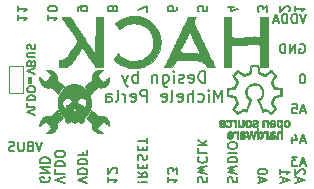
<source format=gbo>
G04 #@! TF.FileFunction,Legend,Bot*
%FSLAX46Y46*%
G04 Gerber Fmt 4.6, Leading zero omitted, Abs format (unit mm)*
G04 Created by KiCad (PCBNEW (2015-08-16 BZR 6097, Git b384c94)-product) date 22/01/2016 14:42:29*
%MOMM*%
G01*
G04 APERTURE LIST*
%ADD10C,0.100000*%
%ADD11C,0.200000*%
%ADD12C,0.175000*%
%ADD13C,0.010000*%
%ADD14C,1.752400*%
%ADD15R,2.184400X1.879600*%
%ADD16C,1.052400*%
%ADD17R,1.052400X0.552400*%
%ADD18R,1.879600X2.184400*%
G04 APERTURE END LIST*
D10*
D11*
X178460476Y-83420000D02*
X178536667Y-83381905D01*
X178650952Y-83381905D01*
X178765238Y-83420000D01*
X178841429Y-83496190D01*
X178879524Y-83572381D01*
X178917619Y-83724762D01*
X178917619Y-83839048D01*
X178879524Y-83991429D01*
X178841429Y-84067619D01*
X178765238Y-84143810D01*
X178650952Y-84181905D01*
X178574762Y-84181905D01*
X178460476Y-84143810D01*
X178422381Y-84105714D01*
X178422381Y-83839048D01*
X178574762Y-83839048D01*
X178079524Y-84181905D02*
X178079524Y-83381905D01*
X177622381Y-84181905D01*
X177622381Y-83381905D01*
X177241429Y-84181905D02*
X177241429Y-83381905D01*
X177050953Y-83381905D01*
X176936667Y-83420000D01*
X176860476Y-83496190D01*
X176822381Y-83572381D01*
X176784286Y-83724762D01*
X176784286Y-83839048D01*
X176822381Y-83991429D01*
X176860476Y-84067619D01*
X176936667Y-84143810D01*
X177050953Y-84181905D01*
X177241429Y-84181905D01*
X178727143Y-85921905D02*
X178650952Y-85921905D01*
X178574762Y-85960000D01*
X178536667Y-85998095D01*
X178498571Y-86074286D01*
X178460476Y-86226667D01*
X178460476Y-86417143D01*
X178498571Y-86569524D01*
X178536667Y-86645714D01*
X178574762Y-86683810D01*
X178650952Y-86721905D01*
X178727143Y-86721905D01*
X178803333Y-86683810D01*
X178841429Y-86645714D01*
X178879524Y-86569524D01*
X178917619Y-86417143D01*
X178917619Y-86226667D01*
X178879524Y-86074286D01*
X178841429Y-85998095D01*
X178803333Y-85960000D01*
X178727143Y-85921905D01*
X178917619Y-89033333D02*
X178536667Y-89033333D01*
X178993810Y-89261905D02*
X178727143Y-88461905D01*
X178460476Y-89261905D01*
X177812857Y-88461905D02*
X178193810Y-88461905D01*
X178231905Y-88842857D01*
X178193810Y-88804762D01*
X178117619Y-88766667D01*
X177927143Y-88766667D01*
X177850953Y-88804762D01*
X177812857Y-88842857D01*
X177774762Y-88919048D01*
X177774762Y-89109524D01*
X177812857Y-89185714D01*
X177850953Y-89223810D01*
X177927143Y-89261905D01*
X178117619Y-89261905D01*
X178193810Y-89223810D01*
X178231905Y-89185714D01*
X157245000Y-94640476D02*
X157283095Y-94716667D01*
X157283095Y-94830952D01*
X157245000Y-94945238D01*
X157168810Y-95021429D01*
X157092619Y-95059524D01*
X156940238Y-95097619D01*
X156825952Y-95097619D01*
X156673571Y-95059524D01*
X156597381Y-95021429D01*
X156521190Y-94945238D01*
X156483095Y-94830952D01*
X156483095Y-94754762D01*
X156521190Y-94640476D01*
X156559286Y-94602381D01*
X156825952Y-94602381D01*
X156825952Y-94754762D01*
X156483095Y-94259524D02*
X157283095Y-94259524D01*
X156483095Y-93802381D01*
X157283095Y-93802381D01*
X156483095Y-93421429D02*
X157283095Y-93421429D01*
X157283095Y-93230953D01*
X157245000Y-93116667D01*
X157168810Y-93040476D01*
X157092619Y-93002381D01*
X156940238Y-92964286D01*
X156825952Y-92964286D01*
X156673571Y-93002381D01*
X156597381Y-93040476D01*
X156521190Y-93116667D01*
X156483095Y-93230953D01*
X156483095Y-93421429D01*
D12*
X156085333Y-89376666D02*
X155385333Y-89143333D01*
X156085333Y-88910000D01*
X155385333Y-88343333D02*
X155385333Y-88676666D01*
X156085333Y-88676666D01*
X155385333Y-88109999D02*
X156085333Y-88109999D01*
X156085333Y-87943333D01*
X156052000Y-87843333D01*
X155985333Y-87776666D01*
X155918667Y-87743333D01*
X155785333Y-87709999D01*
X155685333Y-87709999D01*
X155552000Y-87743333D01*
X155485333Y-87776666D01*
X155418667Y-87843333D01*
X155385333Y-87943333D01*
X155385333Y-88109999D01*
X156085333Y-87276666D02*
X156085333Y-87143333D01*
X156052000Y-87076666D01*
X155985333Y-87009999D01*
X155852000Y-86976666D01*
X155618667Y-86976666D01*
X155485333Y-87009999D01*
X155418667Y-87076666D01*
X155385333Y-87143333D01*
X155385333Y-87276666D01*
X155418667Y-87343333D01*
X155485333Y-87409999D01*
X155618667Y-87443333D01*
X155852000Y-87443333D01*
X155985333Y-87409999D01*
X156052000Y-87343333D01*
X156085333Y-87276666D01*
X155752000Y-86676666D02*
X155752000Y-86143333D01*
X155552000Y-86143333D02*
X155552000Y-86676666D01*
X156085333Y-85909999D02*
X155385333Y-85676666D01*
X156085333Y-85443333D01*
X155752000Y-84976666D02*
X155718667Y-84876666D01*
X155685333Y-84843333D01*
X155618667Y-84809999D01*
X155518667Y-84809999D01*
X155452000Y-84843333D01*
X155418667Y-84876666D01*
X155385333Y-84943333D01*
X155385333Y-85209999D01*
X156085333Y-85209999D01*
X156085333Y-84976666D01*
X156052000Y-84909999D01*
X156018667Y-84876666D01*
X155952000Y-84843333D01*
X155885333Y-84843333D01*
X155818667Y-84876666D01*
X155785333Y-84909999D01*
X155752000Y-84976666D01*
X155752000Y-85209999D01*
X156085333Y-84509999D02*
X155518667Y-84509999D01*
X155452000Y-84476666D01*
X155418667Y-84443333D01*
X155385333Y-84376666D01*
X155385333Y-84243333D01*
X155418667Y-84176666D01*
X155452000Y-84143333D01*
X155518667Y-84109999D01*
X156085333Y-84109999D01*
X155418667Y-83810000D02*
X155385333Y-83710000D01*
X155385333Y-83543333D01*
X155418667Y-83476666D01*
X155452000Y-83443333D01*
X155518667Y-83410000D01*
X155585333Y-83410000D01*
X155652000Y-83443333D01*
X155685333Y-83476666D01*
X155718667Y-83543333D01*
X155752000Y-83676666D01*
X155785333Y-83743333D01*
X155818667Y-83776666D01*
X155885333Y-83810000D01*
X155952000Y-83810000D01*
X156018667Y-83776666D01*
X156052000Y-83743333D01*
X156085333Y-83676666D01*
X156085333Y-83510000D01*
X156052000Y-83410000D01*
D11*
X178993810Y-80841905D02*
X178727143Y-81641905D01*
X178460476Y-80841905D01*
X178193810Y-81641905D02*
X178193810Y-80841905D01*
X178003334Y-80841905D01*
X177889048Y-80880000D01*
X177812857Y-80956190D01*
X177774762Y-81032381D01*
X177736667Y-81184762D01*
X177736667Y-81299048D01*
X177774762Y-81451429D01*
X177812857Y-81527619D01*
X177889048Y-81603810D01*
X178003334Y-81641905D01*
X178193810Y-81641905D01*
X177393810Y-81641905D02*
X177393810Y-80841905D01*
X177203334Y-80841905D01*
X177089048Y-80880000D01*
X177012857Y-80956190D01*
X176974762Y-81032381D01*
X176936667Y-81184762D01*
X176936667Y-81299048D01*
X176974762Y-81451429D01*
X177012857Y-81527619D01*
X177089048Y-81603810D01*
X177203334Y-81641905D01*
X177393810Y-81641905D01*
X176631905Y-81413333D02*
X176250953Y-81413333D01*
X176708096Y-81641905D02*
X176441429Y-80841905D01*
X176174762Y-81641905D01*
X178073095Y-80162381D02*
X178073095Y-80619524D01*
X178073095Y-80390953D02*
X178873095Y-80390953D01*
X178758810Y-80467143D01*
X178682619Y-80543334D01*
X178644524Y-80619524D01*
X177526905Y-80619524D02*
X177565000Y-80581429D01*
X177603095Y-80505238D01*
X177603095Y-80314762D01*
X177565000Y-80238572D01*
X177526905Y-80200476D01*
X177450714Y-80162381D01*
X177374524Y-80162381D01*
X177260238Y-80200476D01*
X176803095Y-80657619D01*
X176803095Y-80162381D01*
X175698095Y-80657619D02*
X175698095Y-80162381D01*
X175393333Y-80429048D01*
X175393333Y-80314762D01*
X175355238Y-80238572D01*
X175317143Y-80200476D01*
X175240952Y-80162381D01*
X175050476Y-80162381D01*
X174974286Y-80200476D01*
X174936190Y-80238572D01*
X174898095Y-80314762D01*
X174898095Y-80543334D01*
X174936190Y-80619524D01*
X174974286Y-80657619D01*
X172891429Y-80238572D02*
X172358095Y-80238572D01*
X173196190Y-80429048D02*
X172624762Y-80619524D01*
X172624762Y-80124286D01*
X170618095Y-80200476D02*
X170618095Y-80581429D01*
X170237143Y-80619524D01*
X170275238Y-80581429D01*
X170313333Y-80505238D01*
X170313333Y-80314762D01*
X170275238Y-80238572D01*
X170237143Y-80200476D01*
X170160952Y-80162381D01*
X169970476Y-80162381D01*
X169894286Y-80200476D01*
X169856190Y-80238572D01*
X169818095Y-80314762D01*
X169818095Y-80505238D01*
X169856190Y-80581429D01*
X169894286Y-80619524D01*
X168078095Y-80238572D02*
X168078095Y-80390953D01*
X168040000Y-80467143D01*
X168001905Y-80505238D01*
X167887619Y-80581429D01*
X167735238Y-80619524D01*
X167430476Y-80619524D01*
X167354286Y-80581429D01*
X167316190Y-80543334D01*
X167278095Y-80467143D01*
X167278095Y-80314762D01*
X167316190Y-80238572D01*
X167354286Y-80200476D01*
X167430476Y-80162381D01*
X167620952Y-80162381D01*
X167697143Y-80200476D01*
X167735238Y-80238572D01*
X167773333Y-80314762D01*
X167773333Y-80467143D01*
X167735238Y-80543334D01*
X167697143Y-80581429D01*
X167620952Y-80619524D01*
X165538095Y-80657619D02*
X165538095Y-80124286D01*
X164738095Y-80467143D01*
X162655238Y-80467143D02*
X162693333Y-80543334D01*
X162731429Y-80581429D01*
X162807619Y-80619524D01*
X162845714Y-80619524D01*
X162921905Y-80581429D01*
X162960000Y-80543334D01*
X162998095Y-80467143D01*
X162998095Y-80314762D01*
X162960000Y-80238572D01*
X162921905Y-80200476D01*
X162845714Y-80162381D01*
X162807619Y-80162381D01*
X162731429Y-80200476D01*
X162693333Y-80238572D01*
X162655238Y-80314762D01*
X162655238Y-80467143D01*
X162617143Y-80543334D01*
X162579048Y-80581429D01*
X162502857Y-80619524D01*
X162350476Y-80619524D01*
X162274286Y-80581429D01*
X162236190Y-80543334D01*
X162198095Y-80467143D01*
X162198095Y-80314762D01*
X162236190Y-80238572D01*
X162274286Y-80200476D01*
X162350476Y-80162381D01*
X162502857Y-80162381D01*
X162579048Y-80200476D01*
X162617143Y-80238572D01*
X162655238Y-80314762D01*
X159658095Y-80543334D02*
X159658095Y-80390953D01*
X159696190Y-80314762D01*
X159734286Y-80276667D01*
X159848571Y-80200476D01*
X160000952Y-80162381D01*
X160305714Y-80162381D01*
X160381905Y-80200476D01*
X160420000Y-80238572D01*
X160458095Y-80314762D01*
X160458095Y-80467143D01*
X160420000Y-80543334D01*
X160381905Y-80581429D01*
X160305714Y-80619524D01*
X160115238Y-80619524D01*
X160039048Y-80581429D01*
X160000952Y-80543334D01*
X159962857Y-80467143D01*
X159962857Y-80314762D01*
X160000952Y-80238572D01*
X160039048Y-80200476D01*
X160115238Y-80162381D01*
X157118095Y-80924286D02*
X157118095Y-81381429D01*
X157118095Y-81152858D02*
X157918095Y-81152858D01*
X157803810Y-81229048D01*
X157727619Y-81305239D01*
X157689524Y-81381429D01*
X157918095Y-80429048D02*
X157918095Y-80352857D01*
X157880000Y-80276667D01*
X157841905Y-80238572D01*
X157765714Y-80200476D01*
X157613333Y-80162381D01*
X157422857Y-80162381D01*
X157270476Y-80200476D01*
X157194286Y-80238572D01*
X157156190Y-80276667D01*
X157118095Y-80352857D01*
X157118095Y-80429048D01*
X157156190Y-80505238D01*
X157194286Y-80543334D01*
X157270476Y-80581429D01*
X157422857Y-80619524D01*
X157613333Y-80619524D01*
X157765714Y-80581429D01*
X157841905Y-80543334D01*
X157880000Y-80505238D01*
X157918095Y-80429048D01*
X154578095Y-80924286D02*
X154578095Y-81381429D01*
X154578095Y-81152858D02*
X155378095Y-81152858D01*
X155263810Y-81229048D01*
X155187619Y-81305239D01*
X155149524Y-81381429D01*
X154578095Y-80162381D02*
X154578095Y-80619524D01*
X154578095Y-80390953D02*
X155378095Y-80390953D01*
X155263810Y-80467143D01*
X155187619Y-80543334D01*
X155149524Y-80619524D01*
X178917619Y-91573333D02*
X178536667Y-91573333D01*
X178993810Y-91801905D02*
X178727143Y-91001905D01*
X178460476Y-91801905D01*
X177850953Y-91268571D02*
X177850953Y-91801905D01*
X178041429Y-90963810D02*
X178231905Y-91535238D01*
X177736667Y-91535238D01*
X178917619Y-93478333D02*
X178536667Y-93478333D01*
X178993810Y-93706905D02*
X178727143Y-92906905D01*
X178460476Y-93706905D01*
X178270000Y-92906905D02*
X177774762Y-92906905D01*
X178041429Y-93211667D01*
X177927143Y-93211667D01*
X177850953Y-93249762D01*
X177812857Y-93287857D01*
X177774762Y-93364048D01*
X177774762Y-93554524D01*
X177812857Y-93630714D01*
X177850953Y-93668810D01*
X177927143Y-93706905D01*
X178155715Y-93706905D01*
X178231905Y-93668810D01*
X178270000Y-93630714D01*
X178301667Y-95097619D02*
X178301667Y-94716667D01*
X178073095Y-95173810D02*
X178873095Y-94907143D01*
X178073095Y-94640476D01*
X178796905Y-94411905D02*
X178835000Y-94373810D01*
X178873095Y-94297619D01*
X178873095Y-94107143D01*
X178835000Y-94030953D01*
X178796905Y-93992857D01*
X178720714Y-93954762D01*
X178644524Y-93954762D01*
X178530238Y-93992857D01*
X178073095Y-94450000D01*
X178073095Y-93954762D01*
X177031667Y-95097619D02*
X177031667Y-94716667D01*
X176803095Y-95173810D02*
X177603095Y-94907143D01*
X176803095Y-94640476D01*
X176803095Y-93954762D02*
X176803095Y-94411905D01*
X176803095Y-94183334D02*
X177603095Y-94183334D01*
X177488810Y-94259524D01*
X177412619Y-94335715D01*
X177374524Y-94411905D01*
X175126667Y-95097619D02*
X175126667Y-94716667D01*
X174898095Y-95173810D02*
X175698095Y-94907143D01*
X174898095Y-94640476D01*
X175698095Y-94221429D02*
X175698095Y-94145238D01*
X175660000Y-94069048D01*
X175621905Y-94030953D01*
X175545714Y-93992857D01*
X175393333Y-93954762D01*
X175202857Y-93954762D01*
X175050476Y-93992857D01*
X174974286Y-94030953D01*
X174936190Y-94069048D01*
X174898095Y-94145238D01*
X174898095Y-94221429D01*
X174936190Y-94297619D01*
X174974286Y-94335715D01*
X175050476Y-94373810D01*
X175202857Y-94411905D01*
X175393333Y-94411905D01*
X175545714Y-94373810D01*
X175621905Y-94335715D01*
X175660000Y-94297619D01*
X175698095Y-94221429D01*
X172396190Y-95097619D02*
X172358095Y-94983333D01*
X172358095Y-94792857D01*
X172396190Y-94716667D01*
X172434286Y-94678571D01*
X172510476Y-94640476D01*
X172586667Y-94640476D01*
X172662857Y-94678571D01*
X172700952Y-94716667D01*
X172739048Y-94792857D01*
X172777143Y-94945238D01*
X172815238Y-95021429D01*
X172853333Y-95059524D01*
X172929524Y-95097619D01*
X173005714Y-95097619D01*
X173081905Y-95059524D01*
X173120000Y-95021429D01*
X173158095Y-94945238D01*
X173158095Y-94754762D01*
X173120000Y-94640476D01*
X173158095Y-94373809D02*
X172358095Y-94183333D01*
X172929524Y-94030952D01*
X172358095Y-93878571D01*
X173158095Y-93688095D01*
X172358095Y-93383333D02*
X173158095Y-93383333D01*
X173158095Y-93192857D01*
X173120000Y-93078571D01*
X173043810Y-93002380D01*
X172967619Y-92964285D01*
X172815238Y-92926190D01*
X172700952Y-92926190D01*
X172548571Y-92964285D01*
X172472381Y-93002380D01*
X172396190Y-93078571D01*
X172358095Y-93192857D01*
X172358095Y-93383333D01*
X172358095Y-92583333D02*
X173158095Y-92583333D01*
X173158095Y-92050000D02*
X173158095Y-91897619D01*
X173120000Y-91821428D01*
X173043810Y-91745238D01*
X172891429Y-91707143D01*
X172624762Y-91707143D01*
X172472381Y-91745238D01*
X172396190Y-91821428D01*
X172358095Y-91897619D01*
X172358095Y-92050000D01*
X172396190Y-92126190D01*
X172472381Y-92202381D01*
X172624762Y-92240476D01*
X172891429Y-92240476D01*
X173043810Y-92202381D01*
X173120000Y-92126190D01*
X173158095Y-92050000D01*
X169856190Y-95097619D02*
X169818095Y-94983333D01*
X169818095Y-94792857D01*
X169856190Y-94716667D01*
X169894286Y-94678571D01*
X169970476Y-94640476D01*
X170046667Y-94640476D01*
X170122857Y-94678571D01*
X170160952Y-94716667D01*
X170199048Y-94792857D01*
X170237143Y-94945238D01*
X170275238Y-95021429D01*
X170313333Y-95059524D01*
X170389524Y-95097619D01*
X170465714Y-95097619D01*
X170541905Y-95059524D01*
X170580000Y-95021429D01*
X170618095Y-94945238D01*
X170618095Y-94754762D01*
X170580000Y-94640476D01*
X170618095Y-94373809D02*
X169818095Y-94183333D01*
X170389524Y-94030952D01*
X169818095Y-93878571D01*
X170618095Y-93688095D01*
X169894286Y-92926190D02*
X169856190Y-92964285D01*
X169818095Y-93078571D01*
X169818095Y-93154761D01*
X169856190Y-93269047D01*
X169932381Y-93345238D01*
X170008571Y-93383333D01*
X170160952Y-93421428D01*
X170275238Y-93421428D01*
X170427619Y-93383333D01*
X170503810Y-93345238D01*
X170580000Y-93269047D01*
X170618095Y-93154761D01*
X170618095Y-93078571D01*
X170580000Y-92964285D01*
X170541905Y-92926190D01*
X169818095Y-92202380D02*
X169818095Y-92583333D01*
X170618095Y-92583333D01*
X169818095Y-91935714D02*
X170618095Y-91935714D01*
X169818095Y-91478571D02*
X170275238Y-91821428D01*
X170618095Y-91478571D02*
X170160952Y-91935714D01*
X167278095Y-94640476D02*
X167278095Y-95097619D01*
X167278095Y-94869048D02*
X168078095Y-94869048D01*
X167963810Y-94945238D01*
X167887619Y-95021429D01*
X167849524Y-95097619D01*
X168078095Y-94373809D02*
X168078095Y-93878571D01*
X167773333Y-94145238D01*
X167773333Y-94030952D01*
X167735238Y-93954762D01*
X167697143Y-93916666D01*
X167620952Y-93878571D01*
X167430476Y-93878571D01*
X167354286Y-93916666D01*
X167316190Y-93954762D01*
X167278095Y-94030952D01*
X167278095Y-94259524D01*
X167316190Y-94335714D01*
X167354286Y-94373809D01*
X164814286Y-95059524D02*
X164776190Y-95021429D01*
X164738095Y-95059524D01*
X164776190Y-95097619D01*
X164814286Y-95059524D01*
X164738095Y-95059524D01*
X165042857Y-95059524D02*
X165500000Y-95097619D01*
X165538095Y-95059524D01*
X165500000Y-95021429D01*
X165042857Y-95059524D01*
X165538095Y-95059524D01*
X164738095Y-94221429D02*
X165119048Y-94488096D01*
X164738095Y-94678572D02*
X165538095Y-94678572D01*
X165538095Y-94373810D01*
X165500000Y-94297619D01*
X165461905Y-94259524D01*
X165385714Y-94221429D01*
X165271429Y-94221429D01*
X165195238Y-94259524D01*
X165157143Y-94297619D01*
X165119048Y-94373810D01*
X165119048Y-94678572D01*
X165157143Y-93878572D02*
X165157143Y-93611905D01*
X164738095Y-93497619D02*
X164738095Y-93878572D01*
X165538095Y-93878572D01*
X165538095Y-93497619D01*
X164776190Y-93192857D02*
X164738095Y-93078571D01*
X164738095Y-92888095D01*
X164776190Y-92811905D01*
X164814286Y-92773809D01*
X164890476Y-92735714D01*
X164966667Y-92735714D01*
X165042857Y-92773809D01*
X165080952Y-92811905D01*
X165119048Y-92888095D01*
X165157143Y-93040476D01*
X165195238Y-93116667D01*
X165233333Y-93154762D01*
X165309524Y-93192857D01*
X165385714Y-93192857D01*
X165461905Y-93154762D01*
X165500000Y-93116667D01*
X165538095Y-93040476D01*
X165538095Y-92850000D01*
X165500000Y-92735714D01*
X165157143Y-92392857D02*
X165157143Y-92126190D01*
X164738095Y-92011904D02*
X164738095Y-92392857D01*
X165538095Y-92392857D01*
X165538095Y-92011904D01*
X165538095Y-91783333D02*
X165538095Y-91326190D01*
X164738095Y-91554761D02*
X165538095Y-91554761D01*
X162198095Y-94640476D02*
X162198095Y-95097619D01*
X162198095Y-94869048D02*
X162998095Y-94869048D01*
X162883810Y-94945238D01*
X162807619Y-95021429D01*
X162769524Y-95097619D01*
X162921905Y-94335714D02*
X162960000Y-94297619D01*
X162998095Y-94221428D01*
X162998095Y-94030952D01*
X162960000Y-93954762D01*
X162921905Y-93916666D01*
X162845714Y-93878571D01*
X162769524Y-93878571D01*
X162655238Y-93916666D01*
X162198095Y-94373809D01*
X162198095Y-93878571D01*
X160458095Y-95173810D02*
X159658095Y-94907143D01*
X160458095Y-94640476D01*
X159658095Y-94373810D02*
X160458095Y-94373810D01*
X160458095Y-94183334D01*
X160420000Y-94069048D01*
X160343810Y-93992857D01*
X160267619Y-93954762D01*
X160115238Y-93916667D01*
X160000952Y-93916667D01*
X159848571Y-93954762D01*
X159772381Y-93992857D01*
X159696190Y-94069048D01*
X159658095Y-94183334D01*
X159658095Y-94373810D01*
X159658095Y-93573810D02*
X160458095Y-93573810D01*
X160458095Y-93383334D01*
X160420000Y-93269048D01*
X160343810Y-93192857D01*
X160267619Y-93154762D01*
X160115238Y-93116667D01*
X160000952Y-93116667D01*
X159848571Y-93154762D01*
X159772381Y-93192857D01*
X159696190Y-93269048D01*
X159658095Y-93383334D01*
X159658095Y-93573810D01*
X160077143Y-92507143D02*
X160077143Y-92773810D01*
X159658095Y-92773810D02*
X160458095Y-92773810D01*
X160458095Y-92392857D01*
X158553095Y-95173810D02*
X157753095Y-94907143D01*
X158553095Y-94640476D01*
X157753095Y-93992857D02*
X157753095Y-94373810D01*
X158553095Y-94373810D01*
X157753095Y-93726191D02*
X158553095Y-93726191D01*
X158553095Y-93535715D01*
X158515000Y-93421429D01*
X158438810Y-93345238D01*
X158362619Y-93307143D01*
X158210238Y-93269048D01*
X158095952Y-93269048D01*
X157943571Y-93307143D01*
X157867381Y-93345238D01*
X157791190Y-93421429D01*
X157753095Y-93535715D01*
X157753095Y-93726191D01*
X158553095Y-92773810D02*
X158553095Y-92621429D01*
X158515000Y-92545238D01*
X158438810Y-92469048D01*
X158286429Y-92430953D01*
X158019762Y-92430953D01*
X157867381Y-92469048D01*
X157791190Y-92545238D01*
X157753095Y-92621429D01*
X157753095Y-92773810D01*
X157791190Y-92850000D01*
X157867381Y-92926191D01*
X158019762Y-92964286D01*
X158286429Y-92964286D01*
X158438810Y-92926191D01*
X158515000Y-92850000D01*
X158553095Y-92773810D01*
X156679524Y-91636905D02*
X156412857Y-92436905D01*
X156146190Y-91636905D01*
X155612857Y-92017857D02*
X155498571Y-92055952D01*
X155460476Y-92094048D01*
X155422381Y-92170238D01*
X155422381Y-92284524D01*
X155460476Y-92360714D01*
X155498571Y-92398810D01*
X155574762Y-92436905D01*
X155879524Y-92436905D01*
X155879524Y-91636905D01*
X155612857Y-91636905D01*
X155536667Y-91675000D01*
X155498571Y-91713095D01*
X155460476Y-91789286D01*
X155460476Y-91865476D01*
X155498571Y-91941667D01*
X155536667Y-91979762D01*
X155612857Y-92017857D01*
X155879524Y-92017857D01*
X155079524Y-91636905D02*
X155079524Y-92284524D01*
X155041429Y-92360714D01*
X155003333Y-92398810D01*
X154927143Y-92436905D01*
X154774762Y-92436905D01*
X154698571Y-92398810D01*
X154660476Y-92360714D01*
X154622381Y-92284524D01*
X154622381Y-91636905D01*
X154279524Y-92398810D02*
X154165238Y-92436905D01*
X153974762Y-92436905D01*
X153898572Y-92398810D01*
X153860476Y-92360714D01*
X153822381Y-92284524D01*
X153822381Y-92208333D01*
X153860476Y-92132143D01*
X153898572Y-92094048D01*
X153974762Y-92055952D01*
X154127143Y-92017857D01*
X154203334Y-91979762D01*
X154241429Y-91941667D01*
X154279524Y-91865476D01*
X154279524Y-91789286D01*
X154241429Y-91713095D01*
X154203334Y-91675000D01*
X154127143Y-91636905D01*
X153936667Y-91636905D01*
X153822381Y-91675000D01*
X170457381Y-86647381D02*
X170457381Y-85647381D01*
X170219286Y-85647381D01*
X170076428Y-85695000D01*
X169981190Y-85790238D01*
X169933571Y-85885476D01*
X169885952Y-86075952D01*
X169885952Y-86218810D01*
X169933571Y-86409286D01*
X169981190Y-86504524D01*
X170076428Y-86599762D01*
X170219286Y-86647381D01*
X170457381Y-86647381D01*
X169076428Y-86599762D02*
X169171666Y-86647381D01*
X169362143Y-86647381D01*
X169457381Y-86599762D01*
X169505000Y-86504524D01*
X169505000Y-86123571D01*
X169457381Y-86028333D01*
X169362143Y-85980714D01*
X169171666Y-85980714D01*
X169076428Y-86028333D01*
X169028809Y-86123571D01*
X169028809Y-86218810D01*
X169505000Y-86314048D01*
X168647857Y-86599762D02*
X168552619Y-86647381D01*
X168362143Y-86647381D01*
X168266904Y-86599762D01*
X168219285Y-86504524D01*
X168219285Y-86456905D01*
X168266904Y-86361667D01*
X168362143Y-86314048D01*
X168505000Y-86314048D01*
X168600238Y-86266429D01*
X168647857Y-86171190D01*
X168647857Y-86123571D01*
X168600238Y-86028333D01*
X168505000Y-85980714D01*
X168362143Y-85980714D01*
X168266904Y-86028333D01*
X167790714Y-86647381D02*
X167790714Y-85980714D01*
X167790714Y-85647381D02*
X167838333Y-85695000D01*
X167790714Y-85742619D01*
X167743095Y-85695000D01*
X167790714Y-85647381D01*
X167790714Y-85742619D01*
X166885952Y-85980714D02*
X166885952Y-86790238D01*
X166933571Y-86885476D01*
X166981190Y-86933095D01*
X167076429Y-86980714D01*
X167219286Y-86980714D01*
X167314524Y-86933095D01*
X166885952Y-86599762D02*
X166981190Y-86647381D01*
X167171667Y-86647381D01*
X167266905Y-86599762D01*
X167314524Y-86552143D01*
X167362143Y-86456905D01*
X167362143Y-86171190D01*
X167314524Y-86075952D01*
X167266905Y-86028333D01*
X167171667Y-85980714D01*
X166981190Y-85980714D01*
X166885952Y-86028333D01*
X166409762Y-85980714D02*
X166409762Y-86647381D01*
X166409762Y-86075952D02*
X166362143Y-86028333D01*
X166266905Y-85980714D01*
X166124047Y-85980714D01*
X166028809Y-86028333D01*
X165981190Y-86123571D01*
X165981190Y-86647381D01*
X164743095Y-86647381D02*
X164743095Y-85647381D01*
X164743095Y-86028333D02*
X164647857Y-85980714D01*
X164457380Y-85980714D01*
X164362142Y-86028333D01*
X164314523Y-86075952D01*
X164266904Y-86171190D01*
X164266904Y-86456905D01*
X164314523Y-86552143D01*
X164362142Y-86599762D01*
X164457380Y-86647381D01*
X164647857Y-86647381D01*
X164743095Y-86599762D01*
X163933571Y-85980714D02*
X163695476Y-86647381D01*
X163457380Y-85980714D02*
X163695476Y-86647381D01*
X163790714Y-86885476D01*
X163838333Y-86933095D01*
X163933571Y-86980714D01*
X171909763Y-88247381D02*
X171909763Y-87247381D01*
X171576429Y-87961667D01*
X171243096Y-87247381D01*
X171243096Y-88247381D01*
X170766906Y-88247381D02*
X170766906Y-87580714D01*
X170766906Y-87247381D02*
X170814525Y-87295000D01*
X170766906Y-87342619D01*
X170719287Y-87295000D01*
X170766906Y-87247381D01*
X170766906Y-87342619D01*
X169862144Y-88199762D02*
X169957382Y-88247381D01*
X170147859Y-88247381D01*
X170243097Y-88199762D01*
X170290716Y-88152143D01*
X170338335Y-88056905D01*
X170338335Y-87771190D01*
X170290716Y-87675952D01*
X170243097Y-87628333D01*
X170147859Y-87580714D01*
X169957382Y-87580714D01*
X169862144Y-87628333D01*
X169433573Y-88247381D02*
X169433573Y-87247381D01*
X169005001Y-88247381D02*
X169005001Y-87723571D01*
X169052620Y-87628333D01*
X169147858Y-87580714D01*
X169290716Y-87580714D01*
X169385954Y-87628333D01*
X169433573Y-87675952D01*
X168147858Y-88199762D02*
X168243096Y-88247381D01*
X168433573Y-88247381D01*
X168528811Y-88199762D01*
X168576430Y-88104524D01*
X168576430Y-87723571D01*
X168528811Y-87628333D01*
X168433573Y-87580714D01*
X168243096Y-87580714D01*
X168147858Y-87628333D01*
X168100239Y-87723571D01*
X168100239Y-87818810D01*
X168576430Y-87914048D01*
X167528811Y-88247381D02*
X167624049Y-88199762D01*
X167671668Y-88104524D01*
X167671668Y-87247381D01*
X166766905Y-88199762D02*
X166862143Y-88247381D01*
X167052620Y-88247381D01*
X167147858Y-88199762D01*
X167195477Y-88104524D01*
X167195477Y-87723571D01*
X167147858Y-87628333D01*
X167052620Y-87580714D01*
X166862143Y-87580714D01*
X166766905Y-87628333D01*
X166719286Y-87723571D01*
X166719286Y-87818810D01*
X167195477Y-87914048D01*
X165528810Y-88247381D02*
X165528810Y-87247381D01*
X165147857Y-87247381D01*
X165052619Y-87295000D01*
X165005000Y-87342619D01*
X164957381Y-87437857D01*
X164957381Y-87580714D01*
X165005000Y-87675952D01*
X165052619Y-87723571D01*
X165147857Y-87771190D01*
X165528810Y-87771190D01*
X164147857Y-88199762D02*
X164243095Y-88247381D01*
X164433572Y-88247381D01*
X164528810Y-88199762D01*
X164576429Y-88104524D01*
X164576429Y-87723571D01*
X164528810Y-87628333D01*
X164433572Y-87580714D01*
X164243095Y-87580714D01*
X164147857Y-87628333D01*
X164100238Y-87723571D01*
X164100238Y-87818810D01*
X164576429Y-87914048D01*
X163671667Y-88247381D02*
X163671667Y-87580714D01*
X163671667Y-87771190D02*
X163624048Y-87675952D01*
X163576429Y-87628333D01*
X163481191Y-87580714D01*
X163385952Y-87580714D01*
X162909762Y-88247381D02*
X163005000Y-88199762D01*
X163052619Y-88104524D01*
X163052619Y-87247381D01*
X162100237Y-88247381D02*
X162100237Y-87723571D01*
X162147856Y-87628333D01*
X162243094Y-87580714D01*
X162433571Y-87580714D01*
X162528809Y-87628333D01*
X162100237Y-88199762D02*
X162195475Y-88247381D01*
X162433571Y-88247381D01*
X162528809Y-88199762D01*
X162576428Y-88104524D01*
X162576428Y-88009286D01*
X162528809Y-87914048D01*
X162433571Y-87866429D01*
X162195475Y-87866429D01*
X162100237Y-87818810D01*
D13*
G36*
X176097971Y-90776300D02*
X176078238Y-90779373D01*
X176017804Y-90796937D01*
X175970873Y-90824407D01*
X175937016Y-90862067D01*
X175927970Y-90878123D01*
X175922034Y-90890732D01*
X175917356Y-90903087D01*
X175913760Y-90917359D01*
X175911066Y-90935718D01*
X175909098Y-90960333D01*
X175907678Y-90993373D01*
X175906627Y-91037010D01*
X175905768Y-91093412D01*
X175904994Y-91158484D01*
X175902288Y-91397667D01*
X176030467Y-91397667D01*
X176030655Y-91370150D01*
X176030843Y-91342634D01*
X176045472Y-91361352D01*
X176074613Y-91385094D01*
X176117566Y-91399846D01*
X176173662Y-91405396D01*
X176184712Y-91405406D01*
X176218531Y-91404163D01*
X176248225Y-91401601D01*
X176267433Y-91398270D01*
X176267588Y-91398223D01*
X176321289Y-91374391D01*
X176362392Y-91339956D01*
X176390052Y-91296016D01*
X176403420Y-91243670D01*
X176404576Y-91220767D01*
X176403695Y-91209124D01*
X176287811Y-91209124D01*
X176283584Y-91235694D01*
X176270043Y-91259031D01*
X176247171Y-91274703D01*
X176212920Y-91283459D01*
X176165240Y-91286052D01*
X176147109Y-91285712D01*
X176109502Y-91283897D01*
X176084645Y-91280716D01*
X176068358Y-91275241D01*
X176056465Y-91266544D01*
X176055197Y-91265302D01*
X176043840Y-91248828D01*
X176036666Y-91224206D01*
X176032571Y-91190291D01*
X176027999Y-91133344D01*
X176129095Y-91136389D01*
X176176254Y-91138372D01*
X176209782Y-91141327D01*
X176232977Y-91145739D01*
X176249134Y-91152094D01*
X176253473Y-91154693D01*
X176278464Y-91179269D01*
X176287811Y-91209124D01*
X176403695Y-91209124D01*
X176401061Y-91174330D01*
X176389172Y-91137534D01*
X176366497Y-91104171D01*
X176353960Y-91090493D01*
X176328880Y-91068861D01*
X176299949Y-91053138D01*
X176264226Y-91042561D01*
X176218764Y-91036367D01*
X176160620Y-91033790D01*
X176134763Y-91033600D01*
X176030467Y-91033600D01*
X176030467Y-90990710D01*
X176033361Y-90952513D01*
X176043413Y-90926565D01*
X176062680Y-90908969D01*
X176077443Y-90901650D01*
X176105881Y-90893953D01*
X176140322Y-90890734D01*
X176176907Y-90891528D01*
X176211775Y-90895871D01*
X176241067Y-90903300D01*
X176260921Y-90913350D01*
X176267533Y-90924498D01*
X176274101Y-90931676D01*
X176276784Y-90932000D01*
X176289132Y-90926924D01*
X176308670Y-90914097D01*
X176330874Y-90897126D01*
X176351224Y-90879614D01*
X176365198Y-90865167D01*
X176368773Y-90858669D01*
X176362285Y-90845903D01*
X176344936Y-90828841D01*
X176320942Y-90810894D01*
X176294520Y-90795474D01*
X176285561Y-90791340D01*
X176248469Y-90780731D01*
X176200873Y-90774459D01*
X176148723Y-90772867D01*
X176097971Y-90776300D01*
X176097971Y-90776300D01*
G37*
X176097971Y-90776300D02*
X176078238Y-90779373D01*
X176017804Y-90796937D01*
X175970873Y-90824407D01*
X175937016Y-90862067D01*
X175927970Y-90878123D01*
X175922034Y-90890732D01*
X175917356Y-90903087D01*
X175913760Y-90917359D01*
X175911066Y-90935718D01*
X175909098Y-90960333D01*
X175907678Y-90993373D01*
X175906627Y-91037010D01*
X175905768Y-91093412D01*
X175904994Y-91158484D01*
X175902288Y-91397667D01*
X176030467Y-91397667D01*
X176030655Y-91370150D01*
X176030843Y-91342634D01*
X176045472Y-91361352D01*
X176074613Y-91385094D01*
X176117566Y-91399846D01*
X176173662Y-91405396D01*
X176184712Y-91405406D01*
X176218531Y-91404163D01*
X176248225Y-91401601D01*
X176267433Y-91398270D01*
X176267588Y-91398223D01*
X176321289Y-91374391D01*
X176362392Y-91339956D01*
X176390052Y-91296016D01*
X176403420Y-91243670D01*
X176404576Y-91220767D01*
X176403695Y-91209124D01*
X176287811Y-91209124D01*
X176283584Y-91235694D01*
X176270043Y-91259031D01*
X176247171Y-91274703D01*
X176212920Y-91283459D01*
X176165240Y-91286052D01*
X176147109Y-91285712D01*
X176109502Y-91283897D01*
X176084645Y-91280716D01*
X176068358Y-91275241D01*
X176056465Y-91266544D01*
X176055197Y-91265302D01*
X176043840Y-91248828D01*
X176036666Y-91224206D01*
X176032571Y-91190291D01*
X176027999Y-91133344D01*
X176129095Y-91136389D01*
X176176254Y-91138372D01*
X176209782Y-91141327D01*
X176232977Y-91145739D01*
X176249134Y-91152094D01*
X176253473Y-91154693D01*
X176278464Y-91179269D01*
X176287811Y-91209124D01*
X176403695Y-91209124D01*
X176401061Y-91174330D01*
X176389172Y-91137534D01*
X176366497Y-91104171D01*
X176353960Y-91090493D01*
X176328880Y-91068861D01*
X176299949Y-91053138D01*
X176264226Y-91042561D01*
X176218764Y-91036367D01*
X176160620Y-91033790D01*
X176134763Y-91033600D01*
X176030467Y-91033600D01*
X176030467Y-90990710D01*
X176033361Y-90952513D01*
X176043413Y-90926565D01*
X176062680Y-90908969D01*
X176077443Y-90901650D01*
X176105881Y-90893953D01*
X176140322Y-90890734D01*
X176176907Y-90891528D01*
X176211775Y-90895871D01*
X176241067Y-90903300D01*
X176260921Y-90913350D01*
X176267533Y-90924498D01*
X176274101Y-90931676D01*
X176276784Y-90932000D01*
X176289132Y-90926924D01*
X176308670Y-90914097D01*
X176330874Y-90897126D01*
X176351224Y-90879614D01*
X176365198Y-90865167D01*
X176368773Y-90858669D01*
X176362285Y-90845903D01*
X176344936Y-90828841D01*
X176320942Y-90810894D01*
X176294520Y-90795474D01*
X176285561Y-90791340D01*
X176248469Y-90780731D01*
X176200873Y-90774459D01*
X176148723Y-90772867D01*
X176097971Y-90776300D01*
G36*
X174845133Y-91397667D02*
X174972133Y-91397667D01*
X174972133Y-91335448D01*
X174991183Y-91353332D01*
X175030353Y-91379847D01*
X175079002Y-91397574D01*
X175131596Y-91405552D01*
X175182599Y-91402819D01*
X175217667Y-91392655D01*
X175256656Y-91368638D01*
X175293301Y-91333269D01*
X175322123Y-91291837D01*
X175322125Y-91291834D01*
X175328554Y-91278800D01*
X175333279Y-91265116D01*
X175336559Y-91248019D01*
X175338655Y-91224748D01*
X175339827Y-91192542D01*
X175340332Y-91148640D01*
X175340433Y-91097100D01*
X175340357Y-91084400D01*
X175217434Y-91084400D01*
X175216294Y-91140746D01*
X175212187Y-91183251D01*
X175204381Y-91214859D01*
X175192145Y-91238514D01*
X175174746Y-91257161D01*
X175174436Y-91257423D01*
X175154147Y-91271148D01*
X175131327Y-91277636D01*
X175102297Y-91279134D01*
X175071117Y-91276853D01*
X175043137Y-91271039D01*
X175032121Y-91266806D01*
X175010374Y-91251264D01*
X174994676Y-91228921D01*
X174984281Y-91197387D01*
X174978441Y-91154272D01*
X174976407Y-91097185D01*
X174976384Y-91088634D01*
X174977294Y-91036492D01*
X174980635Y-90997742D01*
X174987350Y-90968906D01*
X174998385Y-90946507D01*
X175014683Y-90927069D01*
X175022198Y-90919966D01*
X175046718Y-90906937D01*
X175080556Y-90900117D01*
X175117104Y-90899972D01*
X175149751Y-90906963D01*
X175157681Y-90910461D01*
X175182059Y-90928483D01*
X175199462Y-90954916D01*
X175210635Y-90991925D01*
X175216321Y-91041677D01*
X175217434Y-91084400D01*
X175340357Y-91084400D01*
X175340039Y-91031877D01*
X175338518Y-90980921D01*
X175335363Y-90941576D01*
X175330066Y-90911187D01*
X175322119Y-90887098D01*
X175311016Y-90866655D01*
X175296248Y-90847201D01*
X175291656Y-90841875D01*
X175252830Y-90806687D01*
X175208835Y-90785364D01*
X175156110Y-90776385D01*
X175137233Y-90775870D01*
X175095034Y-90778511D01*
X175058860Y-90787894D01*
X175022482Y-90806208D01*
X174991183Y-90827221D01*
X174972133Y-90840932D01*
X174972133Y-90525600D01*
X174845133Y-90525600D01*
X174845133Y-91397667D01*
X174845133Y-91397667D01*
G37*
X174845133Y-91397667D02*
X174972133Y-91397667D01*
X174972133Y-91335448D01*
X174991183Y-91353332D01*
X175030353Y-91379847D01*
X175079002Y-91397574D01*
X175131596Y-91405552D01*
X175182599Y-91402819D01*
X175217667Y-91392655D01*
X175256656Y-91368638D01*
X175293301Y-91333269D01*
X175322123Y-91291837D01*
X175322125Y-91291834D01*
X175328554Y-91278800D01*
X175333279Y-91265116D01*
X175336559Y-91248019D01*
X175338655Y-91224748D01*
X175339827Y-91192542D01*
X175340332Y-91148640D01*
X175340433Y-91097100D01*
X175340357Y-91084400D01*
X175217434Y-91084400D01*
X175216294Y-91140746D01*
X175212187Y-91183251D01*
X175204381Y-91214859D01*
X175192145Y-91238514D01*
X175174746Y-91257161D01*
X175174436Y-91257423D01*
X175154147Y-91271148D01*
X175131327Y-91277636D01*
X175102297Y-91279134D01*
X175071117Y-91276853D01*
X175043137Y-91271039D01*
X175032121Y-91266806D01*
X175010374Y-91251264D01*
X174994676Y-91228921D01*
X174984281Y-91197387D01*
X174978441Y-91154272D01*
X174976407Y-91097185D01*
X174976384Y-91088634D01*
X174977294Y-91036492D01*
X174980635Y-90997742D01*
X174987350Y-90968906D01*
X174998385Y-90946507D01*
X175014683Y-90927069D01*
X175022198Y-90919966D01*
X175046718Y-90906937D01*
X175080556Y-90900117D01*
X175117104Y-90899972D01*
X175149751Y-90906963D01*
X175157681Y-90910461D01*
X175182059Y-90928483D01*
X175199462Y-90954916D01*
X175210635Y-90991925D01*
X175216321Y-91041677D01*
X175217434Y-91084400D01*
X175340357Y-91084400D01*
X175340039Y-91031877D01*
X175338518Y-90980921D01*
X175335363Y-90941576D01*
X175330066Y-90911187D01*
X175322119Y-90887098D01*
X175311016Y-90866655D01*
X175296248Y-90847201D01*
X175291656Y-90841875D01*
X175252830Y-90806687D01*
X175208835Y-90785364D01*
X175156110Y-90776385D01*
X175137233Y-90775870D01*
X175095034Y-90778511D01*
X175058860Y-90787894D01*
X175022482Y-90806208D01*
X174991183Y-90827221D01*
X174972133Y-90840932D01*
X174972133Y-90525600D01*
X174845133Y-90525600D01*
X174845133Y-91397667D01*
G36*
X173581834Y-90776723D02*
X173533315Y-90784619D01*
X173505668Y-90792304D01*
X173465839Y-90813659D01*
X173430904Y-90845780D01*
X173405623Y-90883739D01*
X173397944Y-90903884D01*
X173395261Y-90922280D01*
X173392959Y-90955577D01*
X173391110Y-91001748D01*
X173389781Y-91058765D01*
X173389044Y-91124598D01*
X173388914Y-91166950D01*
X173388867Y-91397667D01*
X173452367Y-91397667D01*
X173484657Y-91397440D01*
X173503583Y-91395911D01*
X173512715Y-91391806D01*
X173515623Y-91383853D01*
X173515867Y-91375024D01*
X173515867Y-91352382D01*
X173535678Y-91370993D01*
X173558307Y-91386661D01*
X173584305Y-91397869D01*
X173616533Y-91403358D01*
X173657716Y-91405313D01*
X173701098Y-91403899D01*
X173739922Y-91399285D01*
X173763034Y-91393447D01*
X173811164Y-91368744D01*
X173847459Y-91333263D01*
X173868626Y-91298212D01*
X173885437Y-91246178D01*
X173885892Y-91225663D01*
X173768679Y-91225663D01*
X173756055Y-91253284D01*
X173728860Y-91272957D01*
X173687413Y-91284437D01*
X173641149Y-91287569D01*
X173606692Y-91286381D01*
X173576515Y-91283223D01*
X173556607Y-91278746D01*
X173555299Y-91278200D01*
X173534112Y-91261643D01*
X173521311Y-91234006D01*
X173516085Y-91193281D01*
X173515867Y-91180477D01*
X173515867Y-91133417D01*
X173615728Y-91136425D01*
X173669929Y-91139287D01*
X173709601Y-91144676D01*
X173737066Y-91153422D01*
X173754644Y-91166355D01*
X173764655Y-91184306D01*
X173766417Y-91190341D01*
X173768679Y-91225663D01*
X173885892Y-91225663D01*
X173886598Y-91193945D01*
X173873009Y-91144428D01*
X173845567Y-91100540D01*
X173805170Y-91065196D01*
X173794891Y-91059000D01*
X173778419Y-91050500D01*
X173762032Y-91044494D01*
X173742211Y-91040445D01*
X173715436Y-91037819D01*
X173678186Y-91036081D01*
X173636517Y-91034923D01*
X173515867Y-91032012D01*
X173515867Y-90982336D01*
X173517238Y-90951131D01*
X173522355Y-90931187D01*
X173532726Y-90916982D01*
X173534039Y-90915730D01*
X173560212Y-90900955D01*
X173596907Y-90892348D01*
X173638863Y-90889942D01*
X173680821Y-90893768D01*
X173717521Y-90903858D01*
X173737054Y-90914508D01*
X173762422Y-90933263D01*
X173808410Y-90898542D01*
X173832669Y-90879411D01*
X173845157Y-90866567D01*
X173848146Y-90856837D01*
X173844562Y-90848070D01*
X173825000Y-90827552D01*
X173794168Y-90806949D01*
X173757425Y-90789369D01*
X173725756Y-90779174D01*
X173684831Y-90773596D01*
X173634598Y-90772914D01*
X173581834Y-90776723D01*
X173581834Y-90776723D01*
G37*
X173581834Y-90776723D02*
X173533315Y-90784619D01*
X173505668Y-90792304D01*
X173465839Y-90813659D01*
X173430904Y-90845780D01*
X173405623Y-90883739D01*
X173397944Y-90903884D01*
X173395261Y-90922280D01*
X173392959Y-90955577D01*
X173391110Y-91001748D01*
X173389781Y-91058765D01*
X173389044Y-91124598D01*
X173388914Y-91166950D01*
X173388867Y-91397667D01*
X173452367Y-91397667D01*
X173484657Y-91397440D01*
X173503583Y-91395911D01*
X173512715Y-91391806D01*
X173515623Y-91383853D01*
X173515867Y-91375024D01*
X173515867Y-91352382D01*
X173535678Y-91370993D01*
X173558307Y-91386661D01*
X173584305Y-91397869D01*
X173616533Y-91403358D01*
X173657716Y-91405313D01*
X173701098Y-91403899D01*
X173739922Y-91399285D01*
X173763034Y-91393447D01*
X173811164Y-91368744D01*
X173847459Y-91333263D01*
X173868626Y-91298212D01*
X173885437Y-91246178D01*
X173885892Y-91225663D01*
X173768679Y-91225663D01*
X173756055Y-91253284D01*
X173728860Y-91272957D01*
X173687413Y-91284437D01*
X173641149Y-91287569D01*
X173606692Y-91286381D01*
X173576515Y-91283223D01*
X173556607Y-91278746D01*
X173555299Y-91278200D01*
X173534112Y-91261643D01*
X173521311Y-91234006D01*
X173516085Y-91193281D01*
X173515867Y-91180477D01*
X173515867Y-91133417D01*
X173615728Y-91136425D01*
X173669929Y-91139287D01*
X173709601Y-91144676D01*
X173737066Y-91153422D01*
X173754644Y-91166355D01*
X173764655Y-91184306D01*
X173766417Y-91190341D01*
X173768679Y-91225663D01*
X173885892Y-91225663D01*
X173886598Y-91193945D01*
X173873009Y-91144428D01*
X173845567Y-91100540D01*
X173805170Y-91065196D01*
X173794891Y-91059000D01*
X173778419Y-91050500D01*
X173762032Y-91044494D01*
X173742211Y-91040445D01*
X173715436Y-91037819D01*
X173678186Y-91036081D01*
X173636517Y-91034923D01*
X173515867Y-91032012D01*
X173515867Y-90982336D01*
X173517238Y-90951131D01*
X173522355Y-90931187D01*
X173532726Y-90916982D01*
X173534039Y-90915730D01*
X173560212Y-90900955D01*
X173596907Y-90892348D01*
X173638863Y-90889942D01*
X173680821Y-90893768D01*
X173717521Y-90903858D01*
X173737054Y-90914508D01*
X173762422Y-90933263D01*
X173808410Y-90898542D01*
X173832669Y-90879411D01*
X173845157Y-90866567D01*
X173848146Y-90856837D01*
X173844562Y-90848070D01*
X173825000Y-90827552D01*
X173794168Y-90806949D01*
X173757425Y-90789369D01*
X173725756Y-90779174D01*
X173684831Y-90773596D01*
X173634598Y-90772914D01*
X173581834Y-90776723D01*
G36*
X172533122Y-90776475D02*
X172504148Y-90780493D01*
X172477792Y-90789024D01*
X172455996Y-90798990D01*
X172405101Y-90830317D01*
X172366605Y-90869104D01*
X172339476Y-90917183D01*
X172322679Y-90976381D01*
X172315188Y-91048417D01*
X172311680Y-91135200D01*
X172704951Y-91135200D01*
X172699136Y-91166950D01*
X172683824Y-91215775D01*
X172657888Y-91251474D01*
X172620804Y-91274512D01*
X172572052Y-91285353D01*
X172565392Y-91285856D01*
X172533242Y-91286618D01*
X172508359Y-91282894D01*
X172482504Y-91272842D01*
X172463053Y-91262983D01*
X172436370Y-91249211D01*
X172419769Y-91242673D01*
X172408360Y-91242685D01*
X172397258Y-91248563D01*
X172391086Y-91252921D01*
X172369010Y-91270967D01*
X172347467Y-91291756D01*
X172326300Y-91314501D01*
X172351700Y-91335395D01*
X172398717Y-91368632D01*
X172446303Y-91389698D01*
X172500221Y-91400697D01*
X172537967Y-91403337D01*
X172599674Y-91402526D01*
X172646164Y-91395452D01*
X172653450Y-91393336D01*
X172694597Y-91373329D01*
X172735329Y-91341852D01*
X172770456Y-91303682D01*
X172794790Y-91263596D01*
X172795064Y-91262965D01*
X172815216Y-91198134D01*
X172824805Y-91125521D01*
X172823889Y-91050453D01*
X172820237Y-91027250D01*
X172703020Y-91027250D01*
X172695050Y-91029426D01*
X172673026Y-91031281D01*
X172639824Y-91032675D01*
X172598323Y-91033469D01*
X172571833Y-91033600D01*
X172522151Y-91033538D01*
X172486919Y-91033106D01*
X172463654Y-91031939D01*
X172449872Y-91029669D01*
X172443091Y-91025931D01*
X172440828Y-91020357D01*
X172440600Y-91014227D01*
X172444400Y-90995241D01*
X172454011Y-90969574D01*
X172459650Y-90957704D01*
X172485877Y-90922321D01*
X172519414Y-90899875D01*
X172557129Y-90889975D01*
X172595889Y-90892226D01*
X172632562Y-90906238D01*
X172664014Y-90931617D01*
X172687114Y-90967971D01*
X172693741Y-90987034D01*
X172699545Y-91009702D01*
X172702781Y-91025013D01*
X172703020Y-91027250D01*
X172820237Y-91027250D01*
X172812524Y-90978258D01*
X172791340Y-90915504D01*
X172764668Y-90867562D01*
X172732337Y-90831483D01*
X172689646Y-90802221D01*
X172681900Y-90798024D01*
X172655950Y-90785961D01*
X172630996Y-90779094D01*
X172600442Y-90776076D01*
X172571833Y-90775531D01*
X172533122Y-90776475D01*
X172533122Y-90776475D01*
G37*
X172533122Y-90776475D02*
X172504148Y-90780493D01*
X172477792Y-90789024D01*
X172455996Y-90798990D01*
X172405101Y-90830317D01*
X172366605Y-90869104D01*
X172339476Y-90917183D01*
X172322679Y-90976381D01*
X172315188Y-91048417D01*
X172311680Y-91135200D01*
X172704951Y-91135200D01*
X172699136Y-91166950D01*
X172683824Y-91215775D01*
X172657888Y-91251474D01*
X172620804Y-91274512D01*
X172572052Y-91285353D01*
X172565392Y-91285856D01*
X172533242Y-91286618D01*
X172508359Y-91282894D01*
X172482504Y-91272842D01*
X172463053Y-91262983D01*
X172436370Y-91249211D01*
X172419769Y-91242673D01*
X172408360Y-91242685D01*
X172397258Y-91248563D01*
X172391086Y-91252921D01*
X172369010Y-91270967D01*
X172347467Y-91291756D01*
X172326300Y-91314501D01*
X172351700Y-91335395D01*
X172398717Y-91368632D01*
X172446303Y-91389698D01*
X172500221Y-91400697D01*
X172537967Y-91403337D01*
X172599674Y-91402526D01*
X172646164Y-91395452D01*
X172653450Y-91393336D01*
X172694597Y-91373329D01*
X172735329Y-91341852D01*
X172770456Y-91303682D01*
X172794790Y-91263596D01*
X172795064Y-91262965D01*
X172815216Y-91198134D01*
X172824805Y-91125521D01*
X172823889Y-91050453D01*
X172820237Y-91027250D01*
X172703020Y-91027250D01*
X172695050Y-91029426D01*
X172673026Y-91031281D01*
X172639824Y-91032675D01*
X172598323Y-91033469D01*
X172571833Y-91033600D01*
X172522151Y-91033538D01*
X172486919Y-91033106D01*
X172463654Y-91031939D01*
X172449872Y-91029669D01*
X172443091Y-91025931D01*
X172440828Y-91020357D01*
X172440600Y-91014227D01*
X172444400Y-90995241D01*
X172454011Y-90969574D01*
X172459650Y-90957704D01*
X172485877Y-90922321D01*
X172519414Y-90899875D01*
X172557129Y-90889975D01*
X172595889Y-90892226D01*
X172632562Y-90906238D01*
X172664014Y-90931617D01*
X172687114Y-90967971D01*
X172693741Y-90987034D01*
X172699545Y-91009702D01*
X172702781Y-91025013D01*
X172703020Y-91027250D01*
X172820237Y-91027250D01*
X172812524Y-90978258D01*
X172791340Y-90915504D01*
X172764668Y-90867562D01*
X172732337Y-90831483D01*
X172689646Y-90802221D01*
X172681900Y-90798024D01*
X172655950Y-90785961D01*
X172630996Y-90779094D01*
X172600442Y-90776076D01*
X172571833Y-90775531D01*
X172533122Y-90776475D01*
G36*
X176647559Y-89795440D02*
X176639028Y-89797614D01*
X176603781Y-89814130D01*
X176568242Y-89841925D01*
X176537477Y-89876213D01*
X176516549Y-89912209D01*
X176515824Y-89914039D01*
X176510048Y-89931626D01*
X176505869Y-89951868D01*
X176503050Y-89977727D01*
X176501353Y-90012162D01*
X176500540Y-90058137D01*
X176500367Y-90106500D01*
X176500809Y-90170418D01*
X176502504Y-90220176D01*
X176506004Y-90258536D01*
X176511860Y-90288258D01*
X176520625Y-90312101D01*
X176532850Y-90332825D01*
X176549088Y-90353191D01*
X176549885Y-90354101D01*
X176592032Y-90390164D01*
X176641620Y-90413189D01*
X176695172Y-90422764D01*
X176749210Y-90418480D01*
X176800255Y-90399925D01*
X176822100Y-90386248D01*
X176841864Y-90372244D01*
X176856821Y-90362282D01*
X176858083Y-90361517D01*
X176861272Y-90362913D01*
X176863790Y-90372272D01*
X176865706Y-90391068D01*
X176867084Y-90420778D01*
X176867993Y-90462876D01*
X176868498Y-90518837D01*
X176868666Y-90590138D01*
X176868667Y-90596495D01*
X176868667Y-90837722D01*
X176826231Y-90809164D01*
X176773140Y-90782753D01*
X176717916Y-90771949D01*
X176663117Y-90776086D01*
X176611300Y-90794501D01*
X176565025Y-90826530D01*
X176526849Y-90871508D01*
X176516150Y-90889667D01*
X176511460Y-90899895D01*
X176507739Y-90912346D01*
X176504847Y-90929089D01*
X176502642Y-90952190D01*
X176500983Y-90983718D01*
X176499728Y-91025739D01*
X176498736Y-91080323D01*
X176497865Y-91149535D01*
X176497767Y-91158484D01*
X176495166Y-91397667D01*
X176623134Y-91397667D01*
X176623134Y-91192218D01*
X176623250Y-91126776D01*
X176623701Y-91075998D01*
X176624635Y-91037616D01*
X176626202Y-91009363D01*
X176628552Y-90988970D01*
X176631835Y-90974169D01*
X176636201Y-90962693D01*
X176638604Y-90957922D01*
X176664089Y-90926988D01*
X176699005Y-90906851D01*
X176738941Y-90898554D01*
X176779487Y-90903138D01*
X176810265Y-90917352D01*
X176827394Y-90929723D01*
X176840810Y-90942707D01*
X176850966Y-90958457D01*
X176858310Y-90979129D01*
X176863293Y-91006877D01*
X176866367Y-91043855D01*
X176867982Y-91092219D01*
X176868587Y-91154123D01*
X176868654Y-91196584D01*
X176868667Y-91397667D01*
X176995667Y-91397667D01*
X176995667Y-90106500D01*
X176864417Y-90106500D01*
X176863398Y-90159786D01*
X176859695Y-90199556D01*
X176852311Y-90229147D01*
X176840246Y-90251893D01*
X176822501Y-90271127D01*
X176812661Y-90279319D01*
X176785058Y-90292109D01*
X176749059Y-90297026D01*
X176711378Y-90293846D01*
X176681314Y-90283739D01*
X176657278Y-90265307D01*
X176640155Y-90237384D01*
X176629294Y-90198040D01*
X176624047Y-90145347D01*
X176623319Y-90111716D01*
X176625533Y-90046699D01*
X176633048Y-89996574D01*
X176646717Y-89959894D01*
X176667391Y-89935212D01*
X176695921Y-89921083D01*
X176733158Y-89916060D01*
X176738504Y-89916000D01*
X176780224Y-89919149D01*
X176812146Y-89929720D01*
X176835383Y-89949396D01*
X176851049Y-89979861D01*
X176860256Y-90022801D01*
X176864119Y-90079898D01*
X176864417Y-90106500D01*
X176995667Y-90106500D01*
X176995667Y-89797467D01*
X176868667Y-89797467D01*
X176868667Y-89859685D01*
X176849617Y-89841802D01*
X176808331Y-89813751D01*
X176757692Y-89796003D01*
X176702501Y-89789563D01*
X176647559Y-89795440D01*
X176647559Y-89795440D01*
G37*
X176647559Y-89795440D02*
X176639028Y-89797614D01*
X176603781Y-89814130D01*
X176568242Y-89841925D01*
X176537477Y-89876213D01*
X176516549Y-89912209D01*
X176515824Y-89914039D01*
X176510048Y-89931626D01*
X176505869Y-89951868D01*
X176503050Y-89977727D01*
X176501353Y-90012162D01*
X176500540Y-90058137D01*
X176500367Y-90106500D01*
X176500809Y-90170418D01*
X176502504Y-90220176D01*
X176506004Y-90258536D01*
X176511860Y-90288258D01*
X176520625Y-90312101D01*
X176532850Y-90332825D01*
X176549088Y-90353191D01*
X176549885Y-90354101D01*
X176592032Y-90390164D01*
X176641620Y-90413189D01*
X176695172Y-90422764D01*
X176749210Y-90418480D01*
X176800255Y-90399925D01*
X176822100Y-90386248D01*
X176841864Y-90372244D01*
X176856821Y-90362282D01*
X176858083Y-90361517D01*
X176861272Y-90362913D01*
X176863790Y-90372272D01*
X176865706Y-90391068D01*
X176867084Y-90420778D01*
X176867993Y-90462876D01*
X176868498Y-90518837D01*
X176868666Y-90590138D01*
X176868667Y-90596495D01*
X176868667Y-90837722D01*
X176826231Y-90809164D01*
X176773140Y-90782753D01*
X176717916Y-90771949D01*
X176663117Y-90776086D01*
X176611300Y-90794501D01*
X176565025Y-90826530D01*
X176526849Y-90871508D01*
X176516150Y-90889667D01*
X176511460Y-90899895D01*
X176507739Y-90912346D01*
X176504847Y-90929089D01*
X176502642Y-90952190D01*
X176500983Y-90983718D01*
X176499728Y-91025739D01*
X176498736Y-91080323D01*
X176497865Y-91149535D01*
X176497767Y-91158484D01*
X176495166Y-91397667D01*
X176623134Y-91397667D01*
X176623134Y-91192218D01*
X176623250Y-91126776D01*
X176623701Y-91075998D01*
X176624635Y-91037616D01*
X176626202Y-91009363D01*
X176628552Y-90988970D01*
X176631835Y-90974169D01*
X176636201Y-90962693D01*
X176638604Y-90957922D01*
X176664089Y-90926988D01*
X176699005Y-90906851D01*
X176738941Y-90898554D01*
X176779487Y-90903138D01*
X176810265Y-90917352D01*
X176827394Y-90929723D01*
X176840810Y-90942707D01*
X176850966Y-90958457D01*
X176858310Y-90979129D01*
X176863293Y-91006877D01*
X176866367Y-91043855D01*
X176867982Y-91092219D01*
X176868587Y-91154123D01*
X176868654Y-91196584D01*
X176868667Y-91397667D01*
X176995667Y-91397667D01*
X176995667Y-90106500D01*
X176864417Y-90106500D01*
X176863398Y-90159786D01*
X176859695Y-90199556D01*
X176852311Y-90229147D01*
X176840246Y-90251893D01*
X176822501Y-90271127D01*
X176812661Y-90279319D01*
X176785058Y-90292109D01*
X176749059Y-90297026D01*
X176711378Y-90293846D01*
X176681314Y-90283739D01*
X176657278Y-90265307D01*
X176640155Y-90237384D01*
X176629294Y-90198040D01*
X176624047Y-90145347D01*
X176623319Y-90111716D01*
X176625533Y-90046699D01*
X176633048Y-89996574D01*
X176646717Y-89959894D01*
X176667391Y-89935212D01*
X176695921Y-89921083D01*
X176733158Y-89916060D01*
X176738504Y-89916000D01*
X176780224Y-89919149D01*
X176812146Y-89929720D01*
X176835383Y-89949396D01*
X176851049Y-89979861D01*
X176860256Y-90022801D01*
X176864119Y-90079898D01*
X176864417Y-90106500D01*
X176995667Y-90106500D01*
X176995667Y-89797467D01*
X176868667Y-89797467D01*
X176868667Y-89859685D01*
X176849617Y-89841802D01*
X176808331Y-89813751D01*
X176757692Y-89796003D01*
X176702501Y-89789563D01*
X176647559Y-89795440D01*
G36*
X175428228Y-90778438D02*
X175383323Y-90796142D01*
X175370427Y-90804729D01*
X175349721Y-90820347D01*
X175391175Y-90869824D01*
X175411167Y-90893756D01*
X175426393Y-90912121D01*
X175434058Y-90921541D01*
X175434428Y-90922041D01*
X175442257Y-90920444D01*
X175459089Y-90912936D01*
X175461993Y-90911458D01*
X175501033Y-90899428D01*
X175541928Y-90900367D01*
X175580175Y-90913014D01*
X175611273Y-90936108D01*
X175626170Y-90957400D01*
X175630903Y-90968737D01*
X175634525Y-90982899D01*
X175637180Y-91002146D01*
X175639010Y-91028741D01*
X175640158Y-91064945D01*
X175640767Y-91113019D01*
X175640979Y-91175226D01*
X175640987Y-91192350D01*
X175641000Y-91397667D01*
X175768000Y-91397667D01*
X175768000Y-90779600D01*
X175641000Y-90779600D01*
X175641000Y-90841819D01*
X175621950Y-90824400D01*
X175580027Y-90796067D01*
X175530892Y-90778738D01*
X175478855Y-90772749D01*
X175428228Y-90778438D01*
X175428228Y-90778438D01*
G37*
X175428228Y-90778438D02*
X175383323Y-90796142D01*
X175370427Y-90804729D01*
X175349721Y-90820347D01*
X175391175Y-90869824D01*
X175411167Y-90893756D01*
X175426393Y-90912121D01*
X175434058Y-90921541D01*
X175434428Y-90922041D01*
X175442257Y-90920444D01*
X175459089Y-90912936D01*
X175461993Y-90911458D01*
X175501033Y-90899428D01*
X175541928Y-90900367D01*
X175580175Y-90913014D01*
X175611273Y-90936108D01*
X175626170Y-90957400D01*
X175630903Y-90968737D01*
X175634525Y-90982899D01*
X175637180Y-91002146D01*
X175639010Y-91028741D01*
X175640158Y-91064945D01*
X175640767Y-91113019D01*
X175640979Y-91175226D01*
X175640987Y-91192350D01*
X175641000Y-91397667D01*
X175768000Y-91397667D01*
X175768000Y-90779600D01*
X175641000Y-90779600D01*
X175641000Y-90841819D01*
X175621950Y-90824400D01*
X175580027Y-90796067D01*
X175530892Y-90778738D01*
X175478855Y-90772749D01*
X175428228Y-90778438D01*
G36*
X174339435Y-90781315D02*
X174292333Y-90783834D01*
X174222226Y-90999734D01*
X174203627Y-91056076D01*
X174186558Y-91106011D01*
X174171725Y-91147608D01*
X174159838Y-91178937D01*
X174151604Y-91198072D01*
X174147730Y-91203080D01*
X174147666Y-91202934D01*
X174144286Y-91191504D01*
X174137145Y-91166118D01*
X174126906Y-91129167D01*
X174114228Y-91083040D01*
X174099771Y-91030128D01*
X174088416Y-90988381D01*
X174073166Y-90932609D01*
X174059239Y-90882434D01*
X174047279Y-90840116D01*
X174037930Y-90807914D01*
X174031837Y-90788089D01*
X174029778Y-90782689D01*
X174020059Y-90781147D01*
X173997932Y-90780609D01*
X173967897Y-90781167D01*
X173963199Y-90781342D01*
X173900458Y-90783834D01*
X173998146Y-91090740D01*
X174095834Y-91397647D01*
X174152471Y-91397657D01*
X174209109Y-91397667D01*
X174230266Y-91327817D01*
X174240219Y-91294676D01*
X174253478Y-91250128D01*
X174268606Y-91199023D01*
X174284166Y-91146208D01*
X174291123Y-91122500D01*
X174304708Y-91076636D01*
X174316981Y-91036116D01*
X174327026Y-91003892D01*
X174333929Y-90982916D01*
X174336401Y-90976504D01*
X174340162Y-90981409D01*
X174347919Y-91000602D01*
X174359001Y-91032094D01*
X174372733Y-91073897D01*
X174388441Y-91124021D01*
X174405224Y-91179704D01*
X174468469Y-91393434D01*
X174525684Y-91395940D01*
X174559707Y-91396274D01*
X174579301Y-91393388D01*
X174586570Y-91387473D01*
X174593769Y-91365535D01*
X174604696Y-91331689D01*
X174618666Y-91288099D01*
X174634995Y-91236929D01*
X174652998Y-91180342D01*
X174671990Y-91120503D01*
X174691288Y-91059575D01*
X174710205Y-90999721D01*
X174728059Y-90943107D01*
X174744163Y-90891895D01*
X174757833Y-90848249D01*
X174768385Y-90814333D01*
X174775134Y-90792311D01*
X174777400Y-90784369D01*
X174769625Y-90782079D01*
X174749011Y-90780930D01*
X174719627Y-90781109D01*
X174711973Y-90781361D01*
X174646545Y-90783834D01*
X174590846Y-90987034D01*
X174575322Y-91043533D01*
X174561118Y-91094972D01*
X174548896Y-91138979D01*
X174539314Y-91173185D01*
X174533033Y-91195219D01*
X174530877Y-91202356D01*
X174527479Y-91197371D01*
X174519713Y-91178594D01*
X174508377Y-91148355D01*
X174494274Y-91108989D01*
X174478201Y-91062826D01*
X174460960Y-91012200D01*
X174443350Y-90959442D01*
X174426170Y-90906885D01*
X174410221Y-90856862D01*
X174396303Y-90811705D01*
X174392286Y-90798248D01*
X174387360Y-90787162D01*
X174378016Y-90781745D01*
X174359622Y-90780512D01*
X174339435Y-90781315D01*
X174339435Y-90781315D01*
G37*
X174339435Y-90781315D02*
X174292333Y-90783834D01*
X174222226Y-90999734D01*
X174203627Y-91056076D01*
X174186558Y-91106011D01*
X174171725Y-91147608D01*
X174159838Y-91178937D01*
X174151604Y-91198072D01*
X174147730Y-91203080D01*
X174147666Y-91202934D01*
X174144286Y-91191504D01*
X174137145Y-91166118D01*
X174126906Y-91129167D01*
X174114228Y-91083040D01*
X174099771Y-91030128D01*
X174088416Y-90988381D01*
X174073166Y-90932609D01*
X174059239Y-90882434D01*
X174047279Y-90840116D01*
X174037930Y-90807914D01*
X174031837Y-90788089D01*
X174029778Y-90782689D01*
X174020059Y-90781147D01*
X173997932Y-90780609D01*
X173967897Y-90781167D01*
X173963199Y-90781342D01*
X173900458Y-90783834D01*
X173998146Y-91090740D01*
X174095834Y-91397647D01*
X174152471Y-91397657D01*
X174209109Y-91397667D01*
X174230266Y-91327817D01*
X174240219Y-91294676D01*
X174253478Y-91250128D01*
X174268606Y-91199023D01*
X174284166Y-91146208D01*
X174291123Y-91122500D01*
X174304708Y-91076636D01*
X174316981Y-91036116D01*
X174327026Y-91003892D01*
X174333929Y-90982916D01*
X174336401Y-90976504D01*
X174340162Y-90981409D01*
X174347919Y-91000602D01*
X174359001Y-91032094D01*
X174372733Y-91073897D01*
X174388441Y-91124021D01*
X174405224Y-91179704D01*
X174468469Y-91393434D01*
X174525684Y-91395940D01*
X174559707Y-91396274D01*
X174579301Y-91393388D01*
X174586570Y-91387473D01*
X174593769Y-91365535D01*
X174604696Y-91331689D01*
X174618666Y-91288099D01*
X174634995Y-91236929D01*
X174652998Y-91180342D01*
X174671990Y-91120503D01*
X174691288Y-91059575D01*
X174710205Y-90999721D01*
X174728059Y-90943107D01*
X174744163Y-90891895D01*
X174757833Y-90848249D01*
X174768385Y-90814333D01*
X174775134Y-90792311D01*
X174777400Y-90784369D01*
X174769625Y-90782079D01*
X174749011Y-90780930D01*
X174719627Y-90781109D01*
X174711973Y-90781361D01*
X174646545Y-90783834D01*
X174590846Y-90987034D01*
X174575322Y-91043533D01*
X174561118Y-91094972D01*
X174548896Y-91138979D01*
X174539314Y-91173185D01*
X174533033Y-91195219D01*
X174530877Y-91202356D01*
X174527479Y-91197371D01*
X174519713Y-91178594D01*
X174508377Y-91148355D01*
X174494274Y-91108989D01*
X174478201Y-91062826D01*
X174460960Y-91012200D01*
X174443350Y-90959442D01*
X174426170Y-90906885D01*
X174410221Y-90856862D01*
X174396303Y-90811705D01*
X174392286Y-90798248D01*
X174387360Y-90787162D01*
X174378016Y-90781745D01*
X174359622Y-90780512D01*
X174339435Y-90781315D01*
G36*
X172915103Y-90778418D02*
X172874035Y-90793071D01*
X172830012Y-90815009D01*
X172846639Y-90837521D01*
X172862423Y-90857792D01*
X172882865Y-90882692D01*
X172891521Y-90892886D01*
X172919777Y-90925738D01*
X172946468Y-90911936D01*
X172987733Y-90899465D01*
X173030174Y-90901900D01*
X173069528Y-90918110D01*
X173101530Y-90946964D01*
X173106890Y-90954481D01*
X173111715Y-90963451D01*
X173115487Y-90975318D01*
X173118371Y-90992249D01*
X173120535Y-91016408D01*
X173122145Y-91049961D01*
X173123367Y-91095076D01*
X173124369Y-91153916D01*
X173124820Y-91187719D01*
X173127473Y-91397667D01*
X173253400Y-91397667D01*
X173253400Y-90779600D01*
X173126400Y-90779600D01*
X173126400Y-90809234D01*
X173124432Y-90831022D01*
X173117447Y-90837461D01*
X173103827Y-90828981D01*
X173092938Y-90818131D01*
X173058451Y-90792900D01*
X173014328Y-90777529D01*
X172965050Y-90772530D01*
X172915103Y-90778418D01*
X172915103Y-90778418D01*
G37*
X172915103Y-90778418D02*
X172874035Y-90793071D01*
X172830012Y-90815009D01*
X172846639Y-90837521D01*
X172862423Y-90857792D01*
X172882865Y-90882692D01*
X172891521Y-90892886D01*
X172919777Y-90925738D01*
X172946468Y-90911936D01*
X172987733Y-90899465D01*
X173030174Y-90901900D01*
X173069528Y-90918110D01*
X173101530Y-90946964D01*
X173106890Y-90954481D01*
X173111715Y-90963451D01*
X173115487Y-90975318D01*
X173118371Y-90992249D01*
X173120535Y-91016408D01*
X173122145Y-91049961D01*
X173123367Y-91095076D01*
X173124369Y-91153916D01*
X173124820Y-91187719D01*
X173127473Y-91397667D01*
X173253400Y-91397667D01*
X173253400Y-90779600D01*
X173126400Y-90779600D01*
X173126400Y-90809234D01*
X173124432Y-90831022D01*
X173117447Y-90837461D01*
X173103827Y-90828981D01*
X173092938Y-90818131D01*
X173058451Y-90792900D01*
X173014328Y-90777529D01*
X172965050Y-90772530D01*
X172915103Y-90778418D01*
G36*
X177295292Y-89794403D02*
X177243306Y-89811694D01*
X177196674Y-89842501D01*
X177176215Y-89861348D01*
X177148401Y-89892980D01*
X177128175Y-89926214D01*
X177114503Y-89964415D01*
X177106353Y-90010945D01*
X177102692Y-90069170D01*
X177102225Y-90102267D01*
X177103688Y-90166939D01*
X177109064Y-90218447D01*
X177119171Y-90260275D01*
X177134830Y-90295909D01*
X177154859Y-90326237D01*
X177198538Y-90371510D01*
X177249682Y-90401929D01*
X177309467Y-90418089D01*
X177341833Y-90420966D01*
X177377621Y-90421053D01*
X177410629Y-90418916D01*
X177433974Y-90415011D01*
X177434753Y-90414782D01*
X177490506Y-90389209D01*
X177539123Y-90349853D01*
X177577681Y-90299330D01*
X177589978Y-90275834D01*
X177597639Y-90257686D01*
X177602996Y-90239781D01*
X177606454Y-90218612D01*
X177608415Y-90190674D01*
X177609283Y-90152459D01*
X177609435Y-90113673D01*
X177484079Y-90113673D01*
X177482577Y-90158197D01*
X177478787Y-90197669D01*
X177472711Y-90227722D01*
X177467223Y-90240627D01*
X177437604Y-90271352D01*
X177398952Y-90290481D01*
X177355437Y-90297024D01*
X177311227Y-90289992D01*
X177292288Y-90282170D01*
X177267684Y-90266662D01*
X177250053Y-90246947D01*
X177238374Y-90220213D01*
X177231627Y-90183648D01*
X177228790Y-90134441D01*
X177228517Y-90106500D01*
X177229040Y-90059558D01*
X177230872Y-90025938D01*
X177234435Y-90002055D01*
X177240151Y-89984320D01*
X177243745Y-89977009D01*
X177269883Y-89945132D01*
X177304804Y-89924714D01*
X177344753Y-89915833D01*
X177385974Y-89918567D01*
X177424711Y-89932993D01*
X177457209Y-89959191D01*
X177467223Y-89972374D01*
X177474868Y-89993446D01*
X177480225Y-90026931D01*
X177483296Y-90068462D01*
X177484079Y-90113673D01*
X177609435Y-90113673D01*
X177609464Y-90106500D01*
X177609232Y-90056047D01*
X177608266Y-90019018D01*
X177606165Y-89991904D01*
X177602526Y-89971200D01*
X177596946Y-89953398D01*
X177590027Y-89937167D01*
X177555569Y-89881000D01*
X177510214Y-89837319D01*
X177455465Y-89807079D01*
X177392828Y-89791235D01*
X177356691Y-89789000D01*
X177295292Y-89794403D01*
X177295292Y-89794403D01*
G37*
X177295292Y-89794403D02*
X177243306Y-89811694D01*
X177196674Y-89842501D01*
X177176215Y-89861348D01*
X177148401Y-89892980D01*
X177128175Y-89926214D01*
X177114503Y-89964415D01*
X177106353Y-90010945D01*
X177102692Y-90069170D01*
X177102225Y-90102267D01*
X177103688Y-90166939D01*
X177109064Y-90218447D01*
X177119171Y-90260275D01*
X177134830Y-90295909D01*
X177154859Y-90326237D01*
X177198538Y-90371510D01*
X177249682Y-90401929D01*
X177309467Y-90418089D01*
X177341833Y-90420966D01*
X177377621Y-90421053D01*
X177410629Y-90418916D01*
X177433974Y-90415011D01*
X177434753Y-90414782D01*
X177490506Y-90389209D01*
X177539123Y-90349853D01*
X177577681Y-90299330D01*
X177589978Y-90275834D01*
X177597639Y-90257686D01*
X177602996Y-90239781D01*
X177606454Y-90218612D01*
X177608415Y-90190674D01*
X177609283Y-90152459D01*
X177609435Y-90113673D01*
X177484079Y-90113673D01*
X177482577Y-90158197D01*
X177478787Y-90197669D01*
X177472711Y-90227722D01*
X177467223Y-90240627D01*
X177437604Y-90271352D01*
X177398952Y-90290481D01*
X177355437Y-90297024D01*
X177311227Y-90289992D01*
X177292288Y-90282170D01*
X177267684Y-90266662D01*
X177250053Y-90246947D01*
X177238374Y-90220213D01*
X177231627Y-90183648D01*
X177228790Y-90134441D01*
X177228517Y-90106500D01*
X177229040Y-90059558D01*
X177230872Y-90025938D01*
X177234435Y-90002055D01*
X177240151Y-89984320D01*
X177243745Y-89977009D01*
X177269883Y-89945132D01*
X177304804Y-89924714D01*
X177344753Y-89915833D01*
X177385974Y-89918567D01*
X177424711Y-89932993D01*
X177457209Y-89959191D01*
X177467223Y-89972374D01*
X177474868Y-89993446D01*
X177480225Y-90026931D01*
X177483296Y-90068462D01*
X177484079Y-90113673D01*
X177609435Y-90113673D01*
X177609464Y-90106500D01*
X177609232Y-90056047D01*
X177608266Y-90019018D01*
X177606165Y-89991904D01*
X177602526Y-89971200D01*
X177596946Y-89953398D01*
X177590027Y-89937167D01*
X177555569Y-89881000D01*
X177510214Y-89837319D01*
X177455465Y-89807079D01*
X177392828Y-89791235D01*
X177356691Y-89789000D01*
X177295292Y-89794403D01*
G36*
X176092713Y-89797190D02*
X176039231Y-89815810D01*
X175991038Y-89845333D01*
X175950755Y-89885355D01*
X175921002Y-89935468D01*
X175915796Y-89948737D01*
X175909066Y-89975011D01*
X175902971Y-90011885D01*
X175898476Y-90053031D01*
X175897271Y-90070517D01*
X175892736Y-90153067D01*
X176286696Y-90153067D01*
X176281968Y-90188317D01*
X176268684Y-90231165D01*
X176243279Y-90265049D01*
X176208492Y-90289123D01*
X176167060Y-90302544D01*
X176121723Y-90304465D01*
X176075220Y-90294043D01*
X176030288Y-90270432D01*
X176025957Y-90267291D01*
X176013899Y-90258201D01*
X176004796Y-90253606D01*
X175995311Y-90254752D01*
X175982106Y-90262885D01*
X175961846Y-90279251D01*
X175936384Y-90300733D01*
X175909600Y-90323271D01*
X175932438Y-90347109D01*
X175976688Y-90381687D01*
X176032147Y-90406146D01*
X176095585Y-90419209D01*
X176119367Y-90420864D01*
X176155216Y-90421131D01*
X176187622Y-90419658D01*
X176210324Y-90416757D01*
X176212500Y-90416220D01*
X176274370Y-90391176D01*
X176325454Y-90353528D01*
X176364775Y-90304051D01*
X176373572Y-90288128D01*
X176395502Y-90229490D01*
X176407439Y-90162971D01*
X176409646Y-90092730D01*
X176403376Y-90032417D01*
X176284281Y-90032417D01*
X176283894Y-90039607D01*
X176280922Y-90044713D01*
X176272896Y-90048092D01*
X176257343Y-90050101D01*
X176231794Y-90051095D01*
X176193777Y-90051431D01*
X176152291Y-90051467D01*
X176020116Y-90051467D01*
X176026068Y-90019717D01*
X176041853Y-89972266D01*
X176068614Y-89937273D01*
X176105517Y-89915468D01*
X176151729Y-89907581D01*
X176154233Y-89907565D01*
X176197575Y-89913491D01*
X176223576Y-89924673D01*
X176247064Y-89946326D01*
X176267599Y-89977699D01*
X176281137Y-90011615D01*
X176284281Y-90032417D01*
X176403376Y-90032417D01*
X176402389Y-90022930D01*
X176385932Y-89957729D01*
X176360540Y-89901289D01*
X176347756Y-89881847D01*
X176307130Y-89839862D01*
X176258693Y-89810810D01*
X176205065Y-89794284D01*
X176148864Y-89789880D01*
X176092713Y-89797190D01*
X176092713Y-89797190D01*
G37*
X176092713Y-89797190D02*
X176039231Y-89815810D01*
X175991038Y-89845333D01*
X175950755Y-89885355D01*
X175921002Y-89935468D01*
X175915796Y-89948737D01*
X175909066Y-89975011D01*
X175902971Y-90011885D01*
X175898476Y-90053031D01*
X175897271Y-90070517D01*
X175892736Y-90153067D01*
X176286696Y-90153067D01*
X176281968Y-90188317D01*
X176268684Y-90231165D01*
X176243279Y-90265049D01*
X176208492Y-90289123D01*
X176167060Y-90302544D01*
X176121723Y-90304465D01*
X176075220Y-90294043D01*
X176030288Y-90270432D01*
X176025957Y-90267291D01*
X176013899Y-90258201D01*
X176004796Y-90253606D01*
X175995311Y-90254752D01*
X175982106Y-90262885D01*
X175961846Y-90279251D01*
X175936384Y-90300733D01*
X175909600Y-90323271D01*
X175932438Y-90347109D01*
X175976688Y-90381687D01*
X176032147Y-90406146D01*
X176095585Y-90419209D01*
X176119367Y-90420864D01*
X176155216Y-90421131D01*
X176187622Y-90419658D01*
X176210324Y-90416757D01*
X176212500Y-90416220D01*
X176274370Y-90391176D01*
X176325454Y-90353528D01*
X176364775Y-90304051D01*
X176373572Y-90288128D01*
X176395502Y-90229490D01*
X176407439Y-90162971D01*
X176409646Y-90092730D01*
X176403376Y-90032417D01*
X176284281Y-90032417D01*
X176283894Y-90039607D01*
X176280922Y-90044713D01*
X176272896Y-90048092D01*
X176257343Y-90050101D01*
X176231794Y-90051095D01*
X176193777Y-90051431D01*
X176152291Y-90051467D01*
X176020116Y-90051467D01*
X176026068Y-90019717D01*
X176041853Y-89972266D01*
X176068614Y-89937273D01*
X176105517Y-89915468D01*
X176151729Y-89907581D01*
X176154233Y-89907565D01*
X176197575Y-89913491D01*
X176223576Y-89924673D01*
X176247064Y-89946326D01*
X176267599Y-89977699D01*
X176281137Y-90011615D01*
X176284281Y-90032417D01*
X176403376Y-90032417D01*
X176402389Y-90022930D01*
X176385932Y-89957729D01*
X176360540Y-89901289D01*
X176347756Y-89881847D01*
X176307130Y-89839862D01*
X176258693Y-89810810D01*
X176205065Y-89794284D01*
X176148864Y-89789880D01*
X176092713Y-89797190D01*
G36*
X174652547Y-89791009D02*
X174612098Y-89793780D01*
X174582021Y-89798216D01*
X174555752Y-89806001D01*
X174526729Y-89818824D01*
X174508293Y-89828082D01*
X174478812Y-89843986D01*
X174455866Y-89857878D01*
X174443136Y-89867471D01*
X174441763Y-89869434D01*
X174445761Y-89879694D01*
X174458498Y-89898165D01*
X174475658Y-89919031D01*
X174511888Y-89960162D01*
X174557861Y-89936759D01*
X174600178Y-89920344D01*
X174646786Y-89910524D01*
X174692404Y-89907777D01*
X174731754Y-89912579D01*
X174750336Y-89919373D01*
X174773121Y-89938644D01*
X174784403Y-89963868D01*
X174783972Y-89990320D01*
X174771617Y-90013277D01*
X174755051Y-90025065D01*
X174736994Y-90030229D01*
X174706939Y-90035684D01*
X174669783Y-90040624D01*
X174646051Y-90043010D01*
X174605099Y-90047700D01*
X174566470Y-90054025D01*
X174535906Y-90060963D01*
X174524778Y-90064603D01*
X174482939Y-90089681D01*
X174451645Y-90125258D01*
X174431398Y-90168202D01*
X174422698Y-90215380D01*
X174426045Y-90263659D01*
X174441941Y-90309905D01*
X174470887Y-90350986D01*
X174477883Y-90357930D01*
X174520754Y-90388657D01*
X174573484Y-90408923D01*
X174638011Y-90419388D01*
X174662993Y-90420831D01*
X174711258Y-90420771D01*
X174752834Y-90417310D01*
X174777400Y-90412404D01*
X174821727Y-90396043D01*
X174868252Y-90373384D01*
X174909446Y-90348303D01*
X174925567Y-90336167D01*
X174950967Y-90315111D01*
X174909439Y-90272684D01*
X174867912Y-90230257D01*
X174830033Y-90256319D01*
X174769529Y-90287928D01*
X174703420Y-90303662D01*
X174670772Y-90305467D01*
X174620592Y-90300613D01*
X174583088Y-90286374D01*
X174558992Y-90263228D01*
X174549035Y-90231659D01*
X174548800Y-90225229D01*
X174551379Y-90205071D01*
X174560622Y-90189989D01*
X174578789Y-90178885D01*
X174608141Y-90170657D01*
X174650936Y-90164207D01*
X174680661Y-90161053D01*
X174752344Y-90150635D01*
X174809100Y-90134203D01*
X174852132Y-90110902D01*
X174882641Y-90079875D01*
X174901830Y-90040264D01*
X174910328Y-89997423D01*
X174908296Y-89941983D01*
X174891012Y-89892488D01*
X174859605Y-89850602D01*
X174815207Y-89817989D01*
X174777322Y-89801674D01*
X174748453Y-89793973D01*
X174717287Y-89790226D01*
X174678109Y-89789943D01*
X174652547Y-89791009D01*
X174652547Y-89791009D01*
G37*
X174652547Y-89791009D02*
X174612098Y-89793780D01*
X174582021Y-89798216D01*
X174555752Y-89806001D01*
X174526729Y-89818824D01*
X174508293Y-89828082D01*
X174478812Y-89843986D01*
X174455866Y-89857878D01*
X174443136Y-89867471D01*
X174441763Y-89869434D01*
X174445761Y-89879694D01*
X174458498Y-89898165D01*
X174475658Y-89919031D01*
X174511888Y-89960162D01*
X174557861Y-89936759D01*
X174600178Y-89920344D01*
X174646786Y-89910524D01*
X174692404Y-89907777D01*
X174731754Y-89912579D01*
X174750336Y-89919373D01*
X174773121Y-89938644D01*
X174784403Y-89963868D01*
X174783972Y-89990320D01*
X174771617Y-90013277D01*
X174755051Y-90025065D01*
X174736994Y-90030229D01*
X174706939Y-90035684D01*
X174669783Y-90040624D01*
X174646051Y-90043010D01*
X174605099Y-90047700D01*
X174566470Y-90054025D01*
X174535906Y-90060963D01*
X174524778Y-90064603D01*
X174482939Y-90089681D01*
X174451645Y-90125258D01*
X174431398Y-90168202D01*
X174422698Y-90215380D01*
X174426045Y-90263659D01*
X174441941Y-90309905D01*
X174470887Y-90350986D01*
X174477883Y-90357930D01*
X174520754Y-90388657D01*
X174573484Y-90408923D01*
X174638011Y-90419388D01*
X174662993Y-90420831D01*
X174711258Y-90420771D01*
X174752834Y-90417310D01*
X174777400Y-90412404D01*
X174821727Y-90396043D01*
X174868252Y-90373384D01*
X174909446Y-90348303D01*
X174925567Y-90336167D01*
X174950967Y-90315111D01*
X174909439Y-90272684D01*
X174867912Y-90230257D01*
X174830033Y-90256319D01*
X174769529Y-90287928D01*
X174703420Y-90303662D01*
X174670772Y-90305467D01*
X174620592Y-90300613D01*
X174583088Y-90286374D01*
X174558992Y-90263228D01*
X174549035Y-90231659D01*
X174548800Y-90225229D01*
X174551379Y-90205071D01*
X174560622Y-90189989D01*
X174578789Y-90178885D01*
X174608141Y-90170657D01*
X174650936Y-90164207D01*
X174680661Y-90161053D01*
X174752344Y-90150635D01*
X174809100Y-90134203D01*
X174852132Y-90110902D01*
X174882641Y-90079875D01*
X174901830Y-90040264D01*
X174910328Y-89997423D01*
X174908296Y-89941983D01*
X174891012Y-89892488D01*
X174859605Y-89850602D01*
X174815207Y-89817989D01*
X174777322Y-89801674D01*
X174748453Y-89793973D01*
X174717287Y-89790226D01*
X174678109Y-89789943D01*
X174652547Y-89791009D01*
G36*
X174072512Y-89790784D02*
X174006818Y-89802428D01*
X173950872Y-89827799D01*
X173905351Y-89866334D01*
X173870934Y-89917473D01*
X173849584Y-89975469D01*
X173841540Y-90021519D01*
X173837861Y-90075955D01*
X173838331Y-90133791D01*
X173842735Y-90190039D01*
X173850857Y-90239711D01*
X173862483Y-90277821D01*
X173862648Y-90278199D01*
X173894224Y-90330202D01*
X173937522Y-90371854D01*
X173990063Y-90402024D01*
X174049368Y-90419585D01*
X174112959Y-90423408D01*
X174164989Y-90415878D01*
X174218483Y-90394661D01*
X174266621Y-90358643D01*
X174307251Y-90309654D01*
X174324160Y-90280706D01*
X174333726Y-90252534D01*
X174341128Y-90211674D01*
X174346019Y-90162273D01*
X174348052Y-90108480D01*
X174348010Y-90106500D01*
X174222781Y-90106500D01*
X174222274Y-90150736D01*
X174220310Y-90182271D01*
X174216311Y-90205316D01*
X174209701Y-90224081D01*
X174205473Y-90232724D01*
X174179493Y-90265351D01*
X174143930Y-90287181D01*
X174103045Y-90297160D01*
X174061103Y-90294235D01*
X174023002Y-90277781D01*
X173999184Y-90258460D01*
X173982542Y-90235466D01*
X173971972Y-90205590D01*
X173966366Y-90165623D01*
X173964620Y-90112354D01*
X173964613Y-90108345D01*
X173965884Y-90055013D01*
X173970353Y-90014980D01*
X173978977Y-89984759D01*
X173992713Y-89960865D01*
X174010349Y-89941784D01*
X174037681Y-89926198D01*
X174074154Y-89917785D01*
X174113377Y-89916973D01*
X174148959Y-89924191D01*
X174164244Y-89931474D01*
X174188089Y-89950881D01*
X174204938Y-89976179D01*
X174215717Y-90010131D01*
X174221349Y-90055499D01*
X174222781Y-90106500D01*
X174348010Y-90106500D01*
X174346880Y-90054442D01*
X174345119Y-90030091D01*
X174333309Y-89963067D01*
X174310577Y-89907654D01*
X174275862Y-89861698D01*
X174251328Y-89839714D01*
X174206175Y-89811046D01*
X174157097Y-89794779D01*
X174099974Y-89789785D01*
X174072512Y-89790784D01*
X174072512Y-89790784D01*
G37*
X174072512Y-89790784D02*
X174006818Y-89802428D01*
X173950872Y-89827799D01*
X173905351Y-89866334D01*
X173870934Y-89917473D01*
X173849584Y-89975469D01*
X173841540Y-90021519D01*
X173837861Y-90075955D01*
X173838331Y-90133791D01*
X173842735Y-90190039D01*
X173850857Y-90239711D01*
X173862483Y-90277821D01*
X173862648Y-90278199D01*
X173894224Y-90330202D01*
X173937522Y-90371854D01*
X173990063Y-90402024D01*
X174049368Y-90419585D01*
X174112959Y-90423408D01*
X174164989Y-90415878D01*
X174218483Y-90394661D01*
X174266621Y-90358643D01*
X174307251Y-90309654D01*
X174324160Y-90280706D01*
X174333726Y-90252534D01*
X174341128Y-90211674D01*
X174346019Y-90162273D01*
X174348052Y-90108480D01*
X174348010Y-90106500D01*
X174222781Y-90106500D01*
X174222274Y-90150736D01*
X174220310Y-90182271D01*
X174216311Y-90205316D01*
X174209701Y-90224081D01*
X174205473Y-90232724D01*
X174179493Y-90265351D01*
X174143930Y-90287181D01*
X174103045Y-90297160D01*
X174061103Y-90294235D01*
X174023002Y-90277781D01*
X173999184Y-90258460D01*
X173982542Y-90235466D01*
X173971972Y-90205590D01*
X173966366Y-90165623D01*
X173964620Y-90112354D01*
X173964613Y-90108345D01*
X173965884Y-90055013D01*
X173970353Y-90014980D01*
X173978977Y-89984759D01*
X173992713Y-89960865D01*
X174010349Y-89941784D01*
X174037681Y-89926198D01*
X174074154Y-89917785D01*
X174113377Y-89916973D01*
X174148959Y-89924191D01*
X174164244Y-89931474D01*
X174188089Y-89950881D01*
X174204938Y-89976179D01*
X174215717Y-90010131D01*
X174221349Y-90055499D01*
X174222781Y-90106500D01*
X174348010Y-90106500D01*
X174346880Y-90054442D01*
X174345119Y-90030091D01*
X174333309Y-89963067D01*
X174310577Y-89907654D01*
X174275862Y-89861698D01*
X174251328Y-89839714D01*
X174206175Y-89811046D01*
X174157097Y-89794779D01*
X174099974Y-89789785D01*
X174072512Y-89790784D01*
G36*
X173600534Y-90005321D02*
X173600359Y-90076109D01*
X173599568Y-90132051D01*
X173597754Y-90175231D01*
X173594514Y-90207734D01*
X173589443Y-90231647D01*
X173582138Y-90249053D01*
X173572194Y-90262038D01*
X173559207Y-90272688D01*
X173547206Y-90280410D01*
X173509179Y-90294573D01*
X173466841Y-90296132D01*
X173426879Y-90285223D01*
X173413402Y-90277634D01*
X173397617Y-90266258D01*
X173385223Y-90254437D01*
X173375782Y-90240035D01*
X173368851Y-90220914D01*
X173363989Y-90194936D01*
X173360756Y-90159965D01*
X173358710Y-90113861D01*
X173357411Y-90054489D01*
X173356696Y-90002784D01*
X173354159Y-89797467D01*
X173228000Y-89797467D01*
X173228000Y-90415534D01*
X173355000Y-90415534D01*
X173355000Y-90385900D01*
X173356158Y-90366302D01*
X173359004Y-90356519D01*
X173359603Y-90356267D01*
X173368236Y-90361468D01*
X173383586Y-90374281D01*
X173386856Y-90377269D01*
X173427194Y-90403834D01*
X173476036Y-90419042D01*
X173528846Y-90422339D01*
X173581089Y-90413173D01*
X173605238Y-90403903D01*
X173646658Y-90377790D01*
X173682818Y-90342350D01*
X173709216Y-90302493D01*
X173717707Y-90281265D01*
X173721217Y-90259976D01*
X173723978Y-90222397D01*
X173725967Y-90169155D01*
X173727159Y-90100880D01*
X173727534Y-90022968D01*
X173727534Y-89797467D01*
X173600534Y-89797467D01*
X173600534Y-90005321D01*
X173600534Y-90005321D01*
G37*
X173600534Y-90005321D02*
X173600359Y-90076109D01*
X173599568Y-90132051D01*
X173597754Y-90175231D01*
X173594514Y-90207734D01*
X173589443Y-90231647D01*
X173582138Y-90249053D01*
X173572194Y-90262038D01*
X173559207Y-90272688D01*
X173547206Y-90280410D01*
X173509179Y-90294573D01*
X173466841Y-90296132D01*
X173426879Y-90285223D01*
X173413402Y-90277634D01*
X173397617Y-90266258D01*
X173385223Y-90254437D01*
X173375782Y-90240035D01*
X173368851Y-90220914D01*
X173363989Y-90194936D01*
X173360756Y-90159965D01*
X173358710Y-90113861D01*
X173357411Y-90054489D01*
X173356696Y-90002784D01*
X173354159Y-89797467D01*
X173228000Y-89797467D01*
X173228000Y-90415534D01*
X173355000Y-90415534D01*
X173355000Y-90385900D01*
X173356158Y-90366302D01*
X173359004Y-90356519D01*
X173359603Y-90356267D01*
X173368236Y-90361468D01*
X173383586Y-90374281D01*
X173386856Y-90377269D01*
X173427194Y-90403834D01*
X173476036Y-90419042D01*
X173528846Y-90422339D01*
X173581089Y-90413173D01*
X173605238Y-90403903D01*
X173646658Y-90377790D01*
X173682818Y-90342350D01*
X173709216Y-90302493D01*
X173717707Y-90281265D01*
X173721217Y-90259976D01*
X173723978Y-90222397D01*
X173725967Y-90169155D01*
X173727159Y-90100880D01*
X173727534Y-90022968D01*
X173727534Y-89797467D01*
X173600534Y-89797467D01*
X173600534Y-90005321D01*
G36*
X172366923Y-89793838D02*
X172338741Y-89796142D01*
X172316899Y-89801178D01*
X172296111Y-89809937D01*
X172283967Y-89816289D01*
X172253476Y-89834655D01*
X172223845Y-89855356D01*
X172212000Y-89864854D01*
X172182367Y-89890447D01*
X172226702Y-89933348D01*
X172271038Y-89976249D01*
X172305889Y-89948241D01*
X172324811Y-89934002D01*
X172341274Y-89925634D01*
X172360869Y-89921588D01*
X172389187Y-89920314D01*
X172406983Y-89920234D01*
X172452541Y-89922655D01*
X172485757Y-89931433D01*
X172510725Y-89948844D01*
X172531537Y-89977159D01*
X172540930Y-89994650D01*
X172551652Y-90019734D01*
X172557795Y-90045706D01*
X172560451Y-90078650D01*
X172560827Y-90105375D01*
X172556317Y-90168963D01*
X172542427Y-90218835D01*
X172518613Y-90255715D01*
X172484336Y-90280332D01*
X172439052Y-90293410D01*
X172419001Y-90295496D01*
X172369107Y-90293458D01*
X172327383Y-90279124D01*
X172290167Y-90252060D01*
X172270968Y-90234501D01*
X172231058Y-90272101D01*
X172209993Y-90291754D01*
X172194164Y-90306162D01*
X172187336Y-90311944D01*
X172188654Y-90319212D01*
X172200762Y-90333048D01*
X172220346Y-90350648D01*
X172244093Y-90369211D01*
X172268688Y-90385932D01*
X172286920Y-90396183D01*
X172341235Y-90414788D01*
X172401949Y-90422503D01*
X172462487Y-90418987D01*
X172507049Y-90407609D01*
X172565811Y-90377868D01*
X172613127Y-90336054D01*
X172650218Y-90281054D01*
X172653962Y-90273673D01*
X172665407Y-90249751D01*
X172673203Y-90230048D01*
X172678051Y-90210383D01*
X172680651Y-90186576D01*
X172681700Y-90154446D01*
X172681900Y-90109812D01*
X172681900Y-90106678D01*
X172681629Y-90060166D01*
X172680435Y-90026518D01*
X172677749Y-90001672D01*
X172673001Y-89981562D01*
X172665623Y-89962125D01*
X172659877Y-89949480D01*
X172626932Y-89892867D01*
X172586697Y-89849788D01*
X172536613Y-89817519D01*
X172535271Y-89816856D01*
X172509844Y-89805368D01*
X172487019Y-89798316D01*
X172461138Y-89794661D01*
X172426538Y-89793365D01*
X172406733Y-89793274D01*
X172366923Y-89793838D01*
X172366923Y-89793838D01*
G37*
X172366923Y-89793838D02*
X172338741Y-89796142D01*
X172316899Y-89801178D01*
X172296111Y-89809937D01*
X172283967Y-89816289D01*
X172253476Y-89834655D01*
X172223845Y-89855356D01*
X172212000Y-89864854D01*
X172182367Y-89890447D01*
X172226702Y-89933348D01*
X172271038Y-89976249D01*
X172305889Y-89948241D01*
X172324811Y-89934002D01*
X172341274Y-89925634D01*
X172360869Y-89921588D01*
X172389187Y-89920314D01*
X172406983Y-89920234D01*
X172452541Y-89922655D01*
X172485757Y-89931433D01*
X172510725Y-89948844D01*
X172531537Y-89977159D01*
X172540930Y-89994650D01*
X172551652Y-90019734D01*
X172557795Y-90045706D01*
X172560451Y-90078650D01*
X172560827Y-90105375D01*
X172556317Y-90168963D01*
X172542427Y-90218835D01*
X172518613Y-90255715D01*
X172484336Y-90280332D01*
X172439052Y-90293410D01*
X172419001Y-90295496D01*
X172369107Y-90293458D01*
X172327383Y-90279124D01*
X172290167Y-90252060D01*
X172270968Y-90234501D01*
X172231058Y-90272101D01*
X172209993Y-90291754D01*
X172194164Y-90306162D01*
X172187336Y-90311944D01*
X172188654Y-90319212D01*
X172200762Y-90333048D01*
X172220346Y-90350648D01*
X172244093Y-90369211D01*
X172268688Y-90385932D01*
X172286920Y-90396183D01*
X172341235Y-90414788D01*
X172401949Y-90422503D01*
X172462487Y-90418987D01*
X172507049Y-90407609D01*
X172565811Y-90377868D01*
X172613127Y-90336054D01*
X172650218Y-90281054D01*
X172653962Y-90273673D01*
X172665407Y-90249751D01*
X172673203Y-90230048D01*
X172678051Y-90210383D01*
X172680651Y-90186576D01*
X172681700Y-90154446D01*
X172681900Y-90109812D01*
X172681900Y-90106678D01*
X172681629Y-90060166D01*
X172680435Y-90026518D01*
X172677749Y-90001672D01*
X172673001Y-89981562D01*
X172665623Y-89962125D01*
X172659877Y-89949480D01*
X172626932Y-89892867D01*
X172586697Y-89849788D01*
X172536613Y-89817519D01*
X172535271Y-89816856D01*
X172509844Y-89805368D01*
X172487019Y-89798316D01*
X172461138Y-89794661D01*
X172426538Y-89793365D01*
X172406733Y-89793274D01*
X172366923Y-89793838D01*
G36*
X171855123Y-89794057D02*
X171826940Y-89796815D01*
X171804243Y-89802730D01*
X171781320Y-89812889D01*
X171775205Y-89816051D01*
X171725094Y-89849086D01*
X171687252Y-89889882D01*
X171660703Y-89940219D01*
X171644472Y-90001876D01*
X171637976Y-90066284D01*
X171634047Y-90153067D01*
X172025733Y-90153067D01*
X172025733Y-90172440D01*
X172020239Y-90198226D01*
X172006149Y-90229318D01*
X171987057Y-90259266D01*
X171966552Y-90281616D01*
X171963729Y-90283805D01*
X171946252Y-90293612D01*
X171924243Y-90299027D01*
X171892494Y-90301101D01*
X171877637Y-90301234D01*
X171843469Y-90300467D01*
X171819869Y-90297049D01*
X171800497Y-90289303D01*
X171779016Y-90275552D01*
X171778089Y-90274900D01*
X171758849Y-90261678D01*
X171744852Y-90255438D01*
X171731858Y-90257103D01*
X171715622Y-90267592D01*
X171691902Y-90287828D01*
X171683190Y-90295498D01*
X171651210Y-90323630D01*
X171675231Y-90348702D01*
X171721192Y-90384610D01*
X171778255Y-90408638D01*
X171844894Y-90420188D01*
X171859717Y-90420964D01*
X171895753Y-90421227D01*
X171928324Y-90419850D01*
X171951244Y-90417124D01*
X171953767Y-90416539D01*
X172013953Y-90393051D01*
X172063092Y-90357089D01*
X172101387Y-90308397D01*
X172129041Y-90246718D01*
X172145639Y-90175893D01*
X172151022Y-90103139D01*
X172146800Y-90051467D01*
X172027618Y-90051467D01*
X171895442Y-90051467D01*
X171845555Y-90051401D01*
X171810130Y-90050965D01*
X171786697Y-90049804D01*
X171772785Y-90047559D01*
X171765923Y-90043876D01*
X171763641Y-90038396D01*
X171763453Y-90032417D01*
X171769944Y-90000859D01*
X171786175Y-89966978D01*
X171808102Y-89937950D01*
X171824158Y-89924673D01*
X171860230Y-89911068D01*
X171902170Y-89907693D01*
X171942629Y-89914575D01*
X171963939Y-89924124D01*
X171994343Y-89951727D01*
X172014572Y-89991766D01*
X172021717Y-90020009D01*
X172027618Y-90051467D01*
X172146800Y-90051467D01*
X172145203Y-90031925D01*
X172128999Y-89965626D01*
X172103227Y-89907618D01*
X172069766Y-89862366D01*
X172035346Y-89830689D01*
X172001750Y-89810020D01*
X171963904Y-89798361D01*
X171916734Y-89793715D01*
X171894500Y-89793372D01*
X171855123Y-89794057D01*
X171855123Y-89794057D01*
G37*
X171855123Y-89794057D02*
X171826940Y-89796815D01*
X171804243Y-89802730D01*
X171781320Y-89812889D01*
X171775205Y-89816051D01*
X171725094Y-89849086D01*
X171687252Y-89889882D01*
X171660703Y-89940219D01*
X171644472Y-90001876D01*
X171637976Y-90066284D01*
X171634047Y-90153067D01*
X172025733Y-90153067D01*
X172025733Y-90172440D01*
X172020239Y-90198226D01*
X172006149Y-90229318D01*
X171987057Y-90259266D01*
X171966552Y-90281616D01*
X171963729Y-90283805D01*
X171946252Y-90293612D01*
X171924243Y-90299027D01*
X171892494Y-90301101D01*
X171877637Y-90301234D01*
X171843469Y-90300467D01*
X171819869Y-90297049D01*
X171800497Y-90289303D01*
X171779016Y-90275552D01*
X171778089Y-90274900D01*
X171758849Y-90261678D01*
X171744852Y-90255438D01*
X171731858Y-90257103D01*
X171715622Y-90267592D01*
X171691902Y-90287828D01*
X171683190Y-90295498D01*
X171651210Y-90323630D01*
X171675231Y-90348702D01*
X171721192Y-90384610D01*
X171778255Y-90408638D01*
X171844894Y-90420188D01*
X171859717Y-90420964D01*
X171895753Y-90421227D01*
X171928324Y-90419850D01*
X171951244Y-90417124D01*
X171953767Y-90416539D01*
X172013953Y-90393051D01*
X172063092Y-90357089D01*
X172101387Y-90308397D01*
X172129041Y-90246718D01*
X172145639Y-90175893D01*
X172151022Y-90103139D01*
X172146800Y-90051467D01*
X172027618Y-90051467D01*
X171895442Y-90051467D01*
X171845555Y-90051401D01*
X171810130Y-90050965D01*
X171786697Y-90049804D01*
X171772785Y-90047559D01*
X171765923Y-90043876D01*
X171763641Y-90038396D01*
X171763453Y-90032417D01*
X171769944Y-90000859D01*
X171786175Y-89966978D01*
X171808102Y-89937950D01*
X171824158Y-89924673D01*
X171860230Y-89911068D01*
X171902170Y-89907693D01*
X171942629Y-89914575D01*
X171963939Y-89924124D01*
X171994343Y-89951727D01*
X172014572Y-89991766D01*
X172021717Y-90020009D01*
X172027618Y-90051467D01*
X172146800Y-90051467D01*
X172145203Y-90031925D01*
X172128999Y-89965626D01*
X172103227Y-89907618D01*
X172069766Y-89862366D01*
X172035346Y-89830689D01*
X172001750Y-89810020D01*
X171963904Y-89798361D01*
X171916734Y-89793715D01*
X171894500Y-89793372D01*
X171855123Y-89794057D01*
G36*
X175464445Y-89791720D02*
X175433567Y-89798329D01*
X175403065Y-89812927D01*
X175370260Y-89838496D01*
X175339628Y-89870490D01*
X175315644Y-89904362D01*
X175304272Y-89929682D01*
X175300478Y-89951013D01*
X175297563Y-89986969D01*
X175295504Y-90038121D01*
X175294280Y-90105039D01*
X175293867Y-90188291D01*
X175293867Y-90415534D01*
X175420867Y-90415534D01*
X175420867Y-90207680D01*
X175421041Y-90136891D01*
X175421833Y-90080950D01*
X175423647Y-90037770D01*
X175426887Y-90005266D01*
X175431957Y-89981354D01*
X175439262Y-89963948D01*
X175449206Y-89950962D01*
X175462193Y-89940312D01*
X175474195Y-89932591D01*
X175510894Y-89919154D01*
X175545456Y-89916032D01*
X175575276Y-89917826D01*
X175596772Y-89925239D01*
X175618345Y-89941232D01*
X175619333Y-89942097D01*
X175640625Y-89966264D01*
X175655673Y-89993265D01*
X175657681Y-89999247D01*
X175660192Y-90016643D01*
X175662419Y-90048057D01*
X175664251Y-90090574D01*
X175665572Y-90141279D01*
X175666272Y-90197258D01*
X175666353Y-90222917D01*
X175666400Y-90415534D01*
X175793400Y-90415534D01*
X175793400Y-89797467D01*
X175666400Y-89797467D01*
X175666400Y-89857595D01*
X175638428Y-89836260D01*
X175584524Y-89805041D01*
X175526356Y-89790162D01*
X175464445Y-89791720D01*
X175464445Y-89791720D01*
G37*
X175464445Y-89791720D02*
X175433567Y-89798329D01*
X175403065Y-89812927D01*
X175370260Y-89838496D01*
X175339628Y-89870490D01*
X175315644Y-89904362D01*
X175304272Y-89929682D01*
X175300478Y-89951013D01*
X175297563Y-89986969D01*
X175295504Y-90038121D01*
X175294280Y-90105039D01*
X175293867Y-90188291D01*
X175293867Y-90415534D01*
X175420867Y-90415534D01*
X175420867Y-90207680D01*
X175421041Y-90136891D01*
X175421833Y-90080950D01*
X175423647Y-90037770D01*
X175426887Y-90005266D01*
X175431957Y-89981354D01*
X175439262Y-89963948D01*
X175449206Y-89950962D01*
X175462193Y-89940312D01*
X175474195Y-89932591D01*
X175510894Y-89919154D01*
X175545456Y-89916032D01*
X175575276Y-89917826D01*
X175596772Y-89925239D01*
X175618345Y-89941232D01*
X175619333Y-89942097D01*
X175640625Y-89966264D01*
X175655673Y-89993265D01*
X175657681Y-89999247D01*
X175660192Y-90016643D01*
X175662419Y-90048057D01*
X175664251Y-90090574D01*
X175665572Y-90141279D01*
X175666272Y-90197258D01*
X175666353Y-90222917D01*
X175666400Y-90415534D01*
X175793400Y-90415534D01*
X175793400Y-89797467D01*
X175666400Y-89797467D01*
X175666400Y-89857595D01*
X175638428Y-89836260D01*
X175584524Y-89805041D01*
X175526356Y-89790162D01*
X175464445Y-89791720D01*
G36*
X172769052Y-89792560D02*
X172735877Y-89801060D01*
X172706459Y-89812791D01*
X172686345Y-89825813D01*
X172682411Y-89830507D01*
X172684849Y-89840863D01*
X172696518Y-89859928D01*
X172715088Y-89884038D01*
X172720473Y-89890352D01*
X172742579Y-89915382D01*
X172757145Y-89929583D01*
X172767706Y-89934938D01*
X172777797Y-89933429D01*
X172788319Y-89928397D01*
X172819188Y-89919010D01*
X172856374Y-89916639D01*
X172891337Y-89921397D01*
X172906013Y-89926832D01*
X172924546Y-89940891D01*
X172943293Y-89961907D01*
X172946229Y-89966059D01*
X172952202Y-89975480D01*
X172956795Y-89985285D01*
X172960191Y-89997713D01*
X172962570Y-90015001D01*
X172964112Y-90039388D01*
X172964999Y-90073112D01*
X172965411Y-90118411D01*
X172965528Y-90177522D01*
X172965533Y-90205119D01*
X172965533Y-90415534D01*
X173092533Y-90415534D01*
X173092533Y-89797467D01*
X172965533Y-89797467D01*
X172965533Y-89858488D01*
X172936132Y-89832672D01*
X172895620Y-89806480D01*
X172846439Y-89792371D01*
X172800433Y-89789233D01*
X172769052Y-89792560D01*
X172769052Y-89792560D01*
G37*
X172769052Y-89792560D02*
X172735877Y-89801060D01*
X172706459Y-89812791D01*
X172686345Y-89825813D01*
X172682411Y-89830507D01*
X172684849Y-89840863D01*
X172696518Y-89859928D01*
X172715088Y-89884038D01*
X172720473Y-89890352D01*
X172742579Y-89915382D01*
X172757145Y-89929583D01*
X172767706Y-89934938D01*
X172777797Y-89933429D01*
X172788319Y-89928397D01*
X172819188Y-89919010D01*
X172856374Y-89916639D01*
X172891337Y-89921397D01*
X172906013Y-89926832D01*
X172924546Y-89940891D01*
X172943293Y-89961907D01*
X172946229Y-89966059D01*
X172952202Y-89975480D01*
X172956795Y-89985285D01*
X172960191Y-89997713D01*
X172962570Y-90015001D01*
X172964112Y-90039388D01*
X172964999Y-90073112D01*
X172965411Y-90118411D01*
X172965528Y-90177522D01*
X172965533Y-90205119D01*
X172965533Y-90415534D01*
X173092533Y-90415534D01*
X173092533Y-89797467D01*
X172965533Y-89797467D01*
X172965533Y-89858488D01*
X172936132Y-89832672D01*
X172895620Y-89806480D01*
X172846439Y-89792371D01*
X172800433Y-89789233D01*
X172769052Y-89792560D01*
G36*
X174536481Y-85132564D02*
X174461009Y-85133244D01*
X174399872Y-85134358D01*
X174353677Y-85135890D01*
X174323032Y-85137823D01*
X174308544Y-85140141D01*
X174307476Y-85140839D01*
X174304753Y-85150880D01*
X174299362Y-85175629D01*
X174291689Y-85213135D01*
X174282121Y-85261450D01*
X174271044Y-85318625D01*
X174258845Y-85382711D01*
X174247443Y-85443522D01*
X174234558Y-85512445D01*
X174222487Y-85576495D01*
X174211616Y-85633664D01*
X174202330Y-85681944D01*
X174195015Y-85719328D01*
X174190057Y-85743808D01*
X174187965Y-85753033D01*
X174176841Y-85768439D01*
X174164949Y-85776169D01*
X174152281Y-85781437D01*
X174126289Y-85792151D01*
X174089323Y-85807344D01*
X174043731Y-85826052D01*
X173991863Y-85847309D01*
X173948196Y-85865188D01*
X173884046Y-85891203D01*
X173833712Y-85911003D01*
X173795497Y-85925164D01*
X173767705Y-85934259D01*
X173748640Y-85938866D01*
X173736604Y-85939559D01*
X173732242Y-85938424D01*
X173721257Y-85931835D01*
X173698117Y-85916797D01*
X173664590Y-85894496D01*
X173622444Y-85866123D01*
X173573446Y-85832865D01*
X173519365Y-85795910D01*
X173479826Y-85768751D01*
X173412173Y-85722184D01*
X173357089Y-85684348D01*
X173313173Y-85654396D01*
X173279030Y-85631483D01*
X173253262Y-85614763D01*
X173234470Y-85603389D01*
X173221257Y-85596516D01*
X173212225Y-85593297D01*
X173205977Y-85592887D01*
X173201115Y-85594440D01*
X173196250Y-85597104D01*
X173186937Y-85604875D01*
X173167213Y-85623241D01*
X173138568Y-85650751D01*
X173102492Y-85685952D01*
X173060473Y-85727395D01*
X173014003Y-85773626D01*
X172976117Y-85811582D01*
X172912331Y-85876162D01*
X172860708Y-85929504D01*
X172820997Y-85971884D01*
X172792943Y-86003578D01*
X172776295Y-86024863D01*
X172770800Y-86036015D01*
X172770800Y-86036017D01*
X172775456Y-86047029D01*
X172788692Y-86070223D01*
X172809415Y-86103882D01*
X172836529Y-86146291D01*
X172868940Y-86195734D01*
X172905553Y-86250495D01*
X172940133Y-86301365D01*
X172979490Y-86359246D01*
X173015608Y-86413176D01*
X173047395Y-86461462D01*
X173073759Y-86502409D01*
X173093609Y-86534325D01*
X173105852Y-86555517D01*
X173109467Y-86563949D01*
X173106156Y-86576665D01*
X173096945Y-86602136D01*
X173082916Y-86637856D01*
X173065153Y-86681323D01*
X173044738Y-86730033D01*
X173022754Y-86781480D01*
X173000283Y-86833162D01*
X172978408Y-86882574D01*
X172958212Y-86927212D01*
X172940778Y-86964573D01*
X172927187Y-86992152D01*
X172918524Y-87007445D01*
X172916836Y-87009448D01*
X172912847Y-87012456D01*
X172907940Y-87015209D01*
X172900498Y-87018048D01*
X172888902Y-87021309D01*
X172871537Y-87025332D01*
X172846783Y-87030456D01*
X172813024Y-87037019D01*
X172768642Y-87045361D01*
X172712020Y-87055819D01*
X172641540Y-87068733D01*
X172580300Y-87079925D01*
X172518196Y-87091416D01*
X172460821Y-87102304D01*
X172410499Y-87112127D01*
X172369552Y-87120423D01*
X172340302Y-87126730D01*
X172325071Y-87130585D01*
X172324183Y-87130905D01*
X172305133Y-87138570D01*
X172305133Y-87451519D01*
X172305346Y-87531955D01*
X172305963Y-87602881D01*
X172306950Y-87662979D01*
X172308274Y-87710936D01*
X172309902Y-87745433D01*
X172311801Y-87765157D01*
X172313142Y-87769417D01*
X172323117Y-87772072D01*
X172347750Y-87777333D01*
X172385035Y-87784808D01*
X172432963Y-87794107D01*
X172489528Y-87804839D01*
X172552722Y-87816612D01*
X172598892Y-87825093D01*
X172665974Y-87837465D01*
X172728242Y-87849178D01*
X172783603Y-87859821D01*
X172829962Y-87868982D01*
X172865227Y-87876251D01*
X172887303Y-87881214D01*
X172893640Y-87883031D01*
X172901316Y-87892670D01*
X172913830Y-87915797D01*
X172930201Y-87949998D01*
X172949452Y-87992857D01*
X172970600Y-88041960D01*
X172992668Y-88094891D01*
X173014674Y-88149237D01*
X173035641Y-88202582D01*
X173054586Y-88252511D01*
X173070532Y-88296611D01*
X173082498Y-88332466D01*
X173089505Y-88357661D01*
X173090810Y-88369000D01*
X173085267Y-88380320D01*
X173071207Y-88403732D01*
X173049798Y-88437440D01*
X173022209Y-88479648D01*
X172989611Y-88528557D01*
X172953171Y-88582373D01*
X172929010Y-88617637D01*
X172890941Y-88673408D01*
X172856164Y-88725241D01*
X172825816Y-88771371D01*
X172801034Y-88810034D01*
X172782955Y-88839467D01*
X172772715Y-88857906D01*
X172770800Y-88863109D01*
X172776645Y-88872847D01*
X172793070Y-88892615D01*
X172818413Y-88920745D01*
X172851013Y-88955571D01*
X172889208Y-88995427D01*
X172931335Y-89038646D01*
X172975733Y-89083562D01*
X173020740Y-89128508D01*
X173064692Y-89171819D01*
X173105930Y-89211827D01*
X173142789Y-89246867D01*
X173173609Y-89275271D01*
X173196728Y-89295374D01*
X173210482Y-89305509D01*
X173212926Y-89306400D01*
X173223234Y-89301750D01*
X173245677Y-89288555D01*
X173278497Y-89267952D01*
X173319935Y-89241074D01*
X173368234Y-89209058D01*
X173421634Y-89173038D01*
X173457237Y-89148708D01*
X173513136Y-89110697D01*
X173565239Y-89075980D01*
X173611754Y-89045699D01*
X173650889Y-89020992D01*
X173680850Y-89003000D01*
X173699846Y-88992860D01*
X173705348Y-88991017D01*
X173719318Y-88994911D01*
X173744757Y-89005589D01*
X173778369Y-89021541D01*
X173816862Y-89041258D01*
X173827808Y-89047108D01*
X173865986Y-89067420D01*
X173899007Y-89084454D01*
X173923944Y-89096740D01*
X173937874Y-89102810D01*
X173939507Y-89103200D01*
X173942095Y-89102776D01*
X173944997Y-89100773D01*
X173948693Y-89096096D01*
X173953660Y-89087651D01*
X173960377Y-89074341D01*
X173969321Y-89055073D01*
X173980970Y-89028750D01*
X173995803Y-88994278D01*
X174014296Y-88950562D01*
X174036930Y-88896506D01*
X174064180Y-88831016D01*
X174096526Y-88752996D01*
X174134445Y-88661352D01*
X174171524Y-88571662D01*
X174213102Y-88470636D01*
X174250408Y-88379102D01*
X174283122Y-88297879D01*
X174310926Y-88227783D01*
X174333500Y-88169632D01*
X174350524Y-88124243D01*
X174361679Y-88092433D01*
X174366646Y-88075020D01*
X174366788Y-88072129D01*
X174357537Y-88061082D01*
X174337490Y-88044493D01*
X174310445Y-88025410D01*
X174301235Y-88019467D01*
X174251208Y-87983588D01*
X174199130Y-87938819D01*
X174149106Y-87889263D01*
X174105242Y-87839023D01*
X174071643Y-87792200D01*
X174068275Y-87786634D01*
X174023149Y-87694297D01*
X173993592Y-87598205D01*
X173979288Y-87500131D01*
X173979923Y-87401847D01*
X173995180Y-87305129D01*
X174024744Y-87211748D01*
X174068300Y-87123479D01*
X174125531Y-87042094D01*
X174196124Y-86969368D01*
X174216749Y-86951998D01*
X174301768Y-86893877D01*
X174393499Y-86850425D01*
X174490014Y-86821861D01*
X174589382Y-86808406D01*
X174689672Y-86810281D01*
X174788954Y-86827706D01*
X174885299Y-86860901D01*
X174910822Y-86872725D01*
X174999157Y-86925058D01*
X175076407Y-86989108D01*
X175141896Y-87063238D01*
X175194944Y-87145806D01*
X175234876Y-87235174D01*
X175261011Y-87329701D01*
X175272674Y-87427747D01*
X175269185Y-87527673D01*
X175249868Y-87627838D01*
X175238385Y-87665184D01*
X175200043Y-87754294D01*
X175147665Y-87836591D01*
X175080500Y-87913021D01*
X174997799Y-87984528D01*
X174967245Y-88007012D01*
X174934942Y-88030501D01*
X174908012Y-88051197D01*
X174889360Y-88066791D01*
X174881956Y-88074776D01*
X174884590Y-88083626D01*
X174893051Y-88106515D01*
X174906685Y-88141837D01*
X174924838Y-88187984D01*
X174946855Y-88243352D01*
X174972082Y-88306335D01*
X174999864Y-88375326D01*
X175029549Y-88448720D01*
X175060480Y-88524912D01*
X175092005Y-88602294D01*
X175123468Y-88679262D01*
X175154216Y-88754210D01*
X175183595Y-88825531D01*
X175210949Y-88891620D01*
X175235626Y-88950871D01*
X175256969Y-89001679D01*
X175274327Y-89042436D01*
X175287043Y-89071539D01*
X175294464Y-89087379D01*
X175294656Y-89087741D01*
X175304652Y-89100361D01*
X175310574Y-89103200D01*
X175320435Y-89099374D01*
X175342221Y-89088873D01*
X175373010Y-89073167D01*
X175409879Y-89053723D01*
X175422193Y-89047108D01*
X175461462Y-89026622D01*
X175496771Y-89009489D01*
X175524819Y-88997219D01*
X175542305Y-88991321D01*
X175544810Y-88991017D01*
X175556135Y-88995677D01*
X175579575Y-89008911D01*
X175613358Y-89029598D01*
X175655715Y-89056614D01*
X175704877Y-89088841D01*
X175759074Y-89125155D01*
X175793666Y-89148708D01*
X175849451Y-89186636D01*
X175901212Y-89221285D01*
X175947197Y-89251525D01*
X175985653Y-89276224D01*
X176014828Y-89294251D01*
X176032967Y-89304475D01*
X176037974Y-89306400D01*
X176046993Y-89300586D01*
X176066459Y-89284037D01*
X176094947Y-89258096D01*
X176131033Y-89224104D01*
X176173292Y-89183403D01*
X176220301Y-89137334D01*
X176270635Y-89087239D01*
X176270667Y-89087206D01*
X176328077Y-89029512D01*
X176374485Y-88982504D01*
X176410958Y-88944985D01*
X176438559Y-88915758D01*
X176458353Y-88893627D01*
X176471403Y-88877395D01*
X176478774Y-88865866D01*
X176481531Y-88857843D01*
X176480736Y-88852130D01*
X176480381Y-88851407D01*
X176473523Y-88840549D01*
X176458262Y-88817577D01*
X176435826Y-88784304D01*
X176407447Y-88742541D01*
X176374352Y-88694102D01*
X176337773Y-88640798D01*
X176317455Y-88611284D01*
X176279726Y-88556171D01*
X176245118Y-88504912D01*
X176214817Y-88459321D01*
X176190010Y-88421211D01*
X176171883Y-88392394D01*
X176161623Y-88374683D01*
X176159776Y-88370397D01*
X176161888Y-88357969D01*
X176169691Y-88332435D01*
X176182209Y-88296254D01*
X176198464Y-88251884D01*
X176217478Y-88201784D01*
X176238275Y-88148413D01*
X176259877Y-88094229D01*
X176281308Y-88041692D01*
X176301588Y-87993259D01*
X176319743Y-87951391D01*
X176334793Y-87918545D01*
X176345762Y-87897180D01*
X176350613Y-87890262D01*
X176362673Y-87885484D01*
X176389857Y-87878237D01*
X176430594Y-87868863D01*
X176483309Y-87857700D01*
X176546430Y-87845092D01*
X176618383Y-87831377D01*
X176646980Y-87826081D01*
X176714078Y-87813651D01*
X176775931Y-87802004D01*
X176830550Y-87791530D01*
X176875945Y-87782618D01*
X176910127Y-87775657D01*
X176931107Y-87771036D01*
X176936963Y-87769352D01*
X176938945Y-87759840D01*
X176940701Y-87734842D01*
X176942196Y-87695804D01*
X176943395Y-87644171D01*
X176944260Y-87581390D01*
X176944757Y-87508905D01*
X176944867Y-87451519D01*
X176944867Y-87250346D01*
X176826334Y-87250346D01*
X176826334Y-87464515D01*
X176826333Y-87678684D01*
X176798817Y-87684253D01*
X176788411Y-87686321D01*
X176773772Y-87689157D01*
X176753303Y-87693059D01*
X176725411Y-87698328D01*
X176688500Y-87705263D01*
X176640974Y-87714164D01*
X176581239Y-87725331D01*
X176507700Y-87739064D01*
X176439530Y-87751788D01*
X176379940Y-87763755D01*
X176334518Y-87775146D01*
X176300575Y-87787023D01*
X176275427Y-87800447D01*
X176256385Y-87816481D01*
X176246587Y-87828042D01*
X176237066Y-87844457D01*
X176222683Y-87874233D01*
X176204454Y-87914850D01*
X176183391Y-87963787D01*
X176160507Y-88018523D01*
X176136816Y-88076538D01*
X176113331Y-88135312D01*
X176091066Y-88192322D01*
X176071033Y-88245050D01*
X176054246Y-88290974D01*
X176041719Y-88327573D01*
X176034464Y-88352327D01*
X176033199Y-88358854D01*
X176031920Y-88376522D01*
X176033171Y-88394064D01*
X176037850Y-88413190D01*
X176046855Y-88435615D01*
X176061086Y-88463051D01*
X176081441Y-88497212D01*
X176108818Y-88539809D01*
X176144116Y-88592556D01*
X176188233Y-88657166D01*
X176194369Y-88666099D01*
X176228961Y-88716630D01*
X176260182Y-88762619D01*
X176286802Y-88802222D01*
X176307592Y-88833598D01*
X176321321Y-88854902D01*
X176326759Y-88864293D01*
X176326800Y-88864495D01*
X176321027Y-88873063D01*
X176305030Y-88891047D01*
X176280790Y-88916519D01*
X176250290Y-88947551D01*
X176215511Y-88982215D01*
X176178436Y-89018583D01*
X176141047Y-89054727D01*
X176105325Y-89088720D01*
X176073252Y-89118633D01*
X176046811Y-89142538D01*
X176027983Y-89158508D01*
X176018751Y-89164614D01*
X176018321Y-89164562D01*
X176009202Y-89158485D01*
X175988046Y-89144095D01*
X175956756Y-89122696D01*
X175917233Y-89095591D01*
X175871380Y-89064082D01*
X175821098Y-89029473D01*
X175819332Y-89028256D01*
X175761195Y-88988773D01*
X175708370Y-88954003D01*
X175662689Y-88925091D01*
X175625984Y-88903178D01*
X175600085Y-88889409D01*
X175590732Y-88885602D01*
X175560147Y-88878872D01*
X175530545Y-88879021D01*
X175497786Y-88886853D01*
X175457731Y-88903169D01*
X175429456Y-88916872D01*
X175364880Y-88949340D01*
X175028406Y-88135468D01*
X175049926Y-88117684D01*
X175068269Y-88102962D01*
X175093906Y-88082907D01*
X175115834Y-88066034D01*
X175178177Y-88009750D01*
X175236628Y-87940329D01*
X175288927Y-87861488D01*
X175332811Y-87776943D01*
X175366019Y-87690413D01*
X175382197Y-87628240D01*
X175391258Y-87564767D01*
X175395253Y-87492814D01*
X175394250Y-87418681D01*
X175388319Y-87348667D01*
X175378514Y-87293079D01*
X175344461Y-87185717D01*
X175296004Y-87085131D01*
X175234410Y-86992880D01*
X175160951Y-86910523D01*
X175076896Y-86839620D01*
X174983515Y-86781730D01*
X174947992Y-86764436D01*
X174847429Y-86727783D01*
X174741125Y-86705536D01*
X174631892Y-86697653D01*
X174522541Y-86704090D01*
X174415885Y-86724804D01*
X174314735Y-86759752D01*
X174282470Y-86774684D01*
X174208364Y-86817847D01*
X174134846Y-86872419D01*
X174067729Y-86933711D01*
X174022689Y-86984257D01*
X173986748Y-87035008D01*
X173950852Y-87095654D01*
X173917999Y-87160373D01*
X173891180Y-87223341D01*
X173875634Y-87270167D01*
X173867994Y-87308345D01*
X173862038Y-87358337D01*
X173857972Y-87415084D01*
X173855999Y-87473531D01*
X173856325Y-87528622D01*
X173859154Y-87575300D01*
X173862338Y-87598238D01*
X173891626Y-87709494D01*
X173935744Y-87814488D01*
X173993676Y-87911523D01*
X174064402Y-87998904D01*
X174146905Y-88074934D01*
X174150064Y-88077424D01*
X174178599Y-88100286D01*
X174201351Y-88119456D01*
X174215494Y-88132494D01*
X174218759Y-88136690D01*
X174215651Y-88145363D01*
X174206667Y-88168194D01*
X174192411Y-88203701D01*
X174173486Y-88250399D01*
X174150498Y-88306802D01*
X174124050Y-88371427D01*
X174094745Y-88442788D01*
X174063189Y-88519402D01*
X174052252Y-88545904D01*
X173885586Y-88949574D01*
X173817143Y-88914797D01*
X173762085Y-88890912D01*
X173714832Y-88879949D01*
X173672570Y-88881642D01*
X173632486Y-88895725D01*
X173629891Y-88897061D01*
X173613909Y-88906584D01*
X173586285Y-88924280D01*
X173549276Y-88948653D01*
X173505138Y-88978203D01*
X173456127Y-89011432D01*
X173410180Y-89042927D01*
X173224061Y-89171169D01*
X173071847Y-89018955D01*
X172919632Y-88866741D01*
X172970224Y-88792354D01*
X172991656Y-88760868D01*
X173020001Y-88719266D01*
X173052620Y-88671415D01*
X173086878Y-88621185D01*
X173116365Y-88577969D01*
X173148120Y-88531774D01*
X173173819Y-88493618D01*
X173193488Y-88461211D01*
X173207153Y-88432267D01*
X173214842Y-88404498D01*
X173216580Y-88375617D01*
X173212393Y-88343334D01*
X173202310Y-88305363D01*
X173186355Y-88259417D01*
X173164555Y-88203206D01*
X173136938Y-88134443D01*
X173121928Y-88097070D01*
X173096725Y-88034923D01*
X173072596Y-87976949D01*
X173050475Y-87925275D01*
X173031296Y-87882029D01*
X173015992Y-87849340D01*
X173005496Y-87829335D01*
X173002585Y-87825031D01*
X172986841Y-87809080D01*
X172967509Y-87795798D01*
X172942011Y-87784244D01*
X172907766Y-87773473D01*
X172862196Y-87762544D01*
X172802722Y-87750512D01*
X172794488Y-87748941D01*
X172735993Y-87737852D01*
X172670337Y-87725425D01*
X172605239Y-87713120D01*
X172548417Y-87702397D01*
X172544317Y-87701625D01*
X172423667Y-87678889D01*
X172423667Y-87463945D01*
X172423789Y-87405620D01*
X172424131Y-87353308D01*
X172424661Y-87309259D01*
X172425345Y-87275721D01*
X172426147Y-87254946D01*
X172426902Y-87249000D01*
X172439893Y-87247380D01*
X172466892Y-87242853D01*
X172505351Y-87235920D01*
X172552723Y-87227081D01*
X172606459Y-87216836D01*
X172664013Y-87205687D01*
X172722837Y-87194134D01*
X172780382Y-87182677D01*
X172834102Y-87171816D01*
X172881448Y-87162053D01*
X172919873Y-87153887D01*
X172946829Y-87147819D01*
X172959769Y-87144350D01*
X172959921Y-87144289D01*
X172976939Y-87135624D01*
X172992848Y-87123487D01*
X173008632Y-87106231D01*
X173025276Y-87082207D01*
X173043764Y-87049765D01*
X173065079Y-87007257D01*
X173090207Y-86953035D01*
X173120131Y-86885449D01*
X173135320Y-86850478D01*
X173163677Y-86784669D01*
X173185916Y-86732249D01*
X173202771Y-86691124D01*
X173214975Y-86659199D01*
X173223261Y-86634379D01*
X173228365Y-86614568D01*
X173231019Y-86597673D01*
X173231958Y-86581597D01*
X173232017Y-86574400D01*
X173232120Y-86561836D01*
X173231944Y-86550996D01*
X173230693Y-86540522D01*
X173227571Y-86529058D01*
X173221780Y-86515243D01*
X173212524Y-86497720D01*
X173199007Y-86475131D01*
X173180431Y-86446118D01*
X173155999Y-86409323D01*
X173124916Y-86363387D01*
X173086384Y-86306952D01*
X173039607Y-86238660D01*
X173008031Y-86192566D01*
X172919460Y-86063232D01*
X173071761Y-85910930D01*
X173224063Y-85758629D01*
X173433697Y-85902627D01*
X173488112Y-85939812D01*
X173539538Y-85974587D01*
X173585898Y-86005579D01*
X173625118Y-86031412D01*
X173655121Y-86050711D01*
X173673833Y-86062099D01*
X173676628Y-86063613D01*
X173693182Y-86071651D01*
X173708720Y-86077510D01*
X173724894Y-86080765D01*
X173743357Y-86080990D01*
X173765761Y-86077759D01*
X173793756Y-86070645D01*
X173828995Y-86059224D01*
X173873130Y-86043068D01*
X173927813Y-86021751D01*
X173994695Y-85994849D01*
X174075428Y-85961935D01*
X174083134Y-85958784D01*
X174139005Y-85935646D01*
X174181488Y-85917217D01*
X174213032Y-85902218D01*
X174236086Y-85889371D01*
X174253103Y-85877398D01*
X174266531Y-85865020D01*
X174269986Y-85861303D01*
X174280089Y-85849822D01*
X174288611Y-85838629D01*
X174296046Y-85825902D01*
X174302890Y-85809817D01*
X174309638Y-85788551D01*
X174316785Y-85760283D01*
X174324825Y-85723187D01*
X174334253Y-85675442D01*
X174345564Y-85615224D01*
X174359254Y-85540710D01*
X174363864Y-85515485D01*
X174409100Y-85267869D01*
X174625249Y-85267835D01*
X174841399Y-85267800D01*
X174890227Y-85532383D01*
X174902742Y-85598580D01*
X174915030Y-85660579D01*
X174926595Y-85716098D01*
X174936940Y-85762852D01*
X174945568Y-85798557D01*
X174951985Y-85820930D01*
X174954073Y-85826149D01*
X174971005Y-85850843D01*
X174993577Y-85874461D01*
X174998129Y-85878253D01*
X175014191Y-85887852D01*
X175043454Y-85902370D01*
X175083287Y-85920718D01*
X175131060Y-85941808D01*
X175184142Y-85964551D01*
X175239902Y-85987858D01*
X175295709Y-86010640D01*
X175348934Y-86031809D01*
X175396944Y-86050275D01*
X175437111Y-86064949D01*
X175466802Y-86074744D01*
X175481714Y-86078402D01*
X175500086Y-86080208D01*
X175517726Y-86079734D01*
X175536351Y-86076097D01*
X175557680Y-86068414D01*
X175583430Y-86055801D01*
X175615319Y-86037374D01*
X175655066Y-86012248D01*
X175704388Y-85979541D01*
X175765004Y-85938369D01*
X175798368Y-85915510D01*
X176026233Y-85759135D01*
X176176517Y-85909196D01*
X176217611Y-85950443D01*
X176254421Y-85987799D01*
X176285333Y-86019593D01*
X176308737Y-86044158D01*
X176323022Y-86059824D01*
X176326800Y-86064840D01*
X176322191Y-86072955D01*
X176309140Y-86093275D01*
X176288808Y-86124058D01*
X176262358Y-86163562D01*
X176230951Y-86210046D01*
X176195751Y-86261769D01*
X176179824Y-86285061D01*
X176142584Y-86339996D01*
X176108114Y-86391893D01*
X176077707Y-86438722D01*
X176052655Y-86478456D01*
X176034253Y-86509066D01*
X176023792Y-86528524D01*
X176022247Y-86532319D01*
X176016323Y-86563889D01*
X176016598Y-86595795D01*
X176016827Y-86597334D01*
X176022107Y-86616564D01*
X176033315Y-86648126D01*
X176049379Y-86689566D01*
X176069229Y-86738428D01*
X176091793Y-86792258D01*
X176115999Y-86848602D01*
X176140776Y-86905005D01*
X176165052Y-86959011D01*
X176187757Y-87008168D01*
X176207818Y-87050019D01*
X176224164Y-87082110D01*
X176235723Y-87101987D01*
X176238924Y-87106136D01*
X176261787Y-87125838D01*
X176286466Y-87141506D01*
X176287793Y-87142150D01*
X176302882Y-87146937D01*
X176332201Y-87154161D01*
X176373308Y-87163301D01*
X176423763Y-87173833D01*
X176481123Y-87185233D01*
X176542947Y-87196977D01*
X176546933Y-87197716D01*
X176608725Y-87209171D01*
X176666036Y-87219825D01*
X176716470Y-87229230D01*
X176757628Y-87236939D01*
X176787112Y-87242503D01*
X176802524Y-87245475D01*
X176803050Y-87245581D01*
X176826334Y-87250346D01*
X176944867Y-87250346D01*
X176944867Y-87138570D01*
X176925817Y-87130818D01*
X176912949Y-87127408D01*
X176885619Y-87121458D01*
X176846032Y-87113404D01*
X176796395Y-87103682D01*
X176738916Y-87092729D01*
X176675800Y-87080982D01*
X176648534Y-87075987D01*
X176583033Y-87063953D01*
X176521628Y-87052494D01*
X176466653Y-87042061D01*
X176420446Y-87033102D01*
X176385341Y-87026067D01*
X176363675Y-87021407D01*
X176359440Y-87020348D01*
X176344832Y-87015303D01*
X176333504Y-87007496D01*
X176323064Y-86993738D01*
X176311121Y-86970837D01*
X176295282Y-86935603D01*
X176294382Y-86933544D01*
X176252130Y-86836445D01*
X176216531Y-86753713D01*
X176187657Y-86685526D01*
X176165583Y-86632066D01*
X176150385Y-86593510D01*
X176142136Y-86570039D01*
X176140533Y-86562821D01*
X176145183Y-86552837D01*
X176158402Y-86530625D01*
X176179102Y-86497863D01*
X176206192Y-86456230D01*
X176238580Y-86407405D01*
X176275176Y-86353066D01*
X176310378Y-86301460D01*
X176349959Y-86243620D01*
X176386542Y-86189868D01*
X176419003Y-86141877D01*
X176446219Y-86101322D01*
X176467064Y-86069876D01*
X176480415Y-86049215D01*
X176485077Y-86041269D01*
X176480946Y-86031747D01*
X176465193Y-86011548D01*
X176437666Y-85980502D01*
X176398209Y-85938441D01*
X176346667Y-85885196D01*
X176282886Y-85820600D01*
X176279250Y-85816945D01*
X176229693Y-85767351D01*
X176183403Y-85721401D01*
X176141853Y-85680528D01*
X176106519Y-85646168D01*
X176078874Y-85619755D01*
X176060392Y-85602725D01*
X176052963Y-85596684D01*
X176048168Y-85594538D01*
X176042534Y-85593919D01*
X176034775Y-85595625D01*
X176023607Y-85600454D01*
X176007744Y-85609202D01*
X175985902Y-85622667D01*
X175956795Y-85641648D01*
X175919139Y-85666940D01*
X175871649Y-85699341D01*
X175813040Y-85739650D01*
X175742026Y-85788663D01*
X175727947Y-85798389D01*
X175677164Y-85833303D01*
X175630101Y-85865344D01*
X175588801Y-85893145D01*
X175555310Y-85915337D01*
X175531672Y-85930556D01*
X175520055Y-85937377D01*
X175511806Y-85939382D01*
X175499790Y-85938587D01*
X175482091Y-85934356D01*
X175456794Y-85926051D01*
X175421984Y-85913035D01*
X175375744Y-85894669D01*
X175316160Y-85870317D01*
X175306108Y-85866173D01*
X175238637Y-85838322D01*
X175185150Y-85816160D01*
X175143985Y-85798906D01*
X175113479Y-85785778D01*
X175091968Y-85775994D01*
X175077789Y-85768773D01*
X175069278Y-85763334D01*
X175064774Y-85758893D01*
X175062612Y-85754670D01*
X175061544Y-85751232D01*
X175059109Y-85739929D01*
X175054040Y-85713998D01*
X175046720Y-85675475D01*
X175037528Y-85626395D01*
X175026848Y-85568793D01*
X175015060Y-85504703D01*
X175005807Y-85454067D01*
X174993310Y-85386160D01*
X174981445Y-85322965D01*
X174970624Y-85266570D01*
X174961256Y-85219061D01*
X174953750Y-85182528D01*
X174948518Y-85159057D01*
X174946374Y-85151384D01*
X174938630Y-85132334D01*
X174625681Y-85132334D01*
X174536481Y-85132564D01*
X174536481Y-85132564D01*
G37*
X174536481Y-85132564D02*
X174461009Y-85133244D01*
X174399872Y-85134358D01*
X174353677Y-85135890D01*
X174323032Y-85137823D01*
X174308544Y-85140141D01*
X174307476Y-85140839D01*
X174304753Y-85150880D01*
X174299362Y-85175629D01*
X174291689Y-85213135D01*
X174282121Y-85261450D01*
X174271044Y-85318625D01*
X174258845Y-85382711D01*
X174247443Y-85443522D01*
X174234558Y-85512445D01*
X174222487Y-85576495D01*
X174211616Y-85633664D01*
X174202330Y-85681944D01*
X174195015Y-85719328D01*
X174190057Y-85743808D01*
X174187965Y-85753033D01*
X174176841Y-85768439D01*
X174164949Y-85776169D01*
X174152281Y-85781437D01*
X174126289Y-85792151D01*
X174089323Y-85807344D01*
X174043731Y-85826052D01*
X173991863Y-85847309D01*
X173948196Y-85865188D01*
X173884046Y-85891203D01*
X173833712Y-85911003D01*
X173795497Y-85925164D01*
X173767705Y-85934259D01*
X173748640Y-85938866D01*
X173736604Y-85939559D01*
X173732242Y-85938424D01*
X173721257Y-85931835D01*
X173698117Y-85916797D01*
X173664590Y-85894496D01*
X173622444Y-85866123D01*
X173573446Y-85832865D01*
X173519365Y-85795910D01*
X173479826Y-85768751D01*
X173412173Y-85722184D01*
X173357089Y-85684348D01*
X173313173Y-85654396D01*
X173279030Y-85631483D01*
X173253262Y-85614763D01*
X173234470Y-85603389D01*
X173221257Y-85596516D01*
X173212225Y-85593297D01*
X173205977Y-85592887D01*
X173201115Y-85594440D01*
X173196250Y-85597104D01*
X173186937Y-85604875D01*
X173167213Y-85623241D01*
X173138568Y-85650751D01*
X173102492Y-85685952D01*
X173060473Y-85727395D01*
X173014003Y-85773626D01*
X172976117Y-85811582D01*
X172912331Y-85876162D01*
X172860708Y-85929504D01*
X172820997Y-85971884D01*
X172792943Y-86003578D01*
X172776295Y-86024863D01*
X172770800Y-86036015D01*
X172770800Y-86036017D01*
X172775456Y-86047029D01*
X172788692Y-86070223D01*
X172809415Y-86103882D01*
X172836529Y-86146291D01*
X172868940Y-86195734D01*
X172905553Y-86250495D01*
X172940133Y-86301365D01*
X172979490Y-86359246D01*
X173015608Y-86413176D01*
X173047395Y-86461462D01*
X173073759Y-86502409D01*
X173093609Y-86534325D01*
X173105852Y-86555517D01*
X173109467Y-86563949D01*
X173106156Y-86576665D01*
X173096945Y-86602136D01*
X173082916Y-86637856D01*
X173065153Y-86681323D01*
X173044738Y-86730033D01*
X173022754Y-86781480D01*
X173000283Y-86833162D01*
X172978408Y-86882574D01*
X172958212Y-86927212D01*
X172940778Y-86964573D01*
X172927187Y-86992152D01*
X172918524Y-87007445D01*
X172916836Y-87009448D01*
X172912847Y-87012456D01*
X172907940Y-87015209D01*
X172900498Y-87018048D01*
X172888902Y-87021309D01*
X172871537Y-87025332D01*
X172846783Y-87030456D01*
X172813024Y-87037019D01*
X172768642Y-87045361D01*
X172712020Y-87055819D01*
X172641540Y-87068733D01*
X172580300Y-87079925D01*
X172518196Y-87091416D01*
X172460821Y-87102304D01*
X172410499Y-87112127D01*
X172369552Y-87120423D01*
X172340302Y-87126730D01*
X172325071Y-87130585D01*
X172324183Y-87130905D01*
X172305133Y-87138570D01*
X172305133Y-87451519D01*
X172305346Y-87531955D01*
X172305963Y-87602881D01*
X172306950Y-87662979D01*
X172308274Y-87710936D01*
X172309902Y-87745433D01*
X172311801Y-87765157D01*
X172313142Y-87769417D01*
X172323117Y-87772072D01*
X172347750Y-87777333D01*
X172385035Y-87784808D01*
X172432963Y-87794107D01*
X172489528Y-87804839D01*
X172552722Y-87816612D01*
X172598892Y-87825093D01*
X172665974Y-87837465D01*
X172728242Y-87849178D01*
X172783603Y-87859821D01*
X172829962Y-87868982D01*
X172865227Y-87876251D01*
X172887303Y-87881214D01*
X172893640Y-87883031D01*
X172901316Y-87892670D01*
X172913830Y-87915797D01*
X172930201Y-87949998D01*
X172949452Y-87992857D01*
X172970600Y-88041960D01*
X172992668Y-88094891D01*
X173014674Y-88149237D01*
X173035641Y-88202582D01*
X173054586Y-88252511D01*
X173070532Y-88296611D01*
X173082498Y-88332466D01*
X173089505Y-88357661D01*
X173090810Y-88369000D01*
X173085267Y-88380320D01*
X173071207Y-88403732D01*
X173049798Y-88437440D01*
X173022209Y-88479648D01*
X172989611Y-88528557D01*
X172953171Y-88582373D01*
X172929010Y-88617637D01*
X172890941Y-88673408D01*
X172856164Y-88725241D01*
X172825816Y-88771371D01*
X172801034Y-88810034D01*
X172782955Y-88839467D01*
X172772715Y-88857906D01*
X172770800Y-88863109D01*
X172776645Y-88872847D01*
X172793070Y-88892615D01*
X172818413Y-88920745D01*
X172851013Y-88955571D01*
X172889208Y-88995427D01*
X172931335Y-89038646D01*
X172975733Y-89083562D01*
X173020740Y-89128508D01*
X173064692Y-89171819D01*
X173105930Y-89211827D01*
X173142789Y-89246867D01*
X173173609Y-89275271D01*
X173196728Y-89295374D01*
X173210482Y-89305509D01*
X173212926Y-89306400D01*
X173223234Y-89301750D01*
X173245677Y-89288555D01*
X173278497Y-89267952D01*
X173319935Y-89241074D01*
X173368234Y-89209058D01*
X173421634Y-89173038D01*
X173457237Y-89148708D01*
X173513136Y-89110697D01*
X173565239Y-89075980D01*
X173611754Y-89045699D01*
X173650889Y-89020992D01*
X173680850Y-89003000D01*
X173699846Y-88992860D01*
X173705348Y-88991017D01*
X173719318Y-88994911D01*
X173744757Y-89005589D01*
X173778369Y-89021541D01*
X173816862Y-89041258D01*
X173827808Y-89047108D01*
X173865986Y-89067420D01*
X173899007Y-89084454D01*
X173923944Y-89096740D01*
X173937874Y-89102810D01*
X173939507Y-89103200D01*
X173942095Y-89102776D01*
X173944997Y-89100773D01*
X173948693Y-89096096D01*
X173953660Y-89087651D01*
X173960377Y-89074341D01*
X173969321Y-89055073D01*
X173980970Y-89028750D01*
X173995803Y-88994278D01*
X174014296Y-88950562D01*
X174036930Y-88896506D01*
X174064180Y-88831016D01*
X174096526Y-88752996D01*
X174134445Y-88661352D01*
X174171524Y-88571662D01*
X174213102Y-88470636D01*
X174250408Y-88379102D01*
X174283122Y-88297879D01*
X174310926Y-88227783D01*
X174333500Y-88169632D01*
X174350524Y-88124243D01*
X174361679Y-88092433D01*
X174366646Y-88075020D01*
X174366788Y-88072129D01*
X174357537Y-88061082D01*
X174337490Y-88044493D01*
X174310445Y-88025410D01*
X174301235Y-88019467D01*
X174251208Y-87983588D01*
X174199130Y-87938819D01*
X174149106Y-87889263D01*
X174105242Y-87839023D01*
X174071643Y-87792200D01*
X174068275Y-87786634D01*
X174023149Y-87694297D01*
X173993592Y-87598205D01*
X173979288Y-87500131D01*
X173979923Y-87401847D01*
X173995180Y-87305129D01*
X174024744Y-87211748D01*
X174068300Y-87123479D01*
X174125531Y-87042094D01*
X174196124Y-86969368D01*
X174216749Y-86951998D01*
X174301768Y-86893877D01*
X174393499Y-86850425D01*
X174490014Y-86821861D01*
X174589382Y-86808406D01*
X174689672Y-86810281D01*
X174788954Y-86827706D01*
X174885299Y-86860901D01*
X174910822Y-86872725D01*
X174999157Y-86925058D01*
X175076407Y-86989108D01*
X175141896Y-87063238D01*
X175194944Y-87145806D01*
X175234876Y-87235174D01*
X175261011Y-87329701D01*
X175272674Y-87427747D01*
X175269185Y-87527673D01*
X175249868Y-87627838D01*
X175238385Y-87665184D01*
X175200043Y-87754294D01*
X175147665Y-87836591D01*
X175080500Y-87913021D01*
X174997799Y-87984528D01*
X174967245Y-88007012D01*
X174934942Y-88030501D01*
X174908012Y-88051197D01*
X174889360Y-88066791D01*
X174881956Y-88074776D01*
X174884590Y-88083626D01*
X174893051Y-88106515D01*
X174906685Y-88141837D01*
X174924838Y-88187984D01*
X174946855Y-88243352D01*
X174972082Y-88306335D01*
X174999864Y-88375326D01*
X175029549Y-88448720D01*
X175060480Y-88524912D01*
X175092005Y-88602294D01*
X175123468Y-88679262D01*
X175154216Y-88754210D01*
X175183595Y-88825531D01*
X175210949Y-88891620D01*
X175235626Y-88950871D01*
X175256969Y-89001679D01*
X175274327Y-89042436D01*
X175287043Y-89071539D01*
X175294464Y-89087379D01*
X175294656Y-89087741D01*
X175304652Y-89100361D01*
X175310574Y-89103200D01*
X175320435Y-89099374D01*
X175342221Y-89088873D01*
X175373010Y-89073167D01*
X175409879Y-89053723D01*
X175422193Y-89047108D01*
X175461462Y-89026622D01*
X175496771Y-89009489D01*
X175524819Y-88997219D01*
X175542305Y-88991321D01*
X175544810Y-88991017D01*
X175556135Y-88995677D01*
X175579575Y-89008911D01*
X175613358Y-89029598D01*
X175655715Y-89056614D01*
X175704877Y-89088841D01*
X175759074Y-89125155D01*
X175793666Y-89148708D01*
X175849451Y-89186636D01*
X175901212Y-89221285D01*
X175947197Y-89251525D01*
X175985653Y-89276224D01*
X176014828Y-89294251D01*
X176032967Y-89304475D01*
X176037974Y-89306400D01*
X176046993Y-89300586D01*
X176066459Y-89284037D01*
X176094947Y-89258096D01*
X176131033Y-89224104D01*
X176173292Y-89183403D01*
X176220301Y-89137334D01*
X176270635Y-89087239D01*
X176270667Y-89087206D01*
X176328077Y-89029512D01*
X176374485Y-88982504D01*
X176410958Y-88944985D01*
X176438559Y-88915758D01*
X176458353Y-88893627D01*
X176471403Y-88877395D01*
X176478774Y-88865866D01*
X176481531Y-88857843D01*
X176480736Y-88852130D01*
X176480381Y-88851407D01*
X176473523Y-88840549D01*
X176458262Y-88817577D01*
X176435826Y-88784304D01*
X176407447Y-88742541D01*
X176374352Y-88694102D01*
X176337773Y-88640798D01*
X176317455Y-88611284D01*
X176279726Y-88556171D01*
X176245118Y-88504912D01*
X176214817Y-88459321D01*
X176190010Y-88421211D01*
X176171883Y-88392394D01*
X176161623Y-88374683D01*
X176159776Y-88370397D01*
X176161888Y-88357969D01*
X176169691Y-88332435D01*
X176182209Y-88296254D01*
X176198464Y-88251884D01*
X176217478Y-88201784D01*
X176238275Y-88148413D01*
X176259877Y-88094229D01*
X176281308Y-88041692D01*
X176301588Y-87993259D01*
X176319743Y-87951391D01*
X176334793Y-87918545D01*
X176345762Y-87897180D01*
X176350613Y-87890262D01*
X176362673Y-87885484D01*
X176389857Y-87878237D01*
X176430594Y-87868863D01*
X176483309Y-87857700D01*
X176546430Y-87845092D01*
X176618383Y-87831377D01*
X176646980Y-87826081D01*
X176714078Y-87813651D01*
X176775931Y-87802004D01*
X176830550Y-87791530D01*
X176875945Y-87782618D01*
X176910127Y-87775657D01*
X176931107Y-87771036D01*
X176936963Y-87769352D01*
X176938945Y-87759840D01*
X176940701Y-87734842D01*
X176942196Y-87695804D01*
X176943395Y-87644171D01*
X176944260Y-87581390D01*
X176944757Y-87508905D01*
X176944867Y-87451519D01*
X176944867Y-87250346D01*
X176826334Y-87250346D01*
X176826334Y-87464515D01*
X176826333Y-87678684D01*
X176798817Y-87684253D01*
X176788411Y-87686321D01*
X176773772Y-87689157D01*
X176753303Y-87693059D01*
X176725411Y-87698328D01*
X176688500Y-87705263D01*
X176640974Y-87714164D01*
X176581239Y-87725331D01*
X176507700Y-87739064D01*
X176439530Y-87751788D01*
X176379940Y-87763755D01*
X176334518Y-87775146D01*
X176300575Y-87787023D01*
X176275427Y-87800447D01*
X176256385Y-87816481D01*
X176246587Y-87828042D01*
X176237066Y-87844457D01*
X176222683Y-87874233D01*
X176204454Y-87914850D01*
X176183391Y-87963787D01*
X176160507Y-88018523D01*
X176136816Y-88076538D01*
X176113331Y-88135312D01*
X176091066Y-88192322D01*
X176071033Y-88245050D01*
X176054246Y-88290974D01*
X176041719Y-88327573D01*
X176034464Y-88352327D01*
X176033199Y-88358854D01*
X176031920Y-88376522D01*
X176033171Y-88394064D01*
X176037850Y-88413190D01*
X176046855Y-88435615D01*
X176061086Y-88463051D01*
X176081441Y-88497212D01*
X176108818Y-88539809D01*
X176144116Y-88592556D01*
X176188233Y-88657166D01*
X176194369Y-88666099D01*
X176228961Y-88716630D01*
X176260182Y-88762619D01*
X176286802Y-88802222D01*
X176307592Y-88833598D01*
X176321321Y-88854902D01*
X176326759Y-88864293D01*
X176326800Y-88864495D01*
X176321027Y-88873063D01*
X176305030Y-88891047D01*
X176280790Y-88916519D01*
X176250290Y-88947551D01*
X176215511Y-88982215D01*
X176178436Y-89018583D01*
X176141047Y-89054727D01*
X176105325Y-89088720D01*
X176073252Y-89118633D01*
X176046811Y-89142538D01*
X176027983Y-89158508D01*
X176018751Y-89164614D01*
X176018321Y-89164562D01*
X176009202Y-89158485D01*
X175988046Y-89144095D01*
X175956756Y-89122696D01*
X175917233Y-89095591D01*
X175871380Y-89064082D01*
X175821098Y-89029473D01*
X175819332Y-89028256D01*
X175761195Y-88988773D01*
X175708370Y-88954003D01*
X175662689Y-88925091D01*
X175625984Y-88903178D01*
X175600085Y-88889409D01*
X175590732Y-88885602D01*
X175560147Y-88878872D01*
X175530545Y-88879021D01*
X175497786Y-88886853D01*
X175457731Y-88903169D01*
X175429456Y-88916872D01*
X175364880Y-88949340D01*
X175028406Y-88135468D01*
X175049926Y-88117684D01*
X175068269Y-88102962D01*
X175093906Y-88082907D01*
X175115834Y-88066034D01*
X175178177Y-88009750D01*
X175236628Y-87940329D01*
X175288927Y-87861488D01*
X175332811Y-87776943D01*
X175366019Y-87690413D01*
X175382197Y-87628240D01*
X175391258Y-87564767D01*
X175395253Y-87492814D01*
X175394250Y-87418681D01*
X175388319Y-87348667D01*
X175378514Y-87293079D01*
X175344461Y-87185717D01*
X175296004Y-87085131D01*
X175234410Y-86992880D01*
X175160951Y-86910523D01*
X175076896Y-86839620D01*
X174983515Y-86781730D01*
X174947992Y-86764436D01*
X174847429Y-86727783D01*
X174741125Y-86705536D01*
X174631892Y-86697653D01*
X174522541Y-86704090D01*
X174415885Y-86724804D01*
X174314735Y-86759752D01*
X174282470Y-86774684D01*
X174208364Y-86817847D01*
X174134846Y-86872419D01*
X174067729Y-86933711D01*
X174022689Y-86984257D01*
X173986748Y-87035008D01*
X173950852Y-87095654D01*
X173917999Y-87160373D01*
X173891180Y-87223341D01*
X173875634Y-87270167D01*
X173867994Y-87308345D01*
X173862038Y-87358337D01*
X173857972Y-87415084D01*
X173855999Y-87473531D01*
X173856325Y-87528622D01*
X173859154Y-87575300D01*
X173862338Y-87598238D01*
X173891626Y-87709494D01*
X173935744Y-87814488D01*
X173993676Y-87911523D01*
X174064402Y-87998904D01*
X174146905Y-88074934D01*
X174150064Y-88077424D01*
X174178599Y-88100286D01*
X174201351Y-88119456D01*
X174215494Y-88132494D01*
X174218759Y-88136690D01*
X174215651Y-88145363D01*
X174206667Y-88168194D01*
X174192411Y-88203701D01*
X174173486Y-88250399D01*
X174150498Y-88306802D01*
X174124050Y-88371427D01*
X174094745Y-88442788D01*
X174063189Y-88519402D01*
X174052252Y-88545904D01*
X173885586Y-88949574D01*
X173817143Y-88914797D01*
X173762085Y-88890912D01*
X173714832Y-88879949D01*
X173672570Y-88881642D01*
X173632486Y-88895725D01*
X173629891Y-88897061D01*
X173613909Y-88906584D01*
X173586285Y-88924280D01*
X173549276Y-88948653D01*
X173505138Y-88978203D01*
X173456127Y-89011432D01*
X173410180Y-89042927D01*
X173224061Y-89171169D01*
X173071847Y-89018955D01*
X172919632Y-88866741D01*
X172970224Y-88792354D01*
X172991656Y-88760868D01*
X173020001Y-88719266D01*
X173052620Y-88671415D01*
X173086878Y-88621185D01*
X173116365Y-88577969D01*
X173148120Y-88531774D01*
X173173819Y-88493618D01*
X173193488Y-88461211D01*
X173207153Y-88432267D01*
X173214842Y-88404498D01*
X173216580Y-88375617D01*
X173212393Y-88343334D01*
X173202310Y-88305363D01*
X173186355Y-88259417D01*
X173164555Y-88203206D01*
X173136938Y-88134443D01*
X173121928Y-88097070D01*
X173096725Y-88034923D01*
X173072596Y-87976949D01*
X173050475Y-87925275D01*
X173031296Y-87882029D01*
X173015992Y-87849340D01*
X173005496Y-87829335D01*
X173002585Y-87825031D01*
X172986841Y-87809080D01*
X172967509Y-87795798D01*
X172942011Y-87784244D01*
X172907766Y-87773473D01*
X172862196Y-87762544D01*
X172802722Y-87750512D01*
X172794488Y-87748941D01*
X172735993Y-87737852D01*
X172670337Y-87725425D01*
X172605239Y-87713120D01*
X172548417Y-87702397D01*
X172544317Y-87701625D01*
X172423667Y-87678889D01*
X172423667Y-87463945D01*
X172423789Y-87405620D01*
X172424131Y-87353308D01*
X172424661Y-87309259D01*
X172425345Y-87275721D01*
X172426147Y-87254946D01*
X172426902Y-87249000D01*
X172439893Y-87247380D01*
X172466892Y-87242853D01*
X172505351Y-87235920D01*
X172552723Y-87227081D01*
X172606459Y-87216836D01*
X172664013Y-87205687D01*
X172722837Y-87194134D01*
X172780382Y-87182677D01*
X172834102Y-87171816D01*
X172881448Y-87162053D01*
X172919873Y-87153887D01*
X172946829Y-87147819D01*
X172959769Y-87144350D01*
X172959921Y-87144289D01*
X172976939Y-87135624D01*
X172992848Y-87123487D01*
X173008632Y-87106231D01*
X173025276Y-87082207D01*
X173043764Y-87049765D01*
X173065079Y-87007257D01*
X173090207Y-86953035D01*
X173120131Y-86885449D01*
X173135320Y-86850478D01*
X173163677Y-86784669D01*
X173185916Y-86732249D01*
X173202771Y-86691124D01*
X173214975Y-86659199D01*
X173223261Y-86634379D01*
X173228365Y-86614568D01*
X173231019Y-86597673D01*
X173231958Y-86581597D01*
X173232017Y-86574400D01*
X173232120Y-86561836D01*
X173231944Y-86550996D01*
X173230693Y-86540522D01*
X173227571Y-86529058D01*
X173221780Y-86515243D01*
X173212524Y-86497720D01*
X173199007Y-86475131D01*
X173180431Y-86446118D01*
X173155999Y-86409323D01*
X173124916Y-86363387D01*
X173086384Y-86306952D01*
X173039607Y-86238660D01*
X173008031Y-86192566D01*
X172919460Y-86063232D01*
X173071761Y-85910930D01*
X173224063Y-85758629D01*
X173433697Y-85902627D01*
X173488112Y-85939812D01*
X173539538Y-85974587D01*
X173585898Y-86005579D01*
X173625118Y-86031412D01*
X173655121Y-86050711D01*
X173673833Y-86062099D01*
X173676628Y-86063613D01*
X173693182Y-86071651D01*
X173708720Y-86077510D01*
X173724894Y-86080765D01*
X173743357Y-86080990D01*
X173765761Y-86077759D01*
X173793756Y-86070645D01*
X173828995Y-86059224D01*
X173873130Y-86043068D01*
X173927813Y-86021751D01*
X173994695Y-85994849D01*
X174075428Y-85961935D01*
X174083134Y-85958784D01*
X174139005Y-85935646D01*
X174181488Y-85917217D01*
X174213032Y-85902218D01*
X174236086Y-85889371D01*
X174253103Y-85877398D01*
X174266531Y-85865020D01*
X174269986Y-85861303D01*
X174280089Y-85849822D01*
X174288611Y-85838629D01*
X174296046Y-85825902D01*
X174302890Y-85809817D01*
X174309638Y-85788551D01*
X174316785Y-85760283D01*
X174324825Y-85723187D01*
X174334253Y-85675442D01*
X174345564Y-85615224D01*
X174359254Y-85540710D01*
X174363864Y-85515485D01*
X174409100Y-85267869D01*
X174625249Y-85267835D01*
X174841399Y-85267800D01*
X174890227Y-85532383D01*
X174902742Y-85598580D01*
X174915030Y-85660579D01*
X174926595Y-85716098D01*
X174936940Y-85762852D01*
X174945568Y-85798557D01*
X174951985Y-85820930D01*
X174954073Y-85826149D01*
X174971005Y-85850843D01*
X174993577Y-85874461D01*
X174998129Y-85878253D01*
X175014191Y-85887852D01*
X175043454Y-85902370D01*
X175083287Y-85920718D01*
X175131060Y-85941808D01*
X175184142Y-85964551D01*
X175239902Y-85987858D01*
X175295709Y-86010640D01*
X175348934Y-86031809D01*
X175396944Y-86050275D01*
X175437111Y-86064949D01*
X175466802Y-86074744D01*
X175481714Y-86078402D01*
X175500086Y-86080208D01*
X175517726Y-86079734D01*
X175536351Y-86076097D01*
X175557680Y-86068414D01*
X175583430Y-86055801D01*
X175615319Y-86037374D01*
X175655066Y-86012248D01*
X175704388Y-85979541D01*
X175765004Y-85938369D01*
X175798368Y-85915510D01*
X176026233Y-85759135D01*
X176176517Y-85909196D01*
X176217611Y-85950443D01*
X176254421Y-85987799D01*
X176285333Y-86019593D01*
X176308737Y-86044158D01*
X176323022Y-86059824D01*
X176326800Y-86064840D01*
X176322191Y-86072955D01*
X176309140Y-86093275D01*
X176288808Y-86124058D01*
X176262358Y-86163562D01*
X176230951Y-86210046D01*
X176195751Y-86261769D01*
X176179824Y-86285061D01*
X176142584Y-86339996D01*
X176108114Y-86391893D01*
X176077707Y-86438722D01*
X176052655Y-86478456D01*
X176034253Y-86509066D01*
X176023792Y-86528524D01*
X176022247Y-86532319D01*
X176016323Y-86563889D01*
X176016598Y-86595795D01*
X176016827Y-86597334D01*
X176022107Y-86616564D01*
X176033315Y-86648126D01*
X176049379Y-86689566D01*
X176069229Y-86738428D01*
X176091793Y-86792258D01*
X176115999Y-86848602D01*
X176140776Y-86905005D01*
X176165052Y-86959011D01*
X176187757Y-87008168D01*
X176207818Y-87050019D01*
X176224164Y-87082110D01*
X176235723Y-87101987D01*
X176238924Y-87106136D01*
X176261787Y-87125838D01*
X176286466Y-87141506D01*
X176287793Y-87142150D01*
X176302882Y-87146937D01*
X176332201Y-87154161D01*
X176373308Y-87163301D01*
X176423763Y-87173833D01*
X176481123Y-87185233D01*
X176542947Y-87196977D01*
X176546933Y-87197716D01*
X176608725Y-87209171D01*
X176666036Y-87219825D01*
X176716470Y-87229230D01*
X176757628Y-87236939D01*
X176787112Y-87242503D01*
X176802524Y-87245475D01*
X176803050Y-87245581D01*
X176826334Y-87250346D01*
X176944867Y-87250346D01*
X176944867Y-87138570D01*
X176925817Y-87130818D01*
X176912949Y-87127408D01*
X176885619Y-87121458D01*
X176846032Y-87113404D01*
X176796395Y-87103682D01*
X176738916Y-87092729D01*
X176675800Y-87080982D01*
X176648534Y-87075987D01*
X176583033Y-87063953D01*
X176521628Y-87052494D01*
X176466653Y-87042061D01*
X176420446Y-87033102D01*
X176385341Y-87026067D01*
X176363675Y-87021407D01*
X176359440Y-87020348D01*
X176344832Y-87015303D01*
X176333504Y-87007496D01*
X176323064Y-86993738D01*
X176311121Y-86970837D01*
X176295282Y-86935603D01*
X176294382Y-86933544D01*
X176252130Y-86836445D01*
X176216531Y-86753713D01*
X176187657Y-86685526D01*
X176165583Y-86632066D01*
X176150385Y-86593510D01*
X176142136Y-86570039D01*
X176140533Y-86562821D01*
X176145183Y-86552837D01*
X176158402Y-86530625D01*
X176179102Y-86497863D01*
X176206192Y-86456230D01*
X176238580Y-86407405D01*
X176275176Y-86353066D01*
X176310378Y-86301460D01*
X176349959Y-86243620D01*
X176386542Y-86189868D01*
X176419003Y-86141877D01*
X176446219Y-86101322D01*
X176467064Y-86069876D01*
X176480415Y-86049215D01*
X176485077Y-86041269D01*
X176480946Y-86031747D01*
X176465193Y-86011548D01*
X176437666Y-85980502D01*
X176398209Y-85938441D01*
X176346667Y-85885196D01*
X176282886Y-85820600D01*
X176279250Y-85816945D01*
X176229693Y-85767351D01*
X176183403Y-85721401D01*
X176141853Y-85680528D01*
X176106519Y-85646168D01*
X176078874Y-85619755D01*
X176060392Y-85602725D01*
X176052963Y-85596684D01*
X176048168Y-85594538D01*
X176042534Y-85593919D01*
X176034775Y-85595625D01*
X176023607Y-85600454D01*
X176007744Y-85609202D01*
X175985902Y-85622667D01*
X175956795Y-85641648D01*
X175919139Y-85666940D01*
X175871649Y-85699341D01*
X175813040Y-85739650D01*
X175742026Y-85788663D01*
X175727947Y-85798389D01*
X175677164Y-85833303D01*
X175630101Y-85865344D01*
X175588801Y-85893145D01*
X175555310Y-85915337D01*
X175531672Y-85930556D01*
X175520055Y-85937377D01*
X175511806Y-85939382D01*
X175499790Y-85938587D01*
X175482091Y-85934356D01*
X175456794Y-85926051D01*
X175421984Y-85913035D01*
X175375744Y-85894669D01*
X175316160Y-85870317D01*
X175306108Y-85866173D01*
X175238637Y-85838322D01*
X175185150Y-85816160D01*
X175143985Y-85798906D01*
X175113479Y-85785778D01*
X175091968Y-85775994D01*
X175077789Y-85768773D01*
X175069278Y-85763334D01*
X175064774Y-85758893D01*
X175062612Y-85754670D01*
X175061544Y-85751232D01*
X175059109Y-85739929D01*
X175054040Y-85713998D01*
X175046720Y-85675475D01*
X175037528Y-85626395D01*
X175026848Y-85568793D01*
X175015060Y-85504703D01*
X175005807Y-85454067D01*
X174993310Y-85386160D01*
X174981445Y-85322965D01*
X174970624Y-85266570D01*
X174961256Y-85219061D01*
X174953750Y-85182528D01*
X174948518Y-85159057D01*
X174946374Y-85151384D01*
X174938630Y-85132334D01*
X174625681Y-85132334D01*
X174536481Y-85132564D01*
G36*
X160803115Y-88991943D02*
X160792769Y-89011630D01*
X160779104Y-89040515D01*
X160767130Y-89067468D01*
X160693801Y-89215755D01*
X160605861Y-89356301D01*
X160504537Y-89487260D01*
X160444149Y-89553905D01*
X160412697Y-89587684D01*
X160387675Y-89616444D01*
X160370726Y-89638163D01*
X160363492Y-89650817D01*
X160363716Y-89652915D01*
X160371758Y-89660102D01*
X160390875Y-89677075D01*
X160419454Y-89702406D01*
X160455880Y-89734667D01*
X160498542Y-89772428D01*
X160545827Y-89814260D01*
X160566383Y-89832440D01*
X160617251Y-89877427D01*
X160666082Y-89920615D01*
X160710860Y-89960223D01*
X160749569Y-89994466D01*
X160780195Y-90021562D01*
X160800721Y-90039728D01*
X160804415Y-90043000D01*
X160847432Y-90081100D01*
X160840697Y-90140367D01*
X160837739Y-90231802D01*
X160848253Y-90328086D01*
X160871466Y-90424912D01*
X160906607Y-90517975D01*
X160909573Y-90524408D01*
X160964575Y-90622735D01*
X161032215Y-90710351D01*
X161111316Y-90786339D01*
X161200701Y-90849783D01*
X161299196Y-90899766D01*
X161405622Y-90935370D01*
X161449495Y-90945253D01*
X161502822Y-90952499D01*
X161564960Y-90955955D01*
X161629497Y-90955645D01*
X161690017Y-90951590D01*
X161737960Y-90944285D01*
X161767062Y-90937838D01*
X161789664Y-90932585D01*
X161800245Y-90929841D01*
X161795927Y-90923848D01*
X161780196Y-90907897D01*
X161754361Y-90883204D01*
X161719733Y-90850985D01*
X161677622Y-90812456D01*
X161629338Y-90768831D01*
X161576191Y-90721328D01*
X161562010Y-90708734D01*
X161315750Y-90490301D01*
X161442503Y-90350808D01*
X161488543Y-90300099D01*
X161541731Y-90241447D01*
X161597870Y-90179485D01*
X161652766Y-90118843D01*
X161702223Y-90064152D01*
X161706382Y-90059549D01*
X161749889Y-90011622D01*
X161783632Y-89975112D01*
X161809016Y-89948708D01*
X161827446Y-89931097D01*
X161840326Y-89920967D01*
X161849060Y-89917007D01*
X161855053Y-89917904D01*
X161856737Y-89919101D01*
X161865950Y-89927177D01*
X161886314Y-89945151D01*
X161916318Y-89971685D01*
X161954447Y-90005438D01*
X161999187Y-90045071D01*
X162049026Y-90089243D01*
X162100832Y-90135181D01*
X162162385Y-90189607D01*
X162212539Y-90233522D01*
X162252410Y-90267822D01*
X162283117Y-90293400D01*
X162305777Y-90311152D01*
X162321507Y-90321972D01*
X162331425Y-90326754D01*
X162336648Y-90326392D01*
X162337752Y-90324821D01*
X162341473Y-90305526D01*
X162343476Y-90273375D01*
X162343891Y-90232346D01*
X162342848Y-90186415D01*
X162340474Y-90139561D01*
X162336899Y-90095760D01*
X162332251Y-90058989D01*
X162328520Y-90039928D01*
X162293786Y-89931349D01*
X162245640Y-89831472D01*
X162185288Y-89741214D01*
X162113937Y-89661492D01*
X162032794Y-89593225D01*
X161943066Y-89537329D01*
X161845959Y-89494722D01*
X161742679Y-89466321D01*
X161634435Y-89453044D01*
X161556700Y-89453221D01*
X161513093Y-89456476D01*
X161470608Y-89461257D01*
X161435225Y-89466814D01*
X161418996Y-89470453D01*
X161374424Y-89482731D01*
X161330096Y-89442412D01*
X161296874Y-89412392D01*
X161256762Y-89376462D01*
X161211330Y-89336003D01*
X161162151Y-89292393D01*
X161110795Y-89247013D01*
X161058834Y-89201240D01*
X161007841Y-89156456D01*
X160959386Y-89114038D01*
X160915042Y-89075366D01*
X160876379Y-89041821D01*
X160844970Y-89014780D01*
X160822386Y-88995623D01*
X160810199Y-88985730D01*
X160808536Y-88984667D01*
X160803115Y-88991943D01*
X160803115Y-88991943D01*
G37*
X160803115Y-88991943D02*
X160792769Y-89011630D01*
X160779104Y-89040515D01*
X160767130Y-89067468D01*
X160693801Y-89215755D01*
X160605861Y-89356301D01*
X160504537Y-89487260D01*
X160444149Y-89553905D01*
X160412697Y-89587684D01*
X160387675Y-89616444D01*
X160370726Y-89638163D01*
X160363492Y-89650817D01*
X160363716Y-89652915D01*
X160371758Y-89660102D01*
X160390875Y-89677075D01*
X160419454Y-89702406D01*
X160455880Y-89734667D01*
X160498542Y-89772428D01*
X160545827Y-89814260D01*
X160566383Y-89832440D01*
X160617251Y-89877427D01*
X160666082Y-89920615D01*
X160710860Y-89960223D01*
X160749569Y-89994466D01*
X160780195Y-90021562D01*
X160800721Y-90039728D01*
X160804415Y-90043000D01*
X160847432Y-90081100D01*
X160840697Y-90140367D01*
X160837739Y-90231802D01*
X160848253Y-90328086D01*
X160871466Y-90424912D01*
X160906607Y-90517975D01*
X160909573Y-90524408D01*
X160964575Y-90622735D01*
X161032215Y-90710351D01*
X161111316Y-90786339D01*
X161200701Y-90849783D01*
X161299196Y-90899766D01*
X161405622Y-90935370D01*
X161449495Y-90945253D01*
X161502822Y-90952499D01*
X161564960Y-90955955D01*
X161629497Y-90955645D01*
X161690017Y-90951590D01*
X161737960Y-90944285D01*
X161767062Y-90937838D01*
X161789664Y-90932585D01*
X161800245Y-90929841D01*
X161795927Y-90923848D01*
X161780196Y-90907897D01*
X161754361Y-90883204D01*
X161719733Y-90850985D01*
X161677622Y-90812456D01*
X161629338Y-90768831D01*
X161576191Y-90721328D01*
X161562010Y-90708734D01*
X161315750Y-90490301D01*
X161442503Y-90350808D01*
X161488543Y-90300099D01*
X161541731Y-90241447D01*
X161597870Y-90179485D01*
X161652766Y-90118843D01*
X161702223Y-90064152D01*
X161706382Y-90059549D01*
X161749889Y-90011622D01*
X161783632Y-89975112D01*
X161809016Y-89948708D01*
X161827446Y-89931097D01*
X161840326Y-89920967D01*
X161849060Y-89917007D01*
X161855053Y-89917904D01*
X161856737Y-89919101D01*
X161865950Y-89927177D01*
X161886314Y-89945151D01*
X161916318Y-89971685D01*
X161954447Y-90005438D01*
X161999187Y-90045071D01*
X162049026Y-90089243D01*
X162100832Y-90135181D01*
X162162385Y-90189607D01*
X162212539Y-90233522D01*
X162252410Y-90267822D01*
X162283117Y-90293400D01*
X162305777Y-90311152D01*
X162321507Y-90321972D01*
X162331425Y-90326754D01*
X162336648Y-90326392D01*
X162337752Y-90324821D01*
X162341473Y-90305526D01*
X162343476Y-90273375D01*
X162343891Y-90232346D01*
X162342848Y-90186415D01*
X162340474Y-90139561D01*
X162336899Y-90095760D01*
X162332251Y-90058989D01*
X162328520Y-90039928D01*
X162293786Y-89931349D01*
X162245640Y-89831472D01*
X162185288Y-89741214D01*
X162113937Y-89661492D01*
X162032794Y-89593225D01*
X161943066Y-89537329D01*
X161845959Y-89494722D01*
X161742679Y-89466321D01*
X161634435Y-89453044D01*
X161556700Y-89453221D01*
X161513093Y-89456476D01*
X161470608Y-89461257D01*
X161435225Y-89466814D01*
X161418996Y-89470453D01*
X161374424Y-89482731D01*
X161330096Y-89442412D01*
X161296874Y-89412392D01*
X161256762Y-89376462D01*
X161211330Y-89336003D01*
X161162151Y-89292393D01*
X161110795Y-89247013D01*
X161058834Y-89201240D01*
X161007841Y-89156456D01*
X160959386Y-89114038D01*
X160915042Y-89075366D01*
X160876379Y-89041821D01*
X160844970Y-89014780D01*
X160822386Y-88995623D01*
X160810199Y-88985730D01*
X160808536Y-88984667D01*
X160803115Y-88991943D01*
G36*
X157950467Y-88990898D02*
X157931284Y-89006586D01*
X157902142Y-89031288D01*
X157864363Y-89063859D01*
X157819271Y-89103153D01*
X157768190Y-89148025D01*
X157712442Y-89197330D01*
X157672108Y-89233191D01*
X157394317Y-89480705D01*
X157320742Y-89465081D01*
X157253627Y-89455500D01*
X157178122Y-89452425D01*
X157100732Y-89455653D01*
X157027964Y-89464981D01*
X156981036Y-89475658D01*
X156873177Y-89514741D01*
X156774423Y-89567436D01*
X156685759Y-89632693D01*
X156608171Y-89709459D01*
X156542643Y-89796685D01*
X156490160Y-89893319D01*
X156451708Y-89998310D01*
X156437648Y-90055550D01*
X156428820Y-90111682D01*
X156423704Y-90173134D01*
X156422525Y-90233691D01*
X156425508Y-90287139D01*
X156428505Y-90308566D01*
X156434367Y-90341298D01*
X156678890Y-90123829D01*
X156733271Y-90075779D01*
X156783768Y-90031761D01*
X156828984Y-89992949D01*
X156867522Y-89960516D01*
X156897983Y-89935635D01*
X156918971Y-89919480D01*
X156929086Y-89913224D01*
X156929719Y-89913297D01*
X157021283Y-90014168D01*
X157104996Y-90106660D01*
X157180459Y-90190326D01*
X157247278Y-90264721D01*
X157305055Y-90329399D01*
X157353393Y-90383915D01*
X157391896Y-90427822D01*
X157420167Y-90460675D01*
X157437810Y-90482029D01*
X157444429Y-90491437D01*
X157444455Y-90491770D01*
X157437757Y-90498763D01*
X157419776Y-90515706D01*
X157391914Y-90541326D01*
X157355570Y-90574352D01*
X157312145Y-90613513D01*
X157263038Y-90657536D01*
X157209650Y-90705151D01*
X157202084Y-90711880D01*
X157148499Y-90759695D01*
X157099271Y-90803958D01*
X157055755Y-90843424D01*
X157019307Y-90876851D01*
X156991281Y-90902995D01*
X156973032Y-90920611D01*
X156965914Y-90928456D01*
X156965894Y-90928716D01*
X156975360Y-90931907D01*
X156997210Y-90937119D01*
X157027168Y-90943351D01*
X157035004Y-90944871D01*
X157094149Y-90952715D01*
X157161618Y-90956086D01*
X157230700Y-90955018D01*
X157294686Y-90949548D01*
X157331833Y-90943336D01*
X157436144Y-90912656D01*
X157534764Y-90867197D01*
X157625987Y-90808404D01*
X157708106Y-90737720D01*
X157779415Y-90656591D01*
X157838207Y-90566459D01*
X157878165Y-90481025D01*
X157904397Y-90401954D01*
X157920438Y-90324146D01*
X157927300Y-90241425D01*
X157927284Y-90180882D01*
X157924500Y-90077464D01*
X158136167Y-89889862D01*
X158188252Y-89843686D01*
X158237572Y-89799938D01*
X158282359Y-89760188D01*
X158320845Y-89726005D01*
X158351261Y-89698961D01*
X158371840Y-89680626D01*
X158378767Y-89674424D01*
X158409700Y-89646587D01*
X158337800Y-89572218D01*
X158248488Y-89471382D01*
X158165184Y-89360737D01*
X158090724Y-89244543D01*
X158027939Y-89127061D01*
X157999304Y-89063183D01*
X157984827Y-89030292D01*
X157971853Y-89004299D01*
X157962137Y-88988543D01*
X157958367Y-88985370D01*
X157950467Y-88990898D01*
X157950467Y-88990898D01*
G37*
X157950467Y-88990898D02*
X157931284Y-89006586D01*
X157902142Y-89031288D01*
X157864363Y-89063859D01*
X157819271Y-89103153D01*
X157768190Y-89148025D01*
X157712442Y-89197330D01*
X157672108Y-89233191D01*
X157394317Y-89480705D01*
X157320742Y-89465081D01*
X157253627Y-89455500D01*
X157178122Y-89452425D01*
X157100732Y-89455653D01*
X157027964Y-89464981D01*
X156981036Y-89475658D01*
X156873177Y-89514741D01*
X156774423Y-89567436D01*
X156685759Y-89632693D01*
X156608171Y-89709459D01*
X156542643Y-89796685D01*
X156490160Y-89893319D01*
X156451708Y-89998310D01*
X156437648Y-90055550D01*
X156428820Y-90111682D01*
X156423704Y-90173134D01*
X156422525Y-90233691D01*
X156425508Y-90287139D01*
X156428505Y-90308566D01*
X156434367Y-90341298D01*
X156678890Y-90123829D01*
X156733271Y-90075779D01*
X156783768Y-90031761D01*
X156828984Y-89992949D01*
X156867522Y-89960516D01*
X156897983Y-89935635D01*
X156918971Y-89919480D01*
X156929086Y-89913224D01*
X156929719Y-89913297D01*
X157021283Y-90014168D01*
X157104996Y-90106660D01*
X157180459Y-90190326D01*
X157247278Y-90264721D01*
X157305055Y-90329399D01*
X157353393Y-90383915D01*
X157391896Y-90427822D01*
X157420167Y-90460675D01*
X157437810Y-90482029D01*
X157444429Y-90491437D01*
X157444455Y-90491770D01*
X157437757Y-90498763D01*
X157419776Y-90515706D01*
X157391914Y-90541326D01*
X157355570Y-90574352D01*
X157312145Y-90613513D01*
X157263038Y-90657536D01*
X157209650Y-90705151D01*
X157202084Y-90711880D01*
X157148499Y-90759695D01*
X157099271Y-90803958D01*
X157055755Y-90843424D01*
X157019307Y-90876851D01*
X156991281Y-90902995D01*
X156973032Y-90920611D01*
X156965914Y-90928456D01*
X156965894Y-90928716D01*
X156975360Y-90931907D01*
X156997210Y-90937119D01*
X157027168Y-90943351D01*
X157035004Y-90944871D01*
X157094149Y-90952715D01*
X157161618Y-90956086D01*
X157230700Y-90955018D01*
X157294686Y-90949548D01*
X157331833Y-90943336D01*
X157436144Y-90912656D01*
X157534764Y-90867197D01*
X157625987Y-90808404D01*
X157708106Y-90737720D01*
X157779415Y-90656591D01*
X157838207Y-90566459D01*
X157878165Y-90481025D01*
X157904397Y-90401954D01*
X157920438Y-90324146D01*
X157927300Y-90241425D01*
X157927284Y-90180882D01*
X157924500Y-90077464D01*
X158136167Y-89889862D01*
X158188252Y-89843686D01*
X158237572Y-89799938D01*
X158282359Y-89760188D01*
X158320845Y-89726005D01*
X158351261Y-89698961D01*
X158371840Y-89680626D01*
X158378767Y-89674424D01*
X158409700Y-89646587D01*
X158337800Y-89572218D01*
X158248488Y-89471382D01*
X158165184Y-89360737D01*
X158090724Y-89244543D01*
X158027939Y-89127061D01*
X157999304Y-89063183D01*
X157984827Y-89030292D01*
X157971853Y-89004299D01*
X157962137Y-88988543D01*
X157958367Y-88985370D01*
X157950467Y-88990898D01*
G36*
X159289750Y-86784271D02*
X159146026Y-86802301D01*
X159006337Y-86836333D01*
X158871559Y-86885731D01*
X158742570Y-86949861D01*
X158620246Y-87028088D01*
X158505465Y-87119778D01*
X158399104Y-87224295D01*
X158302040Y-87341004D01*
X158215149Y-87469272D01*
X158139309Y-87608462D01*
X158133041Y-87621533D01*
X158071198Y-87771105D01*
X158024743Y-87925432D01*
X157993513Y-88083136D01*
X157977345Y-88242837D01*
X157976075Y-88403159D01*
X157989541Y-88562722D01*
X158017578Y-88720149D01*
X158060023Y-88874060D01*
X158116714Y-89023077D01*
X158187486Y-89165822D01*
X158272177Y-89300916D01*
X158343105Y-89394409D01*
X158377489Y-89433827D01*
X158419941Y-89478813D01*
X158465977Y-89524896D01*
X158511108Y-89567609D01*
X158550850Y-89602483D01*
X158557188Y-89607665D01*
X158588742Y-89633097D01*
X158569888Y-89670832D01*
X158559711Y-89695221D01*
X158553890Y-89721491D01*
X158551431Y-89755459D01*
X158551152Y-89780534D01*
X158552037Y-89819378D01*
X158555349Y-89847480D01*
X158562305Y-89870986D01*
X158573967Y-89895744D01*
X158603349Y-89939092D01*
X158642457Y-89979148D01*
X158686151Y-90011284D01*
X158721086Y-90028225D01*
X158770075Y-90039541D01*
X158824893Y-90042517D01*
X158876513Y-90036824D01*
X158886968Y-90034258D01*
X158928622Y-90016541D01*
X158971517Y-89988027D01*
X159009548Y-89953174D01*
X159026730Y-89932153D01*
X159045623Y-89899150D01*
X159061597Y-89859408D01*
X159072979Y-89818581D01*
X159078095Y-89782321D01*
X159076987Y-89762353D01*
X159075274Y-89745350D01*
X159082683Y-89739040D01*
X159097345Y-89738200D01*
X159122533Y-89738200D01*
X159122533Y-89791881D01*
X159130431Y-89853576D01*
X159152829Y-89909457D01*
X159187789Y-89957766D01*
X159233371Y-89996744D01*
X159287635Y-90024630D01*
X159348642Y-90039667D01*
X159397700Y-90041451D01*
X159463438Y-90030251D01*
X159521681Y-90004853D01*
X159570749Y-89966923D01*
X159608964Y-89918125D01*
X159634644Y-89860122D01*
X159646068Y-89795350D01*
X159648572Y-89764332D01*
X159652305Y-89746801D01*
X159658360Y-89739314D01*
X159664180Y-89738200D01*
X159672893Y-89741412D01*
X159678544Y-89753364D01*
X159682442Y-89777526D01*
X159683669Y-89789895D01*
X159697517Y-89855812D01*
X159725505Y-89915440D01*
X159765874Y-89966397D01*
X159816864Y-90006304D01*
X159858754Y-90026702D01*
X159904097Y-90038149D01*
X159955491Y-90042144D01*
X160005400Y-90038542D01*
X160038943Y-90030184D01*
X160098967Y-89999359D01*
X160149448Y-89954882D01*
X160189413Y-89897704D01*
X160203130Y-89869434D01*
X160213767Y-89830847D01*
X160218293Y-89783181D01*
X160216717Y-89733143D01*
X160209050Y-89687442D01*
X160202853Y-89668109D01*
X160186849Y-89627651D01*
X160224074Y-89596241D01*
X160344102Y-89484174D01*
X160450500Y-89362092D01*
X160543143Y-89230197D01*
X160582340Y-89159773D01*
X159518525Y-89159773D01*
X159515974Y-89197546D01*
X159510257Y-89223792D01*
X159501927Y-89237319D01*
X159491539Y-89236934D01*
X159479650Y-89221446D01*
X159473014Y-89206917D01*
X159450145Y-89153599D01*
X159428845Y-89111237D01*
X159410054Y-89081472D01*
X159394712Y-89065947D01*
X159391550Y-89064492D01*
X159371352Y-89066419D01*
X159351625Y-89084662D01*
X159332831Y-89118602D01*
X159316248Y-89164875D01*
X159303527Y-89204780D01*
X159293295Y-89229702D01*
X159284477Y-89241216D01*
X159275997Y-89240893D01*
X159269137Y-89233727D01*
X159260005Y-89215084D01*
X159252913Y-89190497D01*
X159252703Y-89189409D01*
X159248554Y-89146336D01*
X159249940Y-89095409D01*
X159256124Y-89039522D01*
X159266368Y-88981569D01*
X159279935Y-88924444D01*
X159296088Y-88871042D01*
X159314090Y-88824257D01*
X159333202Y-88786982D01*
X159352688Y-88762113D01*
X159363460Y-88754697D01*
X159380330Y-88749543D01*
X159394268Y-88754460D01*
X159406401Y-88764753D01*
X159429081Y-88793854D01*
X159451298Y-88836565D01*
X159471994Y-88889572D01*
X159490107Y-88949561D01*
X159504579Y-89013220D01*
X159514350Y-89077234D01*
X159517352Y-89111667D01*
X159518525Y-89159773D01*
X160582340Y-89159773D01*
X160621904Y-89088691D01*
X160686659Y-88937776D01*
X160737281Y-88777654D01*
X160739753Y-88768196D01*
X160763827Y-88660456D01*
X160779837Y-88552667D01*
X160788451Y-88439209D01*
X160789770Y-88375067D01*
X160402503Y-88375067D01*
X160397372Y-88465617D01*
X160382085Y-88543618D01*
X160355925Y-88610580D01*
X160318174Y-88668011D01*
X160268116Y-88717422D01*
X160225266Y-88748110D01*
X160193423Y-88765845D01*
X160170287Y-88772108D01*
X160152604Y-88767410D01*
X160144528Y-88760851D01*
X160136950Y-88746110D01*
X160130150Y-88720827D01*
X160126747Y-88699468D01*
X160116861Y-88649429D01*
X160098405Y-88610722D01*
X160068607Y-88579335D01*
X160024694Y-88551256D01*
X160024127Y-88550953D01*
X159988531Y-88533236D01*
X159944618Y-88513191D01*
X159899995Y-88494245D01*
X159884533Y-88488085D01*
X159799831Y-88450656D01*
X159731629Y-88410658D01*
X159679653Y-88367825D01*
X159643628Y-88321890D01*
X159623279Y-88272587D01*
X159618183Y-88230963D01*
X159149232Y-88230963D01*
X159142760Y-88272935D01*
X159126090Y-88316910D01*
X159102446Y-88355531D01*
X159087388Y-88372055D01*
X159054283Y-88398004D01*
X159010850Y-88426083D01*
X158962791Y-88452957D01*
X158915807Y-88475294D01*
X158899874Y-88481727D01*
X158837271Y-88506756D01*
X158781850Y-88531375D01*
X158736242Y-88554309D01*
X158703072Y-88574287D01*
X158692974Y-88581915D01*
X158669990Y-88610002D01*
X158652029Y-88648607D01*
X158641579Y-88691503D01*
X158639934Y-88714637D01*
X158634965Y-88746798D01*
X158620537Y-88765340D01*
X158597366Y-88770178D01*
X158566170Y-88761227D01*
X158527665Y-88738402D01*
X158515468Y-88729356D01*
X158466259Y-88686370D01*
X158429165Y-88641248D01*
X158402036Y-88590178D01*
X158382724Y-88529345D01*
X158372054Y-88474887D01*
X158363583Y-88385926D01*
X158368618Y-88305823D01*
X158387850Y-88232370D01*
X158421968Y-88163357D01*
X158471665Y-88096575D01*
X158499801Y-88066145D01*
X158551354Y-88019296D01*
X158602602Y-87985975D01*
X158658449Y-87963599D01*
X158719780Y-87950194D01*
X158800842Y-87945758D01*
X158879093Y-87957524D01*
X158952696Y-87984929D01*
X159019812Y-88027409D01*
X159046544Y-88050474D01*
X159095732Y-88102955D01*
X159128795Y-88152617D01*
X159146162Y-88200212D01*
X159149232Y-88230963D01*
X159618183Y-88230963D01*
X159618100Y-88230289D01*
X159618831Y-88205392D01*
X159622667Y-88185334D01*
X159631591Y-88164901D01*
X159647586Y-88138882D01*
X159659716Y-88120887D01*
X159709967Y-88058424D01*
X159765199Y-88011424D01*
X159826675Y-87978833D01*
X159831599Y-87976930D01*
X159916039Y-87952931D01*
X159997432Y-87945484D01*
X160075165Y-87954381D01*
X160148625Y-87979417D01*
X160217198Y-88020385D01*
X160280272Y-88077079D01*
X160335323Y-88146467D01*
X160369049Y-88204387D01*
X160390335Y-88262655D01*
X160400777Y-88326705D01*
X160402503Y-88375067D01*
X160789770Y-88375067D01*
X160790467Y-88341200D01*
X160784948Y-88189257D01*
X160767898Y-88046412D01*
X160738574Y-87908717D01*
X160696237Y-87772219D01*
X160671497Y-87707017D01*
X160605273Y-87561873D01*
X160527005Y-87427834D01*
X160435367Y-87302896D01*
X160329035Y-87185056D01*
X160321020Y-87177034D01*
X160225855Y-87089477D01*
X160129068Y-87015296D01*
X160026106Y-86951190D01*
X159964967Y-86918916D01*
X159831558Y-86860417D01*
X159697860Y-86818232D01*
X159561787Y-86791945D01*
X159421253Y-86781139D01*
X159289750Y-86784271D01*
X159289750Y-86784271D01*
G37*
X159289750Y-86784271D02*
X159146026Y-86802301D01*
X159006337Y-86836333D01*
X158871559Y-86885731D01*
X158742570Y-86949861D01*
X158620246Y-87028088D01*
X158505465Y-87119778D01*
X158399104Y-87224295D01*
X158302040Y-87341004D01*
X158215149Y-87469272D01*
X158139309Y-87608462D01*
X158133041Y-87621533D01*
X158071198Y-87771105D01*
X158024743Y-87925432D01*
X157993513Y-88083136D01*
X157977345Y-88242837D01*
X157976075Y-88403159D01*
X157989541Y-88562722D01*
X158017578Y-88720149D01*
X158060023Y-88874060D01*
X158116714Y-89023077D01*
X158187486Y-89165822D01*
X158272177Y-89300916D01*
X158343105Y-89394409D01*
X158377489Y-89433827D01*
X158419941Y-89478813D01*
X158465977Y-89524896D01*
X158511108Y-89567609D01*
X158550850Y-89602483D01*
X158557188Y-89607665D01*
X158588742Y-89633097D01*
X158569888Y-89670832D01*
X158559711Y-89695221D01*
X158553890Y-89721491D01*
X158551431Y-89755459D01*
X158551152Y-89780534D01*
X158552037Y-89819378D01*
X158555349Y-89847480D01*
X158562305Y-89870986D01*
X158573967Y-89895744D01*
X158603349Y-89939092D01*
X158642457Y-89979148D01*
X158686151Y-90011284D01*
X158721086Y-90028225D01*
X158770075Y-90039541D01*
X158824893Y-90042517D01*
X158876513Y-90036824D01*
X158886968Y-90034258D01*
X158928622Y-90016541D01*
X158971517Y-89988027D01*
X159009548Y-89953174D01*
X159026730Y-89932153D01*
X159045623Y-89899150D01*
X159061597Y-89859408D01*
X159072979Y-89818581D01*
X159078095Y-89782321D01*
X159076987Y-89762353D01*
X159075274Y-89745350D01*
X159082683Y-89739040D01*
X159097345Y-89738200D01*
X159122533Y-89738200D01*
X159122533Y-89791881D01*
X159130431Y-89853576D01*
X159152829Y-89909457D01*
X159187789Y-89957766D01*
X159233371Y-89996744D01*
X159287635Y-90024630D01*
X159348642Y-90039667D01*
X159397700Y-90041451D01*
X159463438Y-90030251D01*
X159521681Y-90004853D01*
X159570749Y-89966923D01*
X159608964Y-89918125D01*
X159634644Y-89860122D01*
X159646068Y-89795350D01*
X159648572Y-89764332D01*
X159652305Y-89746801D01*
X159658360Y-89739314D01*
X159664180Y-89738200D01*
X159672893Y-89741412D01*
X159678544Y-89753364D01*
X159682442Y-89777526D01*
X159683669Y-89789895D01*
X159697517Y-89855812D01*
X159725505Y-89915440D01*
X159765874Y-89966397D01*
X159816864Y-90006304D01*
X159858754Y-90026702D01*
X159904097Y-90038149D01*
X159955491Y-90042144D01*
X160005400Y-90038542D01*
X160038943Y-90030184D01*
X160098967Y-89999359D01*
X160149448Y-89954882D01*
X160189413Y-89897704D01*
X160203130Y-89869434D01*
X160213767Y-89830847D01*
X160218293Y-89783181D01*
X160216717Y-89733143D01*
X160209050Y-89687442D01*
X160202853Y-89668109D01*
X160186849Y-89627651D01*
X160224074Y-89596241D01*
X160344102Y-89484174D01*
X160450500Y-89362092D01*
X160543143Y-89230197D01*
X160582340Y-89159773D01*
X159518525Y-89159773D01*
X159515974Y-89197546D01*
X159510257Y-89223792D01*
X159501927Y-89237319D01*
X159491539Y-89236934D01*
X159479650Y-89221446D01*
X159473014Y-89206917D01*
X159450145Y-89153599D01*
X159428845Y-89111237D01*
X159410054Y-89081472D01*
X159394712Y-89065947D01*
X159391550Y-89064492D01*
X159371352Y-89066419D01*
X159351625Y-89084662D01*
X159332831Y-89118602D01*
X159316248Y-89164875D01*
X159303527Y-89204780D01*
X159293295Y-89229702D01*
X159284477Y-89241216D01*
X159275997Y-89240893D01*
X159269137Y-89233727D01*
X159260005Y-89215084D01*
X159252913Y-89190497D01*
X159252703Y-89189409D01*
X159248554Y-89146336D01*
X159249940Y-89095409D01*
X159256124Y-89039522D01*
X159266368Y-88981569D01*
X159279935Y-88924444D01*
X159296088Y-88871042D01*
X159314090Y-88824257D01*
X159333202Y-88786982D01*
X159352688Y-88762113D01*
X159363460Y-88754697D01*
X159380330Y-88749543D01*
X159394268Y-88754460D01*
X159406401Y-88764753D01*
X159429081Y-88793854D01*
X159451298Y-88836565D01*
X159471994Y-88889572D01*
X159490107Y-88949561D01*
X159504579Y-89013220D01*
X159514350Y-89077234D01*
X159517352Y-89111667D01*
X159518525Y-89159773D01*
X160582340Y-89159773D01*
X160621904Y-89088691D01*
X160686659Y-88937776D01*
X160737281Y-88777654D01*
X160739753Y-88768196D01*
X160763827Y-88660456D01*
X160779837Y-88552667D01*
X160788451Y-88439209D01*
X160789770Y-88375067D01*
X160402503Y-88375067D01*
X160397372Y-88465617D01*
X160382085Y-88543618D01*
X160355925Y-88610580D01*
X160318174Y-88668011D01*
X160268116Y-88717422D01*
X160225266Y-88748110D01*
X160193423Y-88765845D01*
X160170287Y-88772108D01*
X160152604Y-88767410D01*
X160144528Y-88760851D01*
X160136950Y-88746110D01*
X160130150Y-88720827D01*
X160126747Y-88699468D01*
X160116861Y-88649429D01*
X160098405Y-88610722D01*
X160068607Y-88579335D01*
X160024694Y-88551256D01*
X160024127Y-88550953D01*
X159988531Y-88533236D01*
X159944618Y-88513191D01*
X159899995Y-88494245D01*
X159884533Y-88488085D01*
X159799831Y-88450656D01*
X159731629Y-88410658D01*
X159679653Y-88367825D01*
X159643628Y-88321890D01*
X159623279Y-88272587D01*
X159618183Y-88230963D01*
X159149232Y-88230963D01*
X159142760Y-88272935D01*
X159126090Y-88316910D01*
X159102446Y-88355531D01*
X159087388Y-88372055D01*
X159054283Y-88398004D01*
X159010850Y-88426083D01*
X158962791Y-88452957D01*
X158915807Y-88475294D01*
X158899874Y-88481727D01*
X158837271Y-88506756D01*
X158781850Y-88531375D01*
X158736242Y-88554309D01*
X158703072Y-88574287D01*
X158692974Y-88581915D01*
X158669990Y-88610002D01*
X158652029Y-88648607D01*
X158641579Y-88691503D01*
X158639934Y-88714637D01*
X158634965Y-88746798D01*
X158620537Y-88765340D01*
X158597366Y-88770178D01*
X158566170Y-88761227D01*
X158527665Y-88738402D01*
X158515468Y-88729356D01*
X158466259Y-88686370D01*
X158429165Y-88641248D01*
X158402036Y-88590178D01*
X158382724Y-88529345D01*
X158372054Y-88474887D01*
X158363583Y-88385926D01*
X158368618Y-88305823D01*
X158387850Y-88232370D01*
X158421968Y-88163357D01*
X158471665Y-88096575D01*
X158499801Y-88066145D01*
X158551354Y-88019296D01*
X158602602Y-87985975D01*
X158658449Y-87963599D01*
X158719780Y-87950194D01*
X158800842Y-87945758D01*
X158879093Y-87957524D01*
X158952696Y-87984929D01*
X159019812Y-88027409D01*
X159046544Y-88050474D01*
X159095732Y-88102955D01*
X159128795Y-88152617D01*
X159146162Y-88200212D01*
X159149232Y-88230963D01*
X159618183Y-88230963D01*
X159618100Y-88230289D01*
X159618831Y-88205392D01*
X159622667Y-88185334D01*
X159631591Y-88164901D01*
X159647586Y-88138882D01*
X159659716Y-88120887D01*
X159709967Y-88058424D01*
X159765199Y-88011424D01*
X159826675Y-87978833D01*
X159831599Y-87976930D01*
X159916039Y-87952931D01*
X159997432Y-87945484D01*
X160075165Y-87954381D01*
X160148625Y-87979417D01*
X160217198Y-88020385D01*
X160280272Y-88077079D01*
X160335323Y-88146467D01*
X160369049Y-88204387D01*
X160390335Y-88262655D01*
X160400777Y-88326705D01*
X160402503Y-88375067D01*
X160789770Y-88375067D01*
X160790467Y-88341200D01*
X160784948Y-88189257D01*
X160767898Y-88046412D01*
X160738574Y-87908717D01*
X160696237Y-87772219D01*
X160671497Y-87707017D01*
X160605273Y-87561873D01*
X160527005Y-87427834D01*
X160435367Y-87302896D01*
X160329035Y-87185056D01*
X160321020Y-87177034D01*
X160225855Y-87089477D01*
X160129068Y-87015296D01*
X160026106Y-86951190D01*
X159964967Y-86918916D01*
X159831558Y-86860417D01*
X159697860Y-86818232D01*
X159561787Y-86791945D01*
X159421253Y-86781139D01*
X159289750Y-86784271D01*
G36*
X161568136Y-85565638D02*
X161551330Y-85566210D01*
X161440926Y-85578284D01*
X161337957Y-85605114D01*
X161241338Y-85647174D01*
X161149980Y-85704937D01*
X161062797Y-85778875D01*
X161062771Y-85778900D01*
X160990394Y-85860066D01*
X160931604Y-85950911D01*
X160886774Y-86050526D01*
X160856278Y-86157999D01*
X160840487Y-86272422D01*
X160838270Y-86326672D01*
X160837033Y-86433043D01*
X160675837Y-86576438D01*
X160622041Y-86624233D01*
X160563364Y-86676259D01*
X160503862Y-86728928D01*
X160447592Y-86778650D01*
X160398610Y-86821837D01*
X160385174Y-86833657D01*
X160255709Y-86947480D01*
X160292371Y-86977259D01*
X160392185Y-87066758D01*
X160488403Y-87169302D01*
X160577876Y-87281008D01*
X160657456Y-87397994D01*
X160714462Y-87497710D01*
X160731038Y-87528736D01*
X160744866Y-87553096D01*
X160754065Y-87567557D01*
X160756600Y-87570137D01*
X160763590Y-87564609D01*
X160781978Y-87548922D01*
X160810512Y-87524171D01*
X160847941Y-87491454D01*
X160893012Y-87451868D01*
X160944475Y-87406510D01*
X161001078Y-87356476D01*
X161061321Y-87303083D01*
X161134130Y-87238640D01*
X161195370Y-87184840D01*
X161245981Y-87140908D01*
X161286899Y-87106071D01*
X161319065Y-87079555D01*
X161343414Y-87060586D01*
X161360887Y-87048389D01*
X161372421Y-87042192D01*
X161378821Y-87041181D01*
X161448646Y-87056397D01*
X161525907Y-87066097D01*
X161601736Y-87069329D01*
X161632900Y-87068427D01*
X161744616Y-87053968D01*
X161850873Y-87023955D01*
X161950390Y-86979246D01*
X162041882Y-86920697D01*
X162124066Y-86849165D01*
X162195658Y-86765507D01*
X162255377Y-86670580D01*
X162269054Y-86643634D01*
X162299432Y-86575171D01*
X162320691Y-86512194D01*
X162334145Y-86448906D01*
X162341108Y-86379506D01*
X162342875Y-86317667D01*
X162342511Y-86272725D01*
X162340983Y-86234035D01*
X162338502Y-86205016D01*
X162335279Y-86189090D01*
X162334850Y-86188216D01*
X162330992Y-86186015D01*
X162323477Y-86187912D01*
X162311455Y-86194617D01*
X162294076Y-86206841D01*
X162270489Y-86225293D01*
X162239845Y-86250682D01*
X162201294Y-86283718D01*
X162153984Y-86325111D01*
X162097067Y-86375571D01*
X162029692Y-86435807D01*
X161951008Y-86506529D01*
X161919170Y-86535215D01*
X161849840Y-86597714D01*
X161585828Y-86304812D01*
X161321815Y-86011909D01*
X161339267Y-85993338D01*
X161349645Y-85983415D01*
X161371107Y-85963755D01*
X161402032Y-85935817D01*
X161440796Y-85901055D01*
X161485776Y-85860927D01*
X161535352Y-85816888D01*
X161572199Y-85784267D01*
X161628646Y-85733956D01*
X161677556Y-85689539D01*
X161717946Y-85651955D01*
X161748831Y-85622141D01*
X161769227Y-85601035D01*
X161778152Y-85589575D01*
X161778209Y-85587841D01*
X161756071Y-85579586D01*
X161720521Y-85572907D01*
X161675032Y-85568136D01*
X161623079Y-85565602D01*
X161568136Y-85565638D01*
X161568136Y-85565638D01*
G37*
X161568136Y-85565638D02*
X161551330Y-85566210D01*
X161440926Y-85578284D01*
X161337957Y-85605114D01*
X161241338Y-85647174D01*
X161149980Y-85704937D01*
X161062797Y-85778875D01*
X161062771Y-85778900D01*
X160990394Y-85860066D01*
X160931604Y-85950911D01*
X160886774Y-86050526D01*
X160856278Y-86157999D01*
X160840487Y-86272422D01*
X160838270Y-86326672D01*
X160837033Y-86433043D01*
X160675837Y-86576438D01*
X160622041Y-86624233D01*
X160563364Y-86676259D01*
X160503862Y-86728928D01*
X160447592Y-86778650D01*
X160398610Y-86821837D01*
X160385174Y-86833657D01*
X160255709Y-86947480D01*
X160292371Y-86977259D01*
X160392185Y-87066758D01*
X160488403Y-87169302D01*
X160577876Y-87281008D01*
X160657456Y-87397994D01*
X160714462Y-87497710D01*
X160731038Y-87528736D01*
X160744866Y-87553096D01*
X160754065Y-87567557D01*
X160756600Y-87570137D01*
X160763590Y-87564609D01*
X160781978Y-87548922D01*
X160810512Y-87524171D01*
X160847941Y-87491454D01*
X160893012Y-87451868D01*
X160944475Y-87406510D01*
X161001078Y-87356476D01*
X161061321Y-87303083D01*
X161134130Y-87238640D01*
X161195370Y-87184840D01*
X161245981Y-87140908D01*
X161286899Y-87106071D01*
X161319065Y-87079555D01*
X161343414Y-87060586D01*
X161360887Y-87048389D01*
X161372421Y-87042192D01*
X161378821Y-87041181D01*
X161448646Y-87056397D01*
X161525907Y-87066097D01*
X161601736Y-87069329D01*
X161632900Y-87068427D01*
X161744616Y-87053968D01*
X161850873Y-87023955D01*
X161950390Y-86979246D01*
X162041882Y-86920697D01*
X162124066Y-86849165D01*
X162195658Y-86765507D01*
X162255377Y-86670580D01*
X162269054Y-86643634D01*
X162299432Y-86575171D01*
X162320691Y-86512194D01*
X162334145Y-86448906D01*
X162341108Y-86379506D01*
X162342875Y-86317667D01*
X162342511Y-86272725D01*
X162340983Y-86234035D01*
X162338502Y-86205016D01*
X162335279Y-86189090D01*
X162334850Y-86188216D01*
X162330992Y-86186015D01*
X162323477Y-86187912D01*
X162311455Y-86194617D01*
X162294076Y-86206841D01*
X162270489Y-86225293D01*
X162239845Y-86250682D01*
X162201294Y-86283718D01*
X162153984Y-86325111D01*
X162097067Y-86375571D01*
X162029692Y-86435807D01*
X161951008Y-86506529D01*
X161919170Y-86535215D01*
X161849840Y-86597714D01*
X161585828Y-86304812D01*
X161321815Y-86011909D01*
X161339267Y-85993338D01*
X161349645Y-85983415D01*
X161371107Y-85963755D01*
X161402032Y-85935817D01*
X161440796Y-85901055D01*
X161485776Y-85860927D01*
X161535352Y-85816888D01*
X161572199Y-85784267D01*
X161628646Y-85733956D01*
X161677556Y-85689539D01*
X161717946Y-85651955D01*
X161748831Y-85622141D01*
X161769227Y-85601035D01*
X161778152Y-85589575D01*
X161778209Y-85587841D01*
X161756071Y-85579586D01*
X161720521Y-85572907D01*
X161675032Y-85568136D01*
X161623079Y-85565602D01*
X161568136Y-85565638D01*
G36*
X157134571Y-85565313D02*
X157089194Y-85568536D01*
X157047879Y-85573327D01*
X157014346Y-85579212D01*
X156992314Y-85585717D01*
X156987059Y-85588791D01*
X156991767Y-85595412D01*
X157007843Y-85611926D01*
X157033929Y-85637060D01*
X157068660Y-85669542D01*
X157110678Y-85708098D01*
X157158619Y-85751457D01*
X157211123Y-85798346D01*
X157213364Y-85800335D01*
X157281254Y-85861000D01*
X157337418Y-85912107D01*
X157381602Y-85953417D01*
X157413554Y-85984685D01*
X157433021Y-86005670D01*
X157439749Y-86016131D01*
X157439605Y-86016849D01*
X157432809Y-86025088D01*
X157415812Y-86044567D01*
X157389780Y-86073981D01*
X157355883Y-86112020D01*
X157315288Y-86157377D01*
X157269162Y-86208744D01*
X157218673Y-86264814D01*
X157176139Y-86311939D01*
X156918844Y-86596721D01*
X156862872Y-86547034D01*
X156779372Y-86472940D01*
X156707608Y-86409346D01*
X156646675Y-86355485D01*
X156595670Y-86310589D01*
X156553688Y-86273889D01*
X156519827Y-86244618D01*
X156493181Y-86222008D01*
X156472847Y-86205290D01*
X156457922Y-86193696D01*
X156447501Y-86186460D01*
X156440681Y-86182811D01*
X156436556Y-86181984D01*
X156434428Y-86182990D01*
X156431169Y-86194638D01*
X156428693Y-86220709D01*
X156427144Y-86258703D01*
X156426669Y-86306120D01*
X156426711Y-86315978D01*
X156427652Y-86372504D01*
X156429940Y-86416668D01*
X156434028Y-86453015D01*
X156440371Y-86486094D01*
X156445839Y-86507710D01*
X156483131Y-86613434D01*
X156534686Y-86711324D01*
X156599240Y-86800117D01*
X156675526Y-86878551D01*
X156762278Y-86945366D01*
X156858230Y-86999299D01*
X156962116Y-87039089D01*
X156985768Y-87045782D01*
X157064177Y-87062139D01*
X157143394Y-87069134D01*
X157227012Y-87066729D01*
X157318626Y-87054885D01*
X157386867Y-87041519D01*
X157393184Y-87041636D01*
X157402059Y-87044934D01*
X157414584Y-87052306D01*
X157431851Y-87064641D01*
X157454955Y-87082830D01*
X157484988Y-87107765D01*
X157523043Y-87140335D01*
X157570213Y-87181432D01*
X157627590Y-87231946D01*
X157696269Y-87292768D01*
X157708600Y-87303711D01*
X157769087Y-87357325D01*
X157825692Y-87407345D01*
X157877162Y-87452674D01*
X157922245Y-87492219D01*
X157959689Y-87524882D01*
X157988242Y-87549568D01*
X158006650Y-87565181D01*
X158013660Y-87570625D01*
X158019164Y-87563621D01*
X158030017Y-87544822D01*
X158044256Y-87517709D01*
X158050560Y-87505117D01*
X158088626Y-87434895D01*
X158136009Y-87358471D01*
X158189421Y-87280950D01*
X158229359Y-87227833D01*
X158254173Y-87198034D01*
X158286460Y-87162089D01*
X158323573Y-87122662D01*
X158362865Y-87082412D01*
X158401690Y-87044004D01*
X158437401Y-87010097D01*
X158467352Y-86983355D01*
X158488896Y-86966438D01*
X158489995Y-86965708D01*
X158513622Y-86950268D01*
X158465363Y-86907017D01*
X158448042Y-86891577D01*
X158419774Y-86866477D01*
X158382307Y-86833265D01*
X158337387Y-86793489D01*
X158286762Y-86748695D01*
X158232179Y-86700432D01*
X158175387Y-86650246D01*
X158171436Y-86646755D01*
X157925769Y-86429744D01*
X157927800Y-86333489D01*
X157922413Y-86218641D01*
X157901348Y-86109793D01*
X157864704Y-86007306D01*
X157812580Y-85911537D01*
X157811255Y-85909501D01*
X157741746Y-85817625D01*
X157662338Y-85739066D01*
X157574002Y-85674358D01*
X157477712Y-85624032D01*
X157374438Y-85588619D01*
X157265152Y-85568653D01*
X157180292Y-85564134D01*
X157134571Y-85565313D01*
X157134571Y-85565313D01*
G37*
X157134571Y-85565313D02*
X157089194Y-85568536D01*
X157047879Y-85573327D01*
X157014346Y-85579212D01*
X156992314Y-85585717D01*
X156987059Y-85588791D01*
X156991767Y-85595412D01*
X157007843Y-85611926D01*
X157033929Y-85637060D01*
X157068660Y-85669542D01*
X157110678Y-85708098D01*
X157158619Y-85751457D01*
X157211123Y-85798346D01*
X157213364Y-85800335D01*
X157281254Y-85861000D01*
X157337418Y-85912107D01*
X157381602Y-85953417D01*
X157413554Y-85984685D01*
X157433021Y-86005670D01*
X157439749Y-86016131D01*
X157439605Y-86016849D01*
X157432809Y-86025088D01*
X157415812Y-86044567D01*
X157389780Y-86073981D01*
X157355883Y-86112020D01*
X157315288Y-86157377D01*
X157269162Y-86208744D01*
X157218673Y-86264814D01*
X157176139Y-86311939D01*
X156918844Y-86596721D01*
X156862872Y-86547034D01*
X156779372Y-86472940D01*
X156707608Y-86409346D01*
X156646675Y-86355485D01*
X156595670Y-86310589D01*
X156553688Y-86273889D01*
X156519827Y-86244618D01*
X156493181Y-86222008D01*
X156472847Y-86205290D01*
X156457922Y-86193696D01*
X156447501Y-86186460D01*
X156440681Y-86182811D01*
X156436556Y-86181984D01*
X156434428Y-86182990D01*
X156431169Y-86194638D01*
X156428693Y-86220709D01*
X156427144Y-86258703D01*
X156426669Y-86306120D01*
X156426711Y-86315978D01*
X156427652Y-86372504D01*
X156429940Y-86416668D01*
X156434028Y-86453015D01*
X156440371Y-86486094D01*
X156445839Y-86507710D01*
X156483131Y-86613434D01*
X156534686Y-86711324D01*
X156599240Y-86800117D01*
X156675526Y-86878551D01*
X156762278Y-86945366D01*
X156858230Y-86999299D01*
X156962116Y-87039089D01*
X156985768Y-87045782D01*
X157064177Y-87062139D01*
X157143394Y-87069134D01*
X157227012Y-87066729D01*
X157318626Y-87054885D01*
X157386867Y-87041519D01*
X157393184Y-87041636D01*
X157402059Y-87044934D01*
X157414584Y-87052306D01*
X157431851Y-87064641D01*
X157454955Y-87082830D01*
X157484988Y-87107765D01*
X157523043Y-87140335D01*
X157570213Y-87181432D01*
X157627590Y-87231946D01*
X157696269Y-87292768D01*
X157708600Y-87303711D01*
X157769087Y-87357325D01*
X157825692Y-87407345D01*
X157877162Y-87452674D01*
X157922245Y-87492219D01*
X157959689Y-87524882D01*
X157988242Y-87549568D01*
X158006650Y-87565181D01*
X158013660Y-87570625D01*
X158019164Y-87563621D01*
X158030017Y-87544822D01*
X158044256Y-87517709D01*
X158050560Y-87505117D01*
X158088626Y-87434895D01*
X158136009Y-87358471D01*
X158189421Y-87280950D01*
X158229359Y-87227833D01*
X158254173Y-87198034D01*
X158286460Y-87162089D01*
X158323573Y-87122662D01*
X158362865Y-87082412D01*
X158401690Y-87044004D01*
X158437401Y-87010097D01*
X158467352Y-86983355D01*
X158488896Y-86966438D01*
X158489995Y-86965708D01*
X158513622Y-86950268D01*
X158465363Y-86907017D01*
X158448042Y-86891577D01*
X158419774Y-86866477D01*
X158382307Y-86833265D01*
X158337387Y-86793489D01*
X158286762Y-86748695D01*
X158232179Y-86700432D01*
X158175387Y-86650246D01*
X158171436Y-86646755D01*
X157925769Y-86429744D01*
X157927800Y-86333489D01*
X157922413Y-86218641D01*
X157901348Y-86109793D01*
X157864704Y-86007306D01*
X157812580Y-85911537D01*
X157811255Y-85909501D01*
X157741746Y-85817625D01*
X157662338Y-85739066D01*
X157574002Y-85674358D01*
X157477712Y-85624032D01*
X157374438Y-85588619D01*
X157265152Y-85568653D01*
X157180292Y-85564134D01*
X157134571Y-85565313D01*
D10*
X153832000Y-85210000D02*
X153832000Y-86360000D01*
X153832000Y-86360000D02*
X153832000Y-87510000D01*
X153832000Y-87510000D02*
X155032000Y-87510000D01*
X155032000Y-87510000D02*
X155032000Y-85210000D01*
X155032000Y-85210000D02*
X153832000Y-85210000D01*
D13*
G36*
X164114445Y-81022402D02*
X163860783Y-81070659D01*
X163613405Y-81146988D01*
X163374891Y-81251224D01*
X163147821Y-81383204D01*
X162988092Y-81499097D01*
X162931758Y-81544908D01*
X162881325Y-81587841D01*
X162844634Y-81621145D01*
X162834679Y-81631209D01*
X162799796Y-81669205D01*
X162982452Y-81883384D01*
X163042411Y-81953568D01*
X163095711Y-82015724D01*
X163138741Y-82065659D01*
X163167890Y-82099184D01*
X163179078Y-82111667D01*
X163197046Y-82108681D01*
X163232498Y-82086819D01*
X163280239Y-82049423D01*
X163293243Y-82038250D01*
X163473694Y-81900191D01*
X163666456Y-81790823D01*
X163872423Y-81709825D01*
X164092488Y-81656876D01*
X164327542Y-81631654D01*
X164430757Y-81629252D01*
X164671040Y-81643480D01*
X164897774Y-81685469D01*
X165109569Y-81754164D01*
X165305031Y-81848513D01*
X165482769Y-81967462D01*
X165641390Y-82109959D01*
X165779502Y-82274949D01*
X165895714Y-82461379D01*
X165988633Y-82668197D01*
X166046304Y-82851625D01*
X166059442Y-82921668D01*
X166069746Y-83014337D01*
X166076880Y-83120605D01*
X166080511Y-83231449D01*
X166080304Y-83337840D01*
X166075927Y-83430755D01*
X166069767Y-83485779D01*
X166022281Y-83691436D01*
X165947839Y-83883854D01*
X165848870Y-84061823D01*
X165727801Y-84224133D01*
X165587059Y-84369575D01*
X165429073Y-84496939D01*
X165256270Y-84605015D01*
X165071078Y-84692594D01*
X164875925Y-84758466D01*
X164673237Y-84801421D01*
X164465443Y-84820250D01*
X164254971Y-84813742D01*
X164044247Y-84780688D01*
X163835701Y-84719878D01*
X163703000Y-84665145D01*
X163589319Y-84605126D01*
X163471726Y-84530089D01*
X163357932Y-84445897D01*
X163255647Y-84358411D01*
X163172583Y-84273493D01*
X163147375Y-84242744D01*
X163115617Y-84203499D01*
X163091123Y-84176997D01*
X163081403Y-84169850D01*
X163074457Y-84174657D01*
X163059911Y-84190975D01*
X163036109Y-84221014D01*
X163001395Y-84266984D01*
X162954113Y-84331095D01*
X162892608Y-84415555D01*
X162815224Y-84522574D01*
X162769279Y-84586318D01*
X162700744Y-84681476D01*
X162753404Y-84736388D01*
X162927227Y-84896613D01*
X163124825Y-85041365D01*
X163340817Y-85167740D01*
X163569821Y-85272833D01*
X163806454Y-85353739D01*
X163971632Y-85393997D01*
X164041628Y-85405164D01*
X164131891Y-85415174D01*
X164234611Y-85423611D01*
X164341977Y-85430056D01*
X164446181Y-85434093D01*
X164539411Y-85435303D01*
X164613859Y-85433269D01*
X164647563Y-85430139D01*
X164854257Y-85396258D01*
X165037039Y-85355040D01*
X165203329Y-85304288D01*
X165360546Y-85241810D01*
X165481903Y-85183394D01*
X165712992Y-85046878D01*
X165922067Y-84887758D01*
X166108374Y-84707010D01*
X166271159Y-84505613D01*
X166409668Y-84284542D01*
X166523148Y-84044774D01*
X166610845Y-83787287D01*
X166636873Y-83686605D01*
X166651158Y-83623979D01*
X166661769Y-83569162D01*
X166669240Y-83515613D01*
X166674102Y-83456793D01*
X166676889Y-83386162D01*
X166678132Y-83297180D01*
X166678364Y-83183307D01*
X166678359Y-83177062D01*
X166677850Y-83059189D01*
X166676270Y-82967007D01*
X166673172Y-82894462D01*
X166668111Y-82835501D01*
X166660643Y-82784071D01*
X166650321Y-82734119D01*
X166643782Y-82707134D01*
X166563321Y-82447955D01*
X166456691Y-82206617D01*
X166324291Y-81983660D01*
X166166523Y-81779622D01*
X165983787Y-81595044D01*
X165776481Y-81430465D01*
X165623875Y-81331556D01*
X165386698Y-81207937D01*
X165140323Y-81113374D01*
X164887329Y-81047703D01*
X164630298Y-81010760D01*
X164371810Y-81002381D01*
X164114445Y-81022402D01*
X164114445Y-81022402D01*
G37*
X164114445Y-81022402D02*
X163860783Y-81070659D01*
X163613405Y-81146988D01*
X163374891Y-81251224D01*
X163147821Y-81383204D01*
X162988092Y-81499097D01*
X162931758Y-81544908D01*
X162881325Y-81587841D01*
X162844634Y-81621145D01*
X162834679Y-81631209D01*
X162799796Y-81669205D01*
X162982452Y-81883384D01*
X163042411Y-81953568D01*
X163095711Y-82015724D01*
X163138741Y-82065659D01*
X163167890Y-82099184D01*
X163179078Y-82111667D01*
X163197046Y-82108681D01*
X163232498Y-82086819D01*
X163280239Y-82049423D01*
X163293243Y-82038250D01*
X163473694Y-81900191D01*
X163666456Y-81790823D01*
X163872423Y-81709825D01*
X164092488Y-81656876D01*
X164327542Y-81631654D01*
X164430757Y-81629252D01*
X164671040Y-81643480D01*
X164897774Y-81685469D01*
X165109569Y-81754164D01*
X165305031Y-81848513D01*
X165482769Y-81967462D01*
X165641390Y-82109959D01*
X165779502Y-82274949D01*
X165895714Y-82461379D01*
X165988633Y-82668197D01*
X166046304Y-82851625D01*
X166059442Y-82921668D01*
X166069746Y-83014337D01*
X166076880Y-83120605D01*
X166080511Y-83231449D01*
X166080304Y-83337840D01*
X166075927Y-83430755D01*
X166069767Y-83485779D01*
X166022281Y-83691436D01*
X165947839Y-83883854D01*
X165848870Y-84061823D01*
X165727801Y-84224133D01*
X165587059Y-84369575D01*
X165429073Y-84496939D01*
X165256270Y-84605015D01*
X165071078Y-84692594D01*
X164875925Y-84758466D01*
X164673237Y-84801421D01*
X164465443Y-84820250D01*
X164254971Y-84813742D01*
X164044247Y-84780688D01*
X163835701Y-84719878D01*
X163703000Y-84665145D01*
X163589319Y-84605126D01*
X163471726Y-84530089D01*
X163357932Y-84445897D01*
X163255647Y-84358411D01*
X163172583Y-84273493D01*
X163147375Y-84242744D01*
X163115617Y-84203499D01*
X163091123Y-84176997D01*
X163081403Y-84169850D01*
X163074457Y-84174657D01*
X163059911Y-84190975D01*
X163036109Y-84221014D01*
X163001395Y-84266984D01*
X162954113Y-84331095D01*
X162892608Y-84415555D01*
X162815224Y-84522574D01*
X162769279Y-84586318D01*
X162700744Y-84681476D01*
X162753404Y-84736388D01*
X162927227Y-84896613D01*
X163124825Y-85041365D01*
X163340817Y-85167740D01*
X163569821Y-85272833D01*
X163806454Y-85353739D01*
X163971632Y-85393997D01*
X164041628Y-85405164D01*
X164131891Y-85415174D01*
X164234611Y-85423611D01*
X164341977Y-85430056D01*
X164446181Y-85434093D01*
X164539411Y-85435303D01*
X164613859Y-85433269D01*
X164647563Y-85430139D01*
X164854257Y-85396258D01*
X165037039Y-85355040D01*
X165203329Y-85304288D01*
X165360546Y-85241810D01*
X165481903Y-85183394D01*
X165712992Y-85046878D01*
X165922067Y-84887758D01*
X166108374Y-84707010D01*
X166271159Y-84505613D01*
X166409668Y-84284542D01*
X166523148Y-84044774D01*
X166610845Y-83787287D01*
X166636873Y-83686605D01*
X166651158Y-83623979D01*
X166661769Y-83569162D01*
X166669240Y-83515613D01*
X166674102Y-83456793D01*
X166676889Y-83386162D01*
X166678132Y-83297180D01*
X166678364Y-83183307D01*
X166678359Y-83177062D01*
X166677850Y-83059189D01*
X166676270Y-82967007D01*
X166673172Y-82894462D01*
X166668111Y-82835501D01*
X166660643Y-82784071D01*
X166650321Y-82734119D01*
X166643782Y-82707134D01*
X166563321Y-82447955D01*
X166456691Y-82206617D01*
X166324291Y-81983660D01*
X166166523Y-81779622D01*
X165983787Y-81595044D01*
X165776481Y-81430465D01*
X165623875Y-81331556D01*
X165386698Y-81207937D01*
X165140323Y-81113374D01*
X164887329Y-81047703D01*
X164630298Y-81010760D01*
X164371810Y-81002381D01*
X164114445Y-81022402D01*
G36*
X175117125Y-82852440D02*
X175073469Y-82830292D01*
X175001627Y-82802254D01*
X174907080Y-82777735D01*
X174798832Y-82758628D01*
X174685889Y-82746826D01*
X174672625Y-82746001D01*
X174628344Y-82744001D01*
X174583316Y-82743372D01*
X174534088Y-82744414D01*
X174477210Y-82747423D01*
X174409229Y-82752699D01*
X174326694Y-82760540D01*
X174226152Y-82771242D01*
X174104153Y-82785105D01*
X173957243Y-82802426D01*
X173799500Y-82821384D01*
X173629196Y-82839084D01*
X173461789Y-82851041D01*
X173302247Y-82857214D01*
X173155538Y-82857562D01*
X173026631Y-82852043D01*
X172920492Y-82840616D01*
X172862875Y-82829200D01*
X172797281Y-82811383D01*
X172736895Y-82793120D01*
X172694142Y-82778180D01*
X172692219Y-82777393D01*
X172640625Y-82755948D01*
X172640625Y-81121250D01*
X172021500Y-81121250D01*
X172021500Y-85344000D01*
X172640625Y-85344000D01*
X172640625Y-83374684D01*
X172684282Y-83397084D01*
X172778168Y-83433302D01*
X172898525Y-83459020D01*
X173045857Y-83474236D01*
X173220668Y-83478951D01*
X173423463Y-83473165D01*
X173654747Y-83456877D01*
X173915025Y-83430086D01*
X174180500Y-83396166D01*
X174269134Y-83386451D01*
X174376126Y-83378537D01*
X174488100Y-83373227D01*
X174591680Y-83371328D01*
X174593250Y-83371329D01*
X174708575Y-83373239D01*
X174801935Y-83379667D01*
X174882985Y-83392251D01*
X174961379Y-83412627D01*
X175046771Y-83442434D01*
X175073469Y-83452780D01*
X175117125Y-83469964D01*
X175117125Y-85344000D01*
X175736250Y-85344000D01*
X175736250Y-81121250D01*
X175117125Y-81121250D01*
X175117125Y-82852440D01*
X175117125Y-82852440D01*
G37*
X175117125Y-82852440D02*
X175073469Y-82830292D01*
X175001627Y-82802254D01*
X174907080Y-82777735D01*
X174798832Y-82758628D01*
X174685889Y-82746826D01*
X174672625Y-82746001D01*
X174628344Y-82744001D01*
X174583316Y-82743372D01*
X174534088Y-82744414D01*
X174477210Y-82747423D01*
X174409229Y-82752699D01*
X174326694Y-82760540D01*
X174226152Y-82771242D01*
X174104153Y-82785105D01*
X173957243Y-82802426D01*
X173799500Y-82821384D01*
X173629196Y-82839084D01*
X173461789Y-82851041D01*
X173302247Y-82857214D01*
X173155538Y-82857562D01*
X173026631Y-82852043D01*
X172920492Y-82840616D01*
X172862875Y-82829200D01*
X172797281Y-82811383D01*
X172736895Y-82793120D01*
X172694142Y-82778180D01*
X172692219Y-82777393D01*
X172640625Y-82755948D01*
X172640625Y-81121250D01*
X172021500Y-81121250D01*
X172021500Y-85344000D01*
X172640625Y-85344000D01*
X172640625Y-83374684D01*
X172684282Y-83397084D01*
X172778168Y-83433302D01*
X172898525Y-83459020D01*
X173045857Y-83474236D01*
X173220668Y-83478951D01*
X173423463Y-83473165D01*
X173654747Y-83456877D01*
X173915025Y-83430086D01*
X174180500Y-83396166D01*
X174269134Y-83386451D01*
X174376126Y-83378537D01*
X174488100Y-83373227D01*
X174591680Y-83371328D01*
X174593250Y-83371329D01*
X174708575Y-83373239D01*
X174801935Y-83379667D01*
X174882985Y-83392251D01*
X174961379Y-83412627D01*
X175046771Y-83442434D01*
X175073469Y-83452780D01*
X175117125Y-83469964D01*
X175117125Y-85344000D01*
X175736250Y-85344000D01*
X175736250Y-81121250D01*
X175117125Y-81121250D01*
X175117125Y-82852440D01*
G36*
X168943265Y-81188718D02*
X168877825Y-81328558D01*
X168804947Y-81483613D01*
X168728581Y-81645522D01*
X168652679Y-81805925D01*
X168581192Y-81956460D01*
X168518074Y-82088766D01*
X168503282Y-82119645D01*
X168464847Y-82200056D01*
X168431709Y-82269869D01*
X168406102Y-82324337D01*
X168390263Y-82358709D01*
X168386125Y-82368536D01*
X168379560Y-82383539D01*
X168361218Y-82422847D01*
X168333133Y-82482172D01*
X168297334Y-82557228D01*
X168255855Y-82643729D01*
X168243250Y-82669934D01*
X168200522Y-82758917D01*
X168162894Y-82837679D01*
X168132398Y-82901934D01*
X168111067Y-82947394D01*
X168100931Y-82969775D01*
X168100375Y-82971331D01*
X168093831Y-82986358D01*
X168075588Y-83025575D01*
X168047732Y-83084567D01*
X168012348Y-83158922D01*
X167971521Y-83244226D01*
X167965438Y-83256899D01*
X167924014Y-83343373D01*
X167887737Y-83419498D01*
X167858693Y-83480868D01*
X167838965Y-83523073D01*
X167830638Y-83541708D01*
X167830501Y-83542187D01*
X167823957Y-83557126D01*
X167805717Y-83596261D01*
X167777866Y-83655184D01*
X167742487Y-83729487D01*
X167701665Y-83814763D01*
X167695563Y-83827475D01*
X167654129Y-83914007D01*
X167617846Y-83990250D01*
X167588799Y-84051782D01*
X167569075Y-84094180D01*
X167560760Y-84113022D01*
X167560625Y-84113529D01*
X167554102Y-84128771D01*
X167536027Y-84167844D01*
X167508642Y-84225981D01*
X167474189Y-84298416D01*
X167443652Y-84362191D01*
X167401363Y-84450491D01*
X167360661Y-84535885D01*
X167324931Y-84611238D01*
X167297564Y-84669413D01*
X167286556Y-84693125D01*
X167263575Y-84742631D01*
X167231347Y-84811393D01*
X167194293Y-84890006D01*
X167159714Y-84963000D01*
X167106890Y-85074269D01*
X167066174Y-85160253D01*
X167036011Y-85224325D01*
X167014849Y-85269862D01*
X167001134Y-85300238D01*
X166993313Y-85318828D01*
X166989832Y-85329007D01*
X166989125Y-85333625D01*
X167004234Y-85336680D01*
X167046496Y-85339378D01*
X167111317Y-85341580D01*
X167194099Y-85343145D01*
X167290248Y-85343933D01*
X167328635Y-85344000D01*
X167668144Y-85344000D01*
X167808337Y-85033020D01*
X167948530Y-84722041D01*
X168774546Y-84729759D01*
X168969020Y-84731744D01*
X169134473Y-84733840D01*
X169273636Y-84736140D01*
X169389240Y-84738738D01*
X169484014Y-84741728D01*
X169560688Y-84745203D01*
X169621992Y-84749256D01*
X169670657Y-84753982D01*
X169709412Y-84759474D01*
X169725033Y-84762357D01*
X169921064Y-84807675D01*
X170088757Y-84859956D01*
X170230980Y-84920321D01*
X170350601Y-84989889D01*
X170398958Y-85025393D01*
X170455582Y-85078603D01*
X170506214Y-85146363D01*
X170546604Y-85216120D01*
X170614741Y-85344000D01*
X170945058Y-85344000D01*
X171043588Y-85343653D01*
X171130403Y-85342685D01*
X171200844Y-85341203D01*
X171250252Y-85339313D01*
X171273967Y-85337122D01*
X171275375Y-85336422D01*
X171270384Y-85323358D01*
X171255051Y-85289412D01*
X171228843Y-85233466D01*
X171191225Y-85154399D01*
X171141662Y-85051092D01*
X171079619Y-84922424D01*
X171004560Y-84767276D01*
X170933982Y-84621687D01*
X170818945Y-84384481D01*
X170787866Y-84320344D01*
X170068875Y-84320344D01*
X170055834Y-84315614D01*
X170021115Y-84299553D01*
X169971324Y-84275255D01*
X169952710Y-84265955D01*
X169878934Y-84232857D01*
X169797371Y-84202274D01*
X169725982Y-84180911D01*
X169656040Y-84164824D01*
X169589217Y-84151534D01*
X169521278Y-84140701D01*
X169447986Y-84131987D01*
X169365104Y-84125051D01*
X169268396Y-84119555D01*
X169153625Y-84115158D01*
X169016554Y-84111521D01*
X168852948Y-84108305D01*
X168810980Y-84107587D01*
X168227772Y-84097812D01*
X168248370Y-84058125D01*
X168260990Y-84033740D01*
X168286031Y-83985299D01*
X168321345Y-83916959D01*
X168364785Y-83832875D01*
X168414205Y-83737202D01*
X168465731Y-83637437D01*
X168526458Y-83519879D01*
X168590214Y-83396514D01*
X168653176Y-83274733D01*
X168711524Y-83161926D01*
X168761435Y-83065483D01*
X168785865Y-83018312D01*
X168839311Y-82914932D01*
X168899368Y-82798403D01*
X168959485Y-82681460D01*
X169013110Y-82576835D01*
X169024501Y-82554551D01*
X169063946Y-82479123D01*
X169098806Y-82415825D01*
X169126476Y-82369122D01*
X169144352Y-82343481D01*
X169149496Y-82340239D01*
X169158464Y-82357103D01*
X169178876Y-82398995D01*
X169208925Y-82462093D01*
X169246801Y-82542571D01*
X169290698Y-82636607D01*
X169338806Y-82740377D01*
X169342530Y-82748437D01*
X169446621Y-82973801D01*
X169538319Y-83172319D01*
X169618539Y-83345967D01*
X169688197Y-83496725D01*
X169748208Y-83626573D01*
X169799487Y-83737487D01*
X169842951Y-83831447D01*
X169879515Y-83910433D01*
X169910093Y-83976421D01*
X169935602Y-84031392D01*
X169956956Y-84077324D01*
X169975072Y-84116195D01*
X169990865Y-84149984D01*
X169999027Y-84167406D01*
X170027938Y-84229423D01*
X170051015Y-84279609D01*
X170065436Y-84311782D01*
X170068875Y-84320344D01*
X170787866Y-84320344D01*
X170717330Y-84174783D01*
X170628639Y-83991565D01*
X170552375Y-83833798D01*
X170488041Y-83700454D01*
X170450063Y-83621562D01*
X170414912Y-83548680D01*
X170369512Y-83454881D01*
X170317554Y-83347775D01*
X170262731Y-83234969D01*
X170208734Y-83124074D01*
X170195868Y-83097687D01*
X170122987Y-82948069D01*
X170054214Y-82806448D01*
X169986056Y-82665592D01*
X169915021Y-82518269D01*
X169837617Y-82357249D01*
X169750350Y-82175301D01*
X169743528Y-82161062D01*
X169702030Y-82074861D01*
X169652956Y-81973544D01*
X169602790Y-81870467D01*
X169562740Y-81788608D01*
X169527404Y-81715266D01*
X169497817Y-81651263D01*
X169476560Y-81602384D01*
X169466215Y-81574415D01*
X169465625Y-81571039D01*
X169470462Y-81551667D01*
X169485467Y-81511771D01*
X169511386Y-81449597D01*
X169548964Y-81363387D01*
X169598947Y-81251387D01*
X169637997Y-81164906D01*
X169686548Y-81057750D01*
X169004378Y-81057750D01*
X168943265Y-81188718D01*
X168943265Y-81188718D01*
G37*
X168943265Y-81188718D02*
X168877825Y-81328558D01*
X168804947Y-81483613D01*
X168728581Y-81645522D01*
X168652679Y-81805925D01*
X168581192Y-81956460D01*
X168518074Y-82088766D01*
X168503282Y-82119645D01*
X168464847Y-82200056D01*
X168431709Y-82269869D01*
X168406102Y-82324337D01*
X168390263Y-82358709D01*
X168386125Y-82368536D01*
X168379560Y-82383539D01*
X168361218Y-82422847D01*
X168333133Y-82482172D01*
X168297334Y-82557228D01*
X168255855Y-82643729D01*
X168243250Y-82669934D01*
X168200522Y-82758917D01*
X168162894Y-82837679D01*
X168132398Y-82901934D01*
X168111067Y-82947394D01*
X168100931Y-82969775D01*
X168100375Y-82971331D01*
X168093831Y-82986358D01*
X168075588Y-83025575D01*
X168047732Y-83084567D01*
X168012348Y-83158922D01*
X167971521Y-83244226D01*
X167965438Y-83256899D01*
X167924014Y-83343373D01*
X167887737Y-83419498D01*
X167858693Y-83480868D01*
X167838965Y-83523073D01*
X167830638Y-83541708D01*
X167830501Y-83542187D01*
X167823957Y-83557126D01*
X167805717Y-83596261D01*
X167777866Y-83655184D01*
X167742487Y-83729487D01*
X167701665Y-83814763D01*
X167695563Y-83827475D01*
X167654129Y-83914007D01*
X167617846Y-83990250D01*
X167588799Y-84051782D01*
X167569075Y-84094180D01*
X167560760Y-84113022D01*
X167560625Y-84113529D01*
X167554102Y-84128771D01*
X167536027Y-84167844D01*
X167508642Y-84225981D01*
X167474189Y-84298416D01*
X167443652Y-84362191D01*
X167401363Y-84450491D01*
X167360661Y-84535885D01*
X167324931Y-84611238D01*
X167297564Y-84669413D01*
X167286556Y-84693125D01*
X167263575Y-84742631D01*
X167231347Y-84811393D01*
X167194293Y-84890006D01*
X167159714Y-84963000D01*
X167106890Y-85074269D01*
X167066174Y-85160253D01*
X167036011Y-85224325D01*
X167014849Y-85269862D01*
X167001134Y-85300238D01*
X166993313Y-85318828D01*
X166989832Y-85329007D01*
X166989125Y-85333625D01*
X167004234Y-85336680D01*
X167046496Y-85339378D01*
X167111317Y-85341580D01*
X167194099Y-85343145D01*
X167290248Y-85343933D01*
X167328635Y-85344000D01*
X167668144Y-85344000D01*
X167808337Y-85033020D01*
X167948530Y-84722041D01*
X168774546Y-84729759D01*
X168969020Y-84731744D01*
X169134473Y-84733840D01*
X169273636Y-84736140D01*
X169389240Y-84738738D01*
X169484014Y-84741728D01*
X169560688Y-84745203D01*
X169621992Y-84749256D01*
X169670657Y-84753982D01*
X169709412Y-84759474D01*
X169725033Y-84762357D01*
X169921064Y-84807675D01*
X170088757Y-84859956D01*
X170230980Y-84920321D01*
X170350601Y-84989889D01*
X170398958Y-85025393D01*
X170455582Y-85078603D01*
X170506214Y-85146363D01*
X170546604Y-85216120D01*
X170614741Y-85344000D01*
X170945058Y-85344000D01*
X171043588Y-85343653D01*
X171130403Y-85342685D01*
X171200844Y-85341203D01*
X171250252Y-85339313D01*
X171273967Y-85337122D01*
X171275375Y-85336422D01*
X171270384Y-85323358D01*
X171255051Y-85289412D01*
X171228843Y-85233466D01*
X171191225Y-85154399D01*
X171141662Y-85051092D01*
X171079619Y-84922424D01*
X171004560Y-84767276D01*
X170933982Y-84621687D01*
X170818945Y-84384481D01*
X170787866Y-84320344D01*
X170068875Y-84320344D01*
X170055834Y-84315614D01*
X170021115Y-84299553D01*
X169971324Y-84275255D01*
X169952710Y-84265955D01*
X169878934Y-84232857D01*
X169797371Y-84202274D01*
X169725982Y-84180911D01*
X169656040Y-84164824D01*
X169589217Y-84151534D01*
X169521278Y-84140701D01*
X169447986Y-84131987D01*
X169365104Y-84125051D01*
X169268396Y-84119555D01*
X169153625Y-84115158D01*
X169016554Y-84111521D01*
X168852948Y-84108305D01*
X168810980Y-84107587D01*
X168227772Y-84097812D01*
X168248370Y-84058125D01*
X168260990Y-84033740D01*
X168286031Y-83985299D01*
X168321345Y-83916959D01*
X168364785Y-83832875D01*
X168414205Y-83737202D01*
X168465731Y-83637437D01*
X168526458Y-83519879D01*
X168590214Y-83396514D01*
X168653176Y-83274733D01*
X168711524Y-83161926D01*
X168761435Y-83065483D01*
X168785865Y-83018312D01*
X168839311Y-82914932D01*
X168899368Y-82798403D01*
X168959485Y-82681460D01*
X169013110Y-82576835D01*
X169024501Y-82554551D01*
X169063946Y-82479123D01*
X169098806Y-82415825D01*
X169126476Y-82369122D01*
X169144352Y-82343481D01*
X169149496Y-82340239D01*
X169158464Y-82357103D01*
X169178876Y-82398995D01*
X169208925Y-82462093D01*
X169246801Y-82542571D01*
X169290698Y-82636607D01*
X169338806Y-82740377D01*
X169342530Y-82748437D01*
X169446621Y-82973801D01*
X169538319Y-83172319D01*
X169618539Y-83345967D01*
X169688197Y-83496725D01*
X169748208Y-83626573D01*
X169799487Y-83737487D01*
X169842951Y-83831447D01*
X169879515Y-83910433D01*
X169910093Y-83976421D01*
X169935602Y-84031392D01*
X169956956Y-84077324D01*
X169975072Y-84116195D01*
X169990865Y-84149984D01*
X169999027Y-84167406D01*
X170027938Y-84229423D01*
X170051015Y-84279609D01*
X170065436Y-84311782D01*
X170068875Y-84320344D01*
X170787866Y-84320344D01*
X170717330Y-84174783D01*
X170628639Y-83991565D01*
X170552375Y-83833798D01*
X170488041Y-83700454D01*
X170450063Y-83621562D01*
X170414912Y-83548680D01*
X170369512Y-83454881D01*
X170317554Y-83347775D01*
X170262731Y-83234969D01*
X170208734Y-83124074D01*
X170195868Y-83097687D01*
X170122987Y-82948069D01*
X170054214Y-82806448D01*
X169986056Y-82665592D01*
X169915021Y-82518269D01*
X169837617Y-82357249D01*
X169750350Y-82175301D01*
X169743528Y-82161062D01*
X169702030Y-82074861D01*
X169652956Y-81973544D01*
X169602790Y-81870467D01*
X169562740Y-81788608D01*
X169527404Y-81715266D01*
X169497817Y-81651263D01*
X169476560Y-81602384D01*
X169466215Y-81574415D01*
X169465625Y-81571039D01*
X169470462Y-81551667D01*
X169485467Y-81511771D01*
X169511386Y-81449597D01*
X169548964Y-81363387D01*
X169598947Y-81251387D01*
X169637997Y-81164906D01*
X169686548Y-81057750D01*
X169004378Y-81057750D01*
X168943265Y-81188718D01*
G36*
X161170938Y-84268944D02*
X161017597Y-84040503D01*
X160912442Y-83884327D01*
X160789469Y-83702563D01*
X160648604Y-83495106D01*
X160489774Y-83261845D01*
X160312906Y-83002675D01*
X160242233Y-82899250D01*
X160181219Y-82809950D01*
X160121384Y-82722291D01*
X160060850Y-82633507D01*
X159997736Y-82540833D01*
X159930163Y-82441502D01*
X159856252Y-82332749D01*
X159774122Y-82211808D01*
X159681895Y-82075912D01*
X159577689Y-81922297D01*
X159459627Y-81748197D01*
X159325828Y-81550845D01*
X159311711Y-81530020D01*
X159039983Y-81129187D01*
X158672742Y-81124926D01*
X158568614Y-81124220D01*
X158475984Y-81124555D01*
X158399264Y-81125835D01*
X158342865Y-81127964D01*
X158311198Y-81130848D01*
X158305902Y-81132863D01*
X158314744Y-81149574D01*
X158338746Y-81187086D01*
X158374580Y-81240384D01*
X158418917Y-81304458D01*
X158435209Y-81327625D01*
X158473908Y-81382603D01*
X158526876Y-81458138D01*
X158594533Y-81554832D01*
X158677299Y-81673285D01*
X158775592Y-81814098D01*
X158889834Y-81977873D01*
X159020442Y-82165212D01*
X159167836Y-82376714D01*
X159332437Y-82612982D01*
X159514663Y-82874617D01*
X159548362Y-82923008D01*
X159591731Y-82985938D01*
X159628341Y-83040289D01*
X159654361Y-83080288D01*
X159665960Y-83100165D01*
X159665991Y-83100244D01*
X159658841Y-83116751D01*
X159635604Y-83156950D01*
X159597953Y-83218218D01*
X159547566Y-83297930D01*
X159486117Y-83393464D01*
X159415281Y-83502196D01*
X159336735Y-83621502D01*
X159252153Y-83748759D01*
X159245239Y-83759110D01*
X159131816Y-83928219D01*
X159033654Y-84072865D01*
X158948880Y-84195321D01*
X158875624Y-84297857D01*
X158812015Y-84382743D01*
X158756182Y-84452249D01*
X158706253Y-84508647D01*
X158660358Y-84554206D01*
X158616625Y-84591198D01*
X158573183Y-84621891D01*
X158528162Y-84648558D01*
X158500077Y-84663334D01*
X158448600Y-84688275D01*
X158406556Y-84703927D01*
X158363444Y-84712433D01*
X158308760Y-84715940D01*
X158239201Y-84716592D01*
X158083250Y-84716592D01*
X158083250Y-85344000D01*
X158288229Y-85344000D01*
X158453891Y-85339080D01*
X158595247Y-85323197D01*
X158718357Y-85294660D01*
X158829280Y-85251780D01*
X158934076Y-85192867D01*
X159002034Y-85144981D01*
X159046930Y-85109569D01*
X159089737Y-85072118D01*
X159132176Y-85030268D01*
X159175969Y-84981656D01*
X159222838Y-84923922D01*
X159274503Y-84854704D01*
X159332686Y-84771640D01*
X159399109Y-84672369D01*
X159475493Y-84554529D01*
X159563559Y-84415758D01*
X159665029Y-84253696D01*
X159742204Y-84129562D01*
X159807982Y-84023864D01*
X159869045Y-83926340D01*
X159923224Y-83840411D01*
X159968347Y-83769498D01*
X160002244Y-83717021D01*
X160022743Y-83686400D01*
X160027338Y-83680304D01*
X160030728Y-83677497D01*
X160035086Y-83676999D01*
X160041409Y-83680243D01*
X160050694Y-83688664D01*
X160063938Y-83703697D01*
X160082140Y-83726776D01*
X160106295Y-83759335D01*
X160137402Y-83802809D01*
X160176457Y-83858632D01*
X160224458Y-83928238D01*
X160282402Y-84013063D01*
X160351287Y-84114540D01*
X160432109Y-84234104D01*
X160525865Y-84373189D01*
X160633554Y-84533230D01*
X160756173Y-84715661D01*
X160894718Y-84921916D01*
X161012922Y-85097937D01*
X161172824Y-85336062D01*
X161485412Y-85340366D01*
X161798000Y-85344671D01*
X161798000Y-81121250D01*
X161179030Y-81121250D01*
X161170938Y-84268944D01*
X161170938Y-84268944D01*
G37*
X161170938Y-84268944D02*
X161017597Y-84040503D01*
X160912442Y-83884327D01*
X160789469Y-83702563D01*
X160648604Y-83495106D01*
X160489774Y-83261845D01*
X160312906Y-83002675D01*
X160242233Y-82899250D01*
X160181219Y-82809950D01*
X160121384Y-82722291D01*
X160060850Y-82633507D01*
X159997736Y-82540833D01*
X159930163Y-82441502D01*
X159856252Y-82332749D01*
X159774122Y-82211808D01*
X159681895Y-82075912D01*
X159577689Y-81922297D01*
X159459627Y-81748197D01*
X159325828Y-81550845D01*
X159311711Y-81530020D01*
X159039983Y-81129187D01*
X158672742Y-81124926D01*
X158568614Y-81124220D01*
X158475984Y-81124555D01*
X158399264Y-81125835D01*
X158342865Y-81127964D01*
X158311198Y-81130848D01*
X158305902Y-81132863D01*
X158314744Y-81149574D01*
X158338746Y-81187086D01*
X158374580Y-81240384D01*
X158418917Y-81304458D01*
X158435209Y-81327625D01*
X158473908Y-81382603D01*
X158526876Y-81458138D01*
X158594533Y-81554832D01*
X158677299Y-81673285D01*
X158775592Y-81814098D01*
X158889834Y-81977873D01*
X159020442Y-82165212D01*
X159167836Y-82376714D01*
X159332437Y-82612982D01*
X159514663Y-82874617D01*
X159548362Y-82923008D01*
X159591731Y-82985938D01*
X159628341Y-83040289D01*
X159654361Y-83080288D01*
X159665960Y-83100165D01*
X159665991Y-83100244D01*
X159658841Y-83116751D01*
X159635604Y-83156950D01*
X159597953Y-83218218D01*
X159547566Y-83297930D01*
X159486117Y-83393464D01*
X159415281Y-83502196D01*
X159336735Y-83621502D01*
X159252153Y-83748759D01*
X159245239Y-83759110D01*
X159131816Y-83928219D01*
X159033654Y-84072865D01*
X158948880Y-84195321D01*
X158875624Y-84297857D01*
X158812015Y-84382743D01*
X158756182Y-84452249D01*
X158706253Y-84508647D01*
X158660358Y-84554206D01*
X158616625Y-84591198D01*
X158573183Y-84621891D01*
X158528162Y-84648558D01*
X158500077Y-84663334D01*
X158448600Y-84688275D01*
X158406556Y-84703927D01*
X158363444Y-84712433D01*
X158308760Y-84715940D01*
X158239201Y-84716592D01*
X158083250Y-84716592D01*
X158083250Y-85344000D01*
X158288229Y-85344000D01*
X158453891Y-85339080D01*
X158595247Y-85323197D01*
X158718357Y-85294660D01*
X158829280Y-85251780D01*
X158934076Y-85192867D01*
X159002034Y-85144981D01*
X159046930Y-85109569D01*
X159089737Y-85072118D01*
X159132176Y-85030268D01*
X159175969Y-84981656D01*
X159222838Y-84923922D01*
X159274503Y-84854704D01*
X159332686Y-84771640D01*
X159399109Y-84672369D01*
X159475493Y-84554529D01*
X159563559Y-84415758D01*
X159665029Y-84253696D01*
X159742204Y-84129562D01*
X159807982Y-84023864D01*
X159869045Y-83926340D01*
X159923224Y-83840411D01*
X159968347Y-83769498D01*
X160002244Y-83717021D01*
X160022743Y-83686400D01*
X160027338Y-83680304D01*
X160030728Y-83677497D01*
X160035086Y-83676999D01*
X160041409Y-83680243D01*
X160050694Y-83688664D01*
X160063938Y-83703697D01*
X160082140Y-83726776D01*
X160106295Y-83759335D01*
X160137402Y-83802809D01*
X160176457Y-83858632D01*
X160224458Y-83928238D01*
X160282402Y-84013063D01*
X160351287Y-84114540D01*
X160432109Y-84234104D01*
X160525865Y-84373189D01*
X160633554Y-84533230D01*
X160756173Y-84715661D01*
X160894718Y-84921916D01*
X161012922Y-85097937D01*
X161172824Y-85336062D01*
X161485412Y-85340366D01*
X161798000Y-85344671D01*
X161798000Y-81121250D01*
X161179030Y-81121250D01*
X161170938Y-84268944D01*
%LPC*%
D14*
X154482800Y-83060000D03*
X154482800Y-89660000D03*
D15*
X154940000Y-93980000D03*
X153035000Y-93980000D03*
D16*
X154432000Y-86910000D03*
D17*
X154432000Y-86060000D03*
X154432000Y-86660000D03*
D16*
X154432000Y-85810000D03*
D15*
X182245000Y-93980000D03*
X182245000Y-91440000D03*
X182245000Y-88900000D03*
X182245000Y-86360000D03*
X182245000Y-83820000D03*
X182245000Y-81280000D03*
X180340000Y-81280000D03*
X180340000Y-83820000D03*
X180340000Y-86360000D03*
X180340000Y-88900000D03*
X180340000Y-91440000D03*
X180340000Y-93980000D03*
D18*
X180340000Y-78740000D03*
X177800000Y-78740000D03*
X175260000Y-78740000D03*
X172720000Y-78740000D03*
X170180000Y-78740000D03*
X167640000Y-78740000D03*
X165100000Y-78740000D03*
X162560000Y-78740000D03*
X160020000Y-78740000D03*
X157480000Y-78740000D03*
X154940000Y-78740000D03*
X154940000Y-76835000D03*
X157480000Y-76835000D03*
X160020000Y-76835000D03*
X162560000Y-76835000D03*
X165100000Y-76835000D03*
X167640000Y-76835000D03*
X170180000Y-76835000D03*
X172720000Y-76835000D03*
X175260000Y-76835000D03*
X177800000Y-76835000D03*
X180340000Y-76835000D03*
X180340000Y-98425000D03*
X177800000Y-98425000D03*
X175260000Y-98425000D03*
X172720000Y-98425000D03*
X170180000Y-98425000D03*
X167640000Y-98425000D03*
X165100000Y-
... [393 chars truncated]
</source>
